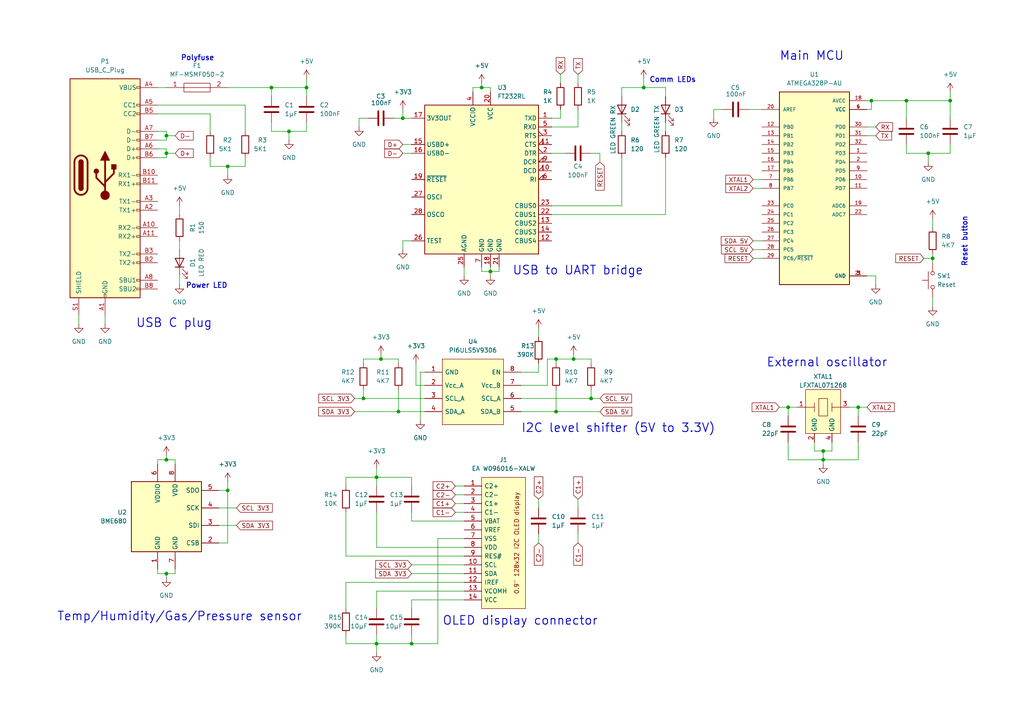
<source format=kicad_sch>
(kicad_sch (version 20211123) (generator eeschema)

  (uuid 4cb6150e-cdfc-49c3-8d96-6f4fb6753aaf)

  (paper "A4")

  (title_block
    (title "Bachelorproef Jelte Boumans")
    (date "20/02/2023")
    (rev "1")
    (company "NMBS")
  )

  (lib_symbols
    (symbol "ATMEGA328P-AU:ATMEGA328P-AU" (pin_names (offset 1.016)) (in_bom yes) (on_board yes)
      (property "Reference" "U" (id 0) (at -10.1755 29.2546 0)
        (effects (font (size 1.27 1.27)) (justify left bottom))
      )
      (property "Value" "ATMEGA328P-AU" (id 1) (at -10.1669 -31.7714 0)
        (effects (font (size 1.27 1.27)) (justify left bottom))
      )
      (property "Footprint" "QFP80P900X900X120-32N" (id 2) (at 0 0 0)
        (effects (font (size 1.27 1.27)) (justify bottom) hide)
      )
      (property "Datasheet" "" (id 3) (at 0 0 0)
        (effects (font (size 1.27 1.27)) hide)
      )
      (property "MANUFACTURER" "Atmel" (id 4) (at 0 0 0)
        (effects (font (size 1.27 1.27)) (justify bottom) hide)
      )
      (symbol "ATMEGA328P-AU_0_0"
        (rectangle (start -10.16 -27.94) (end 10.16 27.94)
          (stroke (width 0.254) (type default) (color 0 0 0 0))
          (fill (type background))
        )
        (pin bidirectional line (at 15.24 10.16 180) (length 5.08)
          (name "PD3" (effects (font (size 1.016 1.016))))
          (number "1" (effects (font (size 1.016 1.016))))
        )
        (pin bidirectional line (at 15.24 2.54 180) (length 5.08)
          (name "PD6" (effects (font (size 1.016 1.016))))
          (number "10" (effects (font (size 1.016 1.016))))
        )
        (pin bidirectional line (at 15.24 0 180) (length 5.08)
          (name "PD7" (effects (font (size 1.016 1.016))))
          (number "11" (effects (font (size 1.016 1.016))))
        )
        (pin bidirectional line (at -15.24 17.78 0) (length 5.08)
          (name "PB0" (effects (font (size 1.016 1.016))))
          (number "12" (effects (font (size 1.016 1.016))))
        )
        (pin bidirectional line (at -15.24 15.24 0) (length 5.08)
          (name "PB1" (effects (font (size 1.016 1.016))))
          (number "13" (effects (font (size 1.016 1.016))))
        )
        (pin bidirectional line (at -15.24 12.7 0) (length 5.08)
          (name "PB2" (effects (font (size 1.016 1.016))))
          (number "14" (effects (font (size 1.016 1.016))))
        )
        (pin bidirectional line (at -15.24 10.16 0) (length 5.08)
          (name "PB3" (effects (font (size 1.016 1.016))))
          (number "15" (effects (font (size 1.016 1.016))))
        )
        (pin bidirectional line (at -15.24 7.62 0) (length 5.08)
          (name "PB4" (effects (font (size 1.016 1.016))))
          (number "16" (effects (font (size 1.016 1.016))))
        )
        (pin bidirectional line (at -15.24 5.08 0) (length 5.08)
          (name "PB5" (effects (font (size 1.016 1.016))))
          (number "17" (effects (font (size 1.016 1.016))))
        )
        (pin power_in line (at 15.24 25.4 180) (length 5.08)
          (name "AVCC" (effects (font (size 1.016 1.016))))
          (number "18" (effects (font (size 1.016 1.016))))
        )
        (pin bidirectional line (at 15.24 -5.08 180) (length 5.08)
          (name "ADC6" (effects (font (size 1.016 1.016))))
          (number "19" (effects (font (size 1.016 1.016))))
        )
        (pin bidirectional line (at 15.24 7.62 180) (length 5.08)
          (name "PD4" (effects (font (size 1.016 1.016))))
          (number "2" (effects (font (size 1.016 1.016))))
        )
        (pin input line (at -15.24 22.86 0) (length 5.08)
          (name "AREF" (effects (font (size 1.016 1.016))))
          (number "20" (effects (font (size 1.016 1.016))))
        )
        (pin power_in line (at 15.24 -25.4 180) (length 5.08)
          (name "GND" (effects (font (size 1.016 1.016))))
          (number "21" (effects (font (size 1.016 1.016))))
        )
        (pin bidirectional line (at 15.24 -7.62 180) (length 5.08)
          (name "ADC7" (effects (font (size 1.016 1.016))))
          (number "22" (effects (font (size 1.016 1.016))))
        )
        (pin bidirectional line (at -15.24 -5.08 0) (length 5.08)
          (name "PC0" (effects (font (size 1.016 1.016))))
          (number "23" (effects (font (size 1.016 1.016))))
        )
        (pin bidirectional line (at -15.24 -7.62 0) (length 5.08)
          (name "PC1" (effects (font (size 1.016 1.016))))
          (number "24" (effects (font (size 1.016 1.016))))
        )
        (pin bidirectional line (at -15.24 -10.16 0) (length 5.08)
          (name "PC2" (effects (font (size 1.016 1.016))))
          (number "25" (effects (font (size 1.016 1.016))))
        )
        (pin bidirectional line (at -15.24 -12.7 0) (length 5.08)
          (name "PC3" (effects (font (size 1.016 1.016))))
          (number "26" (effects (font (size 1.016 1.016))))
        )
        (pin bidirectional line (at -15.24 -15.24 0) (length 5.08)
          (name "PC4" (effects (font (size 1.016 1.016))))
          (number "27" (effects (font (size 1.016 1.016))))
        )
        (pin bidirectional line (at -15.24 -17.78 0) (length 5.08)
          (name "PC5" (effects (font (size 1.016 1.016))))
          (number "28" (effects (font (size 1.016 1.016))))
        )
        (pin bidirectional line (at -15.24 -20.32 0) (length 5.08)
          (name "PC6/~{RESET}" (effects (font (size 1.016 1.016))))
          (number "29" (effects (font (size 1.016 1.016))))
        )
        (pin power_in line (at 15.24 -25.4 180) (length 5.08)
          (name "GND" (effects (font (size 1.016 1.016))))
          (number "3" (effects (font (size 1.016 1.016))))
        )
        (pin bidirectional line (at 15.24 17.78 180) (length 5.08)
          (name "PD0" (effects (font (size 1.016 1.016))))
          (number "30" (effects (font (size 1.016 1.016))))
        )
        (pin bidirectional line (at 15.24 15.24 180) (length 5.08)
          (name "PD1" (effects (font (size 1.016 1.016))))
          (number "31" (effects (font (size 1.016 1.016))))
        )
        (pin bidirectional line (at 15.24 12.7 180) (length 5.08)
          (name "PD2" (effects (font (size 1.016 1.016))))
          (number "32" (effects (font (size 1.016 1.016))))
        )
        (pin power_in line (at 15.24 22.86 180) (length 5.08)
          (name "VCC" (effects (font (size 1.016 1.016))))
          (number "4" (effects (font (size 1.016 1.016))))
        )
        (pin power_in line (at 15.24 -25.4 180) (length 5.08)
          (name "GND" (effects (font (size 1.016 1.016))))
          (number "5" (effects (font (size 1.016 1.016))))
        )
        (pin power_in line (at 15.24 22.86 180) (length 5.08)
          (name "VCC" (effects (font (size 1.016 1.016))))
          (number "6" (effects (font (size 1.016 1.016))))
        )
        (pin bidirectional line (at -15.24 2.54 0) (length 5.08)
          (name "PB6" (effects (font (size 1.016 1.016))))
          (number "7" (effects (font (size 1.016 1.016))))
        )
        (pin bidirectional line (at -15.24 0 0) (length 5.08)
          (name "PB7" (effects (font (size 1.016 1.016))))
          (number "8" (effects (font (size 1.016 1.016))))
        )
        (pin bidirectional line (at 15.24 5.08 180) (length 5.08)
          (name "PD5" (effects (font (size 1.016 1.016))))
          (number "9" (effects (font (size 1.016 1.016))))
        )
      )
    )
    (symbol "Connector:USB_C_Receptacle" (pin_names (offset 1.016)) (in_bom yes) (on_board yes)
      (property "Reference" "J" (id 0) (at -10.16 29.21 0)
        (effects (font (size 1.27 1.27)) (justify left))
      )
      (property "Value" "USB_C_Receptacle" (id 1) (at 10.16 29.21 0)
        (effects (font (size 1.27 1.27)) (justify right))
      )
      (property "Footprint" "" (id 2) (at 3.81 0 0)
        (effects (font (size 1.27 1.27)) hide)
      )
      (property "Datasheet" "https://www.usb.org/sites/default/files/documents/usb_type-c.zip" (id 3) (at 3.81 0 0)
        (effects (font (size 1.27 1.27)) hide)
      )
      (property "ki_keywords" "usb universal serial bus type-C full-featured" (id 4) (at 0 0 0)
        (effects (font (size 1.27 1.27)) hide)
      )
      (property "ki_description" "USB Full-Featured Type-C Receptacle connector" (id 5) (at 0 0 0)
        (effects (font (size 1.27 1.27)) hide)
      )
      (property "ki_fp_filters" "USB*C*Receptacle*" (id 6) (at 0 0 0)
        (effects (font (size 1.27 1.27)) hide)
      )
      (symbol "USB_C_Receptacle_0_0"
        (rectangle (start -0.254 -35.56) (end 0.254 -34.544)
          (stroke (width 0) (type default) (color 0 0 0 0))
          (fill (type none))
        )
        (rectangle (start 10.16 -32.766) (end 9.144 -33.274)
          (stroke (width 0) (type default) (color 0 0 0 0))
          (fill (type none))
        )
        (rectangle (start 10.16 -30.226) (end 9.144 -30.734)
          (stroke (width 0) (type default) (color 0 0 0 0))
          (fill (type none))
        )
        (rectangle (start 10.16 -25.146) (end 9.144 -25.654)
          (stroke (width 0) (type default) (color 0 0 0 0))
          (fill (type none))
        )
        (rectangle (start 10.16 -22.606) (end 9.144 -23.114)
          (stroke (width 0) (type default) (color 0 0 0 0))
          (fill (type none))
        )
        (rectangle (start 10.16 -17.526) (end 9.144 -18.034)
          (stroke (width 0) (type default) (color 0 0 0 0))
          (fill (type none))
        )
        (rectangle (start 10.16 -14.986) (end 9.144 -15.494)
          (stroke (width 0) (type default) (color 0 0 0 0))
          (fill (type none))
        )
        (rectangle (start 10.16 -9.906) (end 9.144 -10.414)
          (stroke (width 0) (type default) (color 0 0 0 0))
          (fill (type none))
        )
        (rectangle (start 10.16 -7.366) (end 9.144 -7.874)
          (stroke (width 0) (type default) (color 0 0 0 0))
          (fill (type none))
        )
        (rectangle (start 10.16 -2.286) (end 9.144 -2.794)
          (stroke (width 0) (type default) (color 0 0 0 0))
          (fill (type none))
        )
        (rectangle (start 10.16 0.254) (end 9.144 -0.254)
          (stroke (width 0) (type default) (color 0 0 0 0))
          (fill (type none))
        )
        (rectangle (start 10.16 5.334) (end 9.144 4.826)
          (stroke (width 0) (type default) (color 0 0 0 0))
          (fill (type none))
        )
        (rectangle (start 10.16 7.874) (end 9.144 7.366)
          (stroke (width 0) (type default) (color 0 0 0 0))
          (fill (type none))
        )
        (rectangle (start 10.16 10.414) (end 9.144 9.906)
          (stroke (width 0) (type default) (color 0 0 0 0))
          (fill (type none))
        )
        (rectangle (start 10.16 12.954) (end 9.144 12.446)
          (stroke (width 0) (type default) (color 0 0 0 0))
          (fill (type none))
        )
        (rectangle (start 10.16 18.034) (end 9.144 17.526)
          (stroke (width 0) (type default) (color 0 0 0 0))
          (fill (type none))
        )
        (rectangle (start 10.16 20.574) (end 9.144 20.066)
          (stroke (width 0) (type default) (color 0 0 0 0))
          (fill (type none))
        )
        (rectangle (start 10.16 25.654) (end 9.144 25.146)
          (stroke (width 0) (type default) (color 0 0 0 0))
          (fill (type none))
        )
      )
      (symbol "USB_C_Receptacle_0_1"
        (rectangle (start -10.16 27.94) (end 10.16 -35.56)
          (stroke (width 0.254) (type default) (color 0 0 0 0))
          (fill (type background))
        )
        (arc (start -8.89 -3.81) (mid -6.985 -5.715) (end -5.08 -3.81)
          (stroke (width 0.508) (type default) (color 0 0 0 0))
          (fill (type none))
        )
        (arc (start -7.62 -3.81) (mid -6.985 -4.445) (end -6.35 -3.81)
          (stroke (width 0.254) (type default) (color 0 0 0 0))
          (fill (type none))
        )
        (arc (start -7.62 -3.81) (mid -6.985 -4.445) (end -6.35 -3.81)
          (stroke (width 0.254) (type default) (color 0 0 0 0))
          (fill (type outline))
        )
        (rectangle (start -7.62 -3.81) (end -6.35 3.81)
          (stroke (width 0.254) (type default) (color 0 0 0 0))
          (fill (type outline))
        )
        (arc (start -6.35 3.81) (mid -6.985 4.445) (end -7.62 3.81)
          (stroke (width 0.254) (type default) (color 0 0 0 0))
          (fill (type none))
        )
        (arc (start -6.35 3.81) (mid -6.985 4.445) (end -7.62 3.81)
          (stroke (width 0.254) (type default) (color 0 0 0 0))
          (fill (type outline))
        )
        (arc (start -5.08 3.81) (mid -6.985 5.715) (end -8.89 3.81)
          (stroke (width 0.508) (type default) (color 0 0 0 0))
          (fill (type none))
        )
        (polyline
          (pts
            (xy -8.89 -3.81)
            (xy -8.89 3.81)
          )
          (stroke (width 0.508) (type default) (color 0 0 0 0))
          (fill (type none))
        )
        (polyline
          (pts
            (xy -5.08 3.81)
            (xy -5.08 -3.81)
          )
          (stroke (width 0.508) (type default) (color 0 0 0 0))
          (fill (type none))
        )
      )
      (symbol "USB_C_Receptacle_1_1"
        (circle (center -2.54 1.143) (radius 0.635)
          (stroke (width 0.254) (type default) (color 0 0 0 0))
          (fill (type outline))
        )
        (circle (center 0 -5.842) (radius 1.27)
          (stroke (width 0) (type default) (color 0 0 0 0))
          (fill (type outline))
        )
        (polyline
          (pts
            (xy 0 -5.842)
            (xy 0 4.318)
          )
          (stroke (width 0.508) (type default) (color 0 0 0 0))
          (fill (type none))
        )
        (polyline
          (pts
            (xy 0 -3.302)
            (xy -2.54 -0.762)
            (xy -2.54 0.508)
          )
          (stroke (width 0.508) (type default) (color 0 0 0 0))
          (fill (type none))
        )
        (polyline
          (pts
            (xy 0 -2.032)
            (xy 2.54 0.508)
            (xy 2.54 1.778)
          )
          (stroke (width 0.508) (type default) (color 0 0 0 0))
          (fill (type none))
        )
        (polyline
          (pts
            (xy -1.27 4.318)
            (xy 0 6.858)
            (xy 1.27 4.318)
            (xy -1.27 4.318)
          )
          (stroke (width 0.254) (type default) (color 0 0 0 0))
          (fill (type outline))
        )
        (rectangle (start 1.905 1.778) (end 3.175 3.048)
          (stroke (width 0.254) (type default) (color 0 0 0 0))
          (fill (type outline))
        )
        (pin passive line (at 0 -40.64 90) (length 5.08)
          (name "GND" (effects (font (size 1.27 1.27))))
          (number "A1" (effects (font (size 1.27 1.27))))
        )
        (pin bidirectional line (at 15.24 -15.24 180) (length 5.08)
          (name "RX2-" (effects (font (size 1.27 1.27))))
          (number "A10" (effects (font (size 1.27 1.27))))
        )
        (pin bidirectional line (at 15.24 -17.78 180) (length 5.08)
          (name "RX2+" (effects (font (size 1.27 1.27))))
          (number "A11" (effects (font (size 1.27 1.27))))
        )
        (pin passive line (at 0 -40.64 90) (length 5.08) hide
          (name "GND" (effects (font (size 1.27 1.27))))
          (number "A12" (effects (font (size 1.27 1.27))))
        )
        (pin bidirectional line (at 15.24 -10.16 180) (length 5.08)
          (name "TX1+" (effects (font (size 1.27 1.27))))
          (number "A2" (effects (font (size 1.27 1.27))))
        )
        (pin bidirectional line (at 15.24 -7.62 180) (length 5.08)
          (name "TX1-" (effects (font (size 1.27 1.27))))
          (number "A3" (effects (font (size 1.27 1.27))))
        )
        (pin passive line (at 15.24 25.4 180) (length 5.08)
          (name "VBUS" (effects (font (size 1.27 1.27))))
          (number "A4" (effects (font (size 1.27 1.27))))
        )
        (pin bidirectional line (at 15.24 20.32 180) (length 5.08)
          (name "CC1" (effects (font (size 1.27 1.27))))
          (number "A5" (effects (font (size 1.27 1.27))))
        )
        (pin bidirectional line (at 15.24 7.62 180) (length 5.08)
          (name "D+" (effects (font (size 1.27 1.27))))
          (number "A6" (effects (font (size 1.27 1.27))))
        )
        (pin bidirectional line (at 15.24 12.7 180) (length 5.08)
          (name "D-" (effects (font (size 1.27 1.27))))
          (number "A7" (effects (font (size 1.27 1.27))))
        )
        (pin bidirectional line (at 15.24 -30.48 180) (length 5.08)
          (name "SBU1" (effects (font (size 1.27 1.27))))
          (number "A8" (effects (font (size 1.27 1.27))))
        )
        (pin passive line (at 15.24 25.4 180) (length 5.08) hide
          (name "VBUS" (effects (font (size 1.27 1.27))))
          (number "A9" (effects (font (size 1.27 1.27))))
        )
        (pin passive line (at 0 -40.64 90) (length 5.08) hide
          (name "GND" (effects (font (size 1.27 1.27))))
          (number "B1" (effects (font (size 1.27 1.27))))
        )
        (pin bidirectional line (at 15.24 0 180) (length 5.08)
          (name "RX1-" (effects (font (size 1.27 1.27))))
          (number "B10" (effects (font (size 1.27 1.27))))
        )
        (pin bidirectional line (at 15.24 -2.54 180) (length 5.08)
          (name "RX1+" (effects (font (size 1.27 1.27))))
          (number "B11" (effects (font (size 1.27 1.27))))
        )
        (pin passive line (at 0 -40.64 90) (length 5.08) hide
          (name "GND" (effects (font (size 1.27 1.27))))
          (number "B12" (effects (font (size 1.27 1.27))))
        )
        (pin bidirectional line (at 15.24 -25.4 180) (length 5.08)
          (name "TX2+" (effects (font (size 1.27 1.27))))
          (number "B2" (effects (font (size 1.27 1.27))))
        )
        (pin bidirectional line (at 15.24 -22.86 180) (length 5.08)
          (name "TX2-" (effects (font (size 1.27 1.27))))
          (number "B3" (effects (font (size 1.27 1.27))))
        )
        (pin passive line (at 15.24 25.4 180) (length 5.08) hide
          (name "VBUS" (effects (font (size 1.27 1.27))))
          (number "B4" (effects (font (size 1.27 1.27))))
        )
        (pin bidirectional line (at 15.24 17.78 180) (length 5.08)
          (name "CC2" (effects (font (size 1.27 1.27))))
          (number "B5" (effects (font (size 1.27 1.27))))
        )
        (pin bidirectional line (at 15.24 5.08 180) (length 5.08)
          (name "D+" (effects (font (size 1.27 1.27))))
          (number "B6" (effects (font (size 1.27 1.27))))
        )
        (pin bidirectional line (at 15.24 10.16 180) (length 5.08)
          (name "D-" (effects (font (size 1.27 1.27))))
          (number "B7" (effects (font (size 1.27 1.27))))
        )
        (pin bidirectional line (at 15.24 -33.02 180) (length 5.08)
          (name "SBU2" (effects (font (size 1.27 1.27))))
          (number "B8" (effects (font (size 1.27 1.27))))
        )
        (pin passive line (at 15.24 25.4 180) (length 5.08) hide
          (name "VBUS" (effects (font (size 1.27 1.27))))
          (number "B9" (effects (font (size 1.27 1.27))))
        )
        (pin passive line (at -7.62 -40.64 90) (length 5.08)
          (name "SHIELD" (effects (font (size 1.27 1.27))))
          (number "S1" (effects (font (size 1.27 1.27))))
        )
      )
    )
    (symbol "Device:C" (pin_numbers hide) (pin_names (offset 0.254)) (in_bom yes) (on_board yes)
      (property "Reference" "C" (id 0) (at 0.635 2.54 0)
        (effects (font (size 1.27 1.27)) (justify left))
      )
      (property "Value" "C" (id 1) (at 0.635 -2.54 0)
        (effects (font (size 1.27 1.27)) (justify left))
      )
      (property "Footprint" "" (id 2) (at 0.9652 -3.81 0)
        (effects (font (size 1.27 1.27)) hide)
      )
      (property "Datasheet" "~" (id 3) (at 0 0 0)
        (effects (font (size 1.27 1.27)) hide)
      )
      (property "ki_keywords" "cap capacitor" (id 4) (at 0 0 0)
        (effects (font (size 1.27 1.27)) hide)
      )
      (property "ki_description" "Unpolarized capacitor" (id 5) (at 0 0 0)
        (effects (font (size 1.27 1.27)) hide)
      )
      (property "ki_fp_filters" "C_*" (id 6) (at 0 0 0)
        (effects (font (size 1.27 1.27)) hide)
      )
      (symbol "C_0_1"
        (polyline
          (pts
            (xy -2.032 -0.762)
            (xy 2.032 -0.762)
          )
          (stroke (width 0.508) (type default) (color 0 0 0 0))
          (fill (type none))
        )
        (polyline
          (pts
            (xy -2.032 0.762)
            (xy 2.032 0.762)
          )
          (stroke (width 0.508) (type default) (color 0 0 0 0))
          (fill (type none))
        )
      )
      (symbol "C_1_1"
        (pin passive line (at 0 3.81 270) (length 2.794)
          (name "~" (effects (font (size 1.27 1.27))))
          (number "1" (effects (font (size 1.27 1.27))))
        )
        (pin passive line (at 0 -3.81 90) (length 2.794)
          (name "~" (effects (font (size 1.27 1.27))))
          (number "2" (effects (font (size 1.27 1.27))))
        )
      )
    )
    (symbol "Device:LED" (pin_numbers hide) (pin_names (offset 1.016) hide) (in_bom yes) (on_board yes)
      (property "Reference" "D" (id 0) (at 0 2.54 0)
        (effects (font (size 1.27 1.27)))
      )
      (property "Value" "LED" (id 1) (at 0 -2.54 0)
        (effects (font (size 1.27 1.27)))
      )
      (property "Footprint" "" (id 2) (at 0 0 0)
        (effects (font (size 1.27 1.27)) hide)
      )
      (property "Datasheet" "~" (id 3) (at 0 0 0)
        (effects (font (size 1.27 1.27)) hide)
      )
      (property "ki_keywords" "LED diode" (id 4) (at 0 0 0)
        (effects (font (size 1.27 1.27)) hide)
      )
      (property "ki_description" "Light emitting diode" (id 5) (at 0 0 0)
        (effects (font (size 1.27 1.27)) hide)
      )
      (property "ki_fp_filters" "LED* LED_SMD:* LED_THT:*" (id 6) (at 0 0 0)
        (effects (font (size 1.27 1.27)) hide)
      )
      (symbol "LED_0_1"
        (polyline
          (pts
            (xy -1.27 -1.27)
            (xy -1.27 1.27)
          )
          (stroke (width 0.254) (type default) (color 0 0 0 0))
          (fill (type none))
        )
        (polyline
          (pts
            (xy -1.27 0)
            (xy 1.27 0)
          )
          (stroke (width 0) (type default) (color 0 0 0 0))
          (fill (type none))
        )
        (polyline
          (pts
            (xy 1.27 -1.27)
            (xy 1.27 1.27)
            (xy -1.27 0)
            (xy 1.27 -1.27)
          )
          (stroke (width 0.254) (type default) (color 0 0 0 0))
          (fill (type none))
        )
        (polyline
          (pts
            (xy -3.048 -0.762)
            (xy -4.572 -2.286)
            (xy -3.81 -2.286)
            (xy -4.572 -2.286)
            (xy -4.572 -1.524)
          )
          (stroke (width 0) (type default) (color 0 0 0 0))
          (fill (type none))
        )
        (polyline
          (pts
            (xy -1.778 -0.762)
            (xy -3.302 -2.286)
            (xy -2.54 -2.286)
            (xy -3.302 -2.286)
            (xy -3.302 -1.524)
          )
          (stroke (width 0) (type default) (color 0 0 0 0))
          (fill (type none))
        )
      )
      (symbol "LED_1_1"
        (pin passive line (at -3.81 0 0) (length 2.54)
          (name "K" (effects (font (size 1.27 1.27))))
          (number "1" (effects (font (size 1.27 1.27))))
        )
        (pin passive line (at 3.81 0 180) (length 2.54)
          (name "A" (effects (font (size 1.27 1.27))))
          (number "2" (effects (font (size 1.27 1.27))))
        )
      )
    )
    (symbol "Device:R" (pin_numbers hide) (pin_names (offset 0)) (in_bom yes) (on_board yes)
      (property "Reference" "R" (id 0) (at 2.032 0 90)
        (effects (font (size 1.27 1.27)))
      )
      (property "Value" "R" (id 1) (at 0 0 90)
        (effects (font (size 1.27 1.27)))
      )
      (property "Footprint" "" (id 2) (at -1.778 0 90)
        (effects (font (size 1.27 1.27)) hide)
      )
      (property "Datasheet" "~" (id 3) (at 0 0 0)
        (effects (font (size 1.27 1.27)) hide)
      )
      (property "ki_keywords" "R res resistor" (id 4) (at 0 0 0)
        (effects (font (size 1.27 1.27)) hide)
      )
      (property "ki_description" "Resistor" (id 5) (at 0 0 0)
        (effects (font (size 1.27 1.27)) hide)
      )
      (property "ki_fp_filters" "R_*" (id 6) (at 0 0 0)
        (effects (font (size 1.27 1.27)) hide)
      )
      (symbol "R_0_1"
        (rectangle (start -1.016 -2.54) (end 1.016 2.54)
          (stroke (width 0.254) (type default) (color 0 0 0 0))
          (fill (type none))
        )
      )
      (symbol "R_1_1"
        (pin passive line (at 0 3.81 270) (length 1.27)
          (name "~" (effects (font (size 1.27 1.27))))
          (number "1" (effects (font (size 1.27 1.27))))
        )
        (pin passive line (at 0 -3.81 90) (length 1.27)
          (name "~" (effects (font (size 1.27 1.27))))
          (number "2" (effects (font (size 1.27 1.27))))
        )
      )
    )
    (symbol "Interface_USB:FT232RL" (in_bom yes) (on_board yes)
      (property "Reference" "U" (id 0) (at -16.51 22.86 0)
        (effects (font (size 1.27 1.27)) (justify left))
      )
      (property "Value" "FT232RL" (id 1) (at 10.16 22.86 0)
        (effects (font (size 1.27 1.27)) (justify left))
      )
      (property "Footprint" "Package_SO:SSOP-28_5.3x10.2mm_P0.65mm" (id 2) (at 27.94 -22.86 0)
        (effects (font (size 1.27 1.27)) hide)
      )
      (property "Datasheet" "https://www.ftdichip.com/Support/Documents/DataSheets/ICs/DS_FT232R.pdf" (id 3) (at 0 0 0)
        (effects (font (size 1.27 1.27)) hide)
      )
      (property "ki_keywords" "FTDI USB Serial" (id 4) (at 0 0 0)
        (effects (font (size 1.27 1.27)) hide)
      )
      (property "ki_description" "USB to Serial Interface, SSOP-28" (id 5) (at 0 0 0)
        (effects (font (size 1.27 1.27)) hide)
      )
      (property "ki_fp_filters" "SSOP*5.3x10.2mm*P0.65mm*" (id 6) (at 0 0 0)
        (effects (font (size 1.27 1.27)) hide)
      )
      (symbol "FT232RL_0_1"
        (rectangle (start -16.51 21.59) (end 16.51 -21.59)
          (stroke (width 0.254) (type default) (color 0 0 0 0))
          (fill (type background))
        )
      )
      (symbol "FT232RL_1_1"
        (pin output line (at 20.32 17.78 180) (length 3.81)
          (name "TXD" (effects (font (size 1.27 1.27))))
          (number "1" (effects (font (size 1.27 1.27))))
        )
        (pin input input_low (at 20.32 2.54 180) (length 3.81)
          (name "DCD" (effects (font (size 1.27 1.27))))
          (number "10" (effects (font (size 1.27 1.27))))
        )
        (pin input input_low (at 20.32 10.16 180) (length 3.81)
          (name "CTS" (effects (font (size 1.27 1.27))))
          (number "11" (effects (font (size 1.27 1.27))))
        )
        (pin bidirectional line (at 20.32 -17.78 180) (length 3.81)
          (name "CBUS4" (effects (font (size 1.27 1.27))))
          (number "12" (effects (font (size 1.27 1.27))))
        )
        (pin bidirectional line (at 20.32 -12.7 180) (length 3.81)
          (name "CBUS2" (effects (font (size 1.27 1.27))))
          (number "13" (effects (font (size 1.27 1.27))))
        )
        (pin bidirectional line (at 20.32 -15.24 180) (length 3.81)
          (name "CBUS3" (effects (font (size 1.27 1.27))))
          (number "14" (effects (font (size 1.27 1.27))))
        )
        (pin bidirectional line (at -20.32 10.16 0) (length 3.81)
          (name "USBD+" (effects (font (size 1.27 1.27))))
          (number "15" (effects (font (size 1.27 1.27))))
        )
        (pin bidirectional line (at -20.32 7.62 0) (length 3.81)
          (name "USBD-" (effects (font (size 1.27 1.27))))
          (number "16" (effects (font (size 1.27 1.27))))
        )
        (pin power_out line (at -20.32 17.78 0) (length 3.81)
          (name "3V3OUT" (effects (font (size 1.27 1.27))))
          (number "17" (effects (font (size 1.27 1.27))))
        )
        (pin power_in line (at 2.54 -25.4 90) (length 3.81)
          (name "GND" (effects (font (size 1.27 1.27))))
          (number "18" (effects (font (size 1.27 1.27))))
        )
        (pin input line (at -20.32 0 0) (length 3.81)
          (name "~{RESET}" (effects (font (size 1.27 1.27))))
          (number "19" (effects (font (size 1.27 1.27))))
        )
        (pin output output_low (at 20.32 7.62 180) (length 3.81)
          (name "DTR" (effects (font (size 1.27 1.27))))
          (number "2" (effects (font (size 1.27 1.27))))
        )
        (pin power_in line (at 2.54 25.4 270) (length 3.81)
          (name "VCC" (effects (font (size 1.27 1.27))))
          (number "20" (effects (font (size 1.27 1.27))))
        )
        (pin power_in line (at 5.08 -25.4 90) (length 3.81)
          (name "GND" (effects (font (size 1.27 1.27))))
          (number "21" (effects (font (size 1.27 1.27))))
        )
        (pin bidirectional line (at 20.32 -10.16 180) (length 3.81)
          (name "CBUS1" (effects (font (size 1.27 1.27))))
          (number "22" (effects (font (size 1.27 1.27))))
        )
        (pin bidirectional line (at 20.32 -7.62 180) (length 3.81)
          (name "CBUS0" (effects (font (size 1.27 1.27))))
          (number "23" (effects (font (size 1.27 1.27))))
        )
        (pin power_in line (at -5.08 -25.4 90) (length 3.81)
          (name "AGND" (effects (font (size 1.27 1.27))))
          (number "25" (effects (font (size 1.27 1.27))))
        )
        (pin input line (at -20.32 -17.78 0) (length 3.81)
          (name "TEST" (effects (font (size 1.27 1.27))))
          (number "26" (effects (font (size 1.27 1.27))))
        )
        (pin input line (at -20.32 -5.08 0) (length 3.81)
          (name "OSCI" (effects (font (size 1.27 1.27))))
          (number "27" (effects (font (size 1.27 1.27))))
        )
        (pin output line (at -20.32 -10.16 0) (length 3.81)
          (name "OSCO" (effects (font (size 1.27 1.27))))
          (number "28" (effects (font (size 1.27 1.27))))
        )
        (pin output output_low (at 20.32 12.7 180) (length 3.81)
          (name "RTS" (effects (font (size 1.27 1.27))))
          (number "3" (effects (font (size 1.27 1.27))))
        )
        (pin power_in line (at -2.54 25.4 270) (length 3.81)
          (name "VCCIO" (effects (font (size 1.27 1.27))))
          (number "4" (effects (font (size 1.27 1.27))))
        )
        (pin input line (at 20.32 15.24 180) (length 3.81)
          (name "RXD" (effects (font (size 1.27 1.27))))
          (number "5" (effects (font (size 1.27 1.27))))
        )
        (pin input input_low (at 20.32 0 180) (length 3.81)
          (name "RI" (effects (font (size 1.27 1.27))))
          (number "6" (effects (font (size 1.27 1.27))))
        )
        (pin power_in line (at 0 -25.4 90) (length 3.81)
          (name "GND" (effects (font (size 1.27 1.27))))
          (number "7" (effects (font (size 1.27 1.27))))
        )
        (pin input input_low (at 20.32 5.08 180) (length 3.81)
          (name "DCR" (effects (font (size 1.27 1.27))))
          (number "9" (effects (font (size 1.27 1.27))))
        )
      )
    )
    (symbol "LFXTAL071268:LFXTAL071268" (in_bom yes) (on_board yes)
      (property "Reference" "XTAL1" (id 0) (at 0 8.89 0)
        (effects (font (size 1.27 1.27)))
      )
      (property "Value" "LFXTAL071268" (id 1) (at 0 6.35 0)
        (effects (font (size 1.27 1.27)))
      )
      (property "Footprint" "LFXTAL071268:LFXTAL071268" (id 2) (at 0 1.27 0)
        (effects (font (size 1.27 1.27)) hide)
      )
      (property "Datasheet" "" (id 3) (at 0 1.27 0)
        (effects (font (size 1.27 1.27)) hide)
      )
      (symbol "LFXTAL071268_0_1"
        (rectangle (start -5.08 5.08) (end 5.08 -7.62)
          (stroke (width 0) (type default) (color 0 0 0 0))
          (fill (type background))
        )
        (rectangle (start -1.27 2.54) (end 1.27 -2.54)
          (stroke (width 0) (type default) (color 0 0 0 0))
          (fill (type background))
        )
        (polyline
          (pts
            (xy -2.54 0)
            (xy -5.08 0)
          )
          (stroke (width 0) (type default) (color 0 0 0 0))
          (fill (type none))
        )
        (polyline
          (pts
            (xy -2.54 1.27)
            (xy -2.54 -1.27)
          )
          (stroke (width 0) (type default) (color 0 0 0 0))
          (fill (type none))
        )
        (polyline
          (pts
            (xy 2.54 0)
            (xy 5.08 0)
          )
          (stroke (width 0) (type default) (color 0 0 0 0))
          (fill (type none))
        )
        (polyline
          (pts
            (xy 2.54 1.27)
            (xy 2.54 -1.27)
          )
          (stroke (width 0) (type default) (color 0 0 0 0))
          (fill (type none))
        )
      )
      (symbol "LFXTAL071268_1_1"
        (pin output line (at -7.62 0 0) (length 2.54)
          (name "" (effects (font (size 1.27 1.27))))
          (number "1" (effects (font (size 1.27 1.27))))
        )
        (pin power_in line (at -2.54 -10.16 90) (length 2.54)
          (name "GND" (effects (font (size 1.27 1.27))))
          (number "2" (effects (font (size 1.27 1.27))))
        )
        (pin output line (at 7.62 0 180) (length 2.54)
          (name "" (effects (font (size 1.27 1.27))))
          (number "3" (effects (font (size 1.27 1.27))))
        )
        (pin power_in line (at 2.54 -10.16 90) (length 2.54)
          (name "GND" (effects (font (size 1.27 1.27))))
          (number "4" (effects (font (size 1.27 1.27))))
        )
      )
    )
    (symbol "MF-MSMF050-2:MF-MSMF050-2" (pin_names (offset 0.762)) (in_bom yes) (on_board yes)
      (property "Reference" "F" (id 0) (at 13.97 6.35 0)
        (effects (font (size 1.27 1.27)) (justify left))
      )
      (property "Value" "MF-MSMF050-2" (id 1) (at 13.97 3.81 0)
        (effects (font (size 1.27 1.27)) (justify left))
      )
      (property "Footprint" "FUSC4632X85N" (id 2) (at 13.97 1.27 0)
        (effects (font (size 1.27 1.27)) (justify left) hide)
      )
      (property "Datasheet" "https://www.bourns.com/pdfs/mfmsmf.pdf" (id 3) (at 13.97 -1.27 0)
        (effects (font (size 1.27 1.27)) (justify left) hide)
      )
      (property "Description" "Fuse, PTC, Resettable, SMD, 1812, 500mA Bourns 0.5A Surface Mount Resettable Fuse, 15 V" (id 4) (at 13.97 -3.81 0)
        (effects (font (size 1.27 1.27)) (justify left) hide)
      )
      (property "Height" "" (id 5) (at 13.97 -6.35 0)
        (effects (font (size 1.27 1.27)) (justify left) hide)
      )
      (property "Mouser Part Number" "652-MF-MSMF050-2" (id 6) (at 13.97 -8.89 0)
        (effects (font (size 1.27 1.27)) (justify left) hide)
      )
      (property "Mouser Price/Stock" "https://www.mouser.co.uk/ProductDetail/Bourns/MF-MSMF050-2?qs=t3shhpq1i1DZ7OBD5kLNoA%3D%3D" (id 7) (at 13.97 -11.43 0)
        (effects (font (size 1.27 1.27)) (justify left) hide)
      )
      (property "Manufacturer_Name" "Bourns" (id 8) (at 13.97 -13.97 0)
        (effects (font (size 1.27 1.27)) (justify left) hide)
      )
      (property "Manufacturer_Part_Number" "MF-MSMF050-2" (id 9) (at 13.97 -16.51 0)
        (effects (font (size 1.27 1.27)) (justify left) hide)
      )
      (symbol "MF-MSMF050-2_0_0"
        (pin passive line (at 0 0 0) (length 5.08)
          (name "~" (effects (font (size 1.27 1.27))))
          (number "1" (effects (font (size 1.27 1.27))))
        )
        (pin passive line (at 17.78 0 180) (length 5.08)
          (name "~" (effects (font (size 1.27 1.27))))
          (number "2" (effects (font (size 1.27 1.27))))
        )
      )
      (symbol "MF-MSMF050-2_0_1"
        (polyline
          (pts
            (xy 5.08 0)
            (xy 12.7 0)
          )
          (stroke (width 0.1524) (type default) (color 0 0 0 0))
          (fill (type none))
        )
        (polyline
          (pts
            (xy 5.08 1.27)
            (xy 12.7 1.27)
            (xy 12.7 -1.27)
            (xy 5.08 -1.27)
            (xy 5.08 1.27)
          )
          (stroke (width 0.1524) (type default) (color 0 0 0 0))
          (fill (type none))
        )
      )
    )
    (symbol "OLED connector:XF3M-1415-1B" (pin_names (offset 0.762)) (in_bom yes) (on_board yes)
      (property "Reference" "J1" (id 0) (at 11.43 7.62 0)
        (effects (font (size 1.27 1.27)))
      )
      (property "Value" "EA W096016-XALW" (id 1) (at 11.43 5.08 0)
        (effects (font (size 1.27 1.27)))
      )
      (property "Footprint" "EA_W096016-XALW:EA_W096016-XALW" (id 2) (at 21.59 2.54 0)
        (effects (font (size 1.27 1.27)) (justify left) hide)
      )
      (property "Datasheet" "" (id 3) (at -15.24 -11.43 0)
        (effects (font (size 1.27 1.27)) (justify left) hide)
      )
      (property "Description" "\n" (id 4) (at -15.24 -13.97 0)
        (effects (font (size 1.27 1.27)) (justify left) hide)
      )
      (property "Height" "\n" (id 5) (at 21.59 -5.08 0)
        (effects (font (size 1.27 1.27)) (justify left) hide)
      )
      (property "Mouser Part Number" "" (id 6) (at -15.24 -19.05 0)
        (effects (font (size 1.27 1.27)) (justify left) hide)
      )
      (property "Mouser Price/Stock" "\n" (id 7) (at -15.24 -21.59 0)
        (effects (font (size 1.27 1.27)) (justify left) hide)
      )
      (property "Manufacturer_Name" "\n" (id 8) (at -15.24 -24.13 0)
        (effects (font (size 1.27 1.27)) (justify left) hide)
      )
      (property "Manufacturer_Part_Number" "\n" (id 9) (at -15.24 -26.67 0)
        (effects (font (size 1.27 1.27)) (justify left) hide)
      )
      (symbol "XF3M-1415-1B_0_0"
        (text "0.9\" 128x32 I2C OLED display" (at 15.24 -16.51 900)
          (effects (font (size 1.27 1.27)))
        )
        (pin passive line (at 0 0 0) (length 5.08)
          (name "C2+" (effects (font (size 1.27 1.27))))
          (number "1" (effects (font (size 1.27 1.27))))
        )
        (pin passive line (at 0 -22.86 0) (length 5.08)
          (name "SCL" (effects (font (size 1.27 1.27))))
          (number "10" (effects (font (size 1.27 1.27))))
        )
        (pin passive line (at 0 -25.4 0) (length 5.08)
          (name "SDA" (effects (font (size 1.27 1.27))))
          (number "11" (effects (font (size 1.27 1.27))))
        )
        (pin passive line (at 0 -27.94 0) (length 5.08)
          (name "IREF" (effects (font (size 1.27 1.27))))
          (number "12" (effects (font (size 1.27 1.27))))
        )
        (pin passive line (at 0 -30.48 0) (length 5.08)
          (name "VCOMH" (effects (font (size 1.27 1.27))))
          (number "13" (effects (font (size 1.27 1.27))))
        )
        (pin passive line (at 0 -33.02 0) (length 5.08)
          (name "VCC" (effects (font (size 1.27 1.27))))
          (number "14" (effects (font (size 1.27 1.27))))
        )
        (pin passive line (at 0 -2.54 0) (length 5.08)
          (name "C2-" (effects (font (size 1.27 1.27))))
          (number "2" (effects (font (size 1.27 1.27))))
        )
        (pin passive line (at 0 -5.08 0) (length 5.08)
          (name "C1+" (effects (font (size 1.27 1.27))))
          (number "3" (effects (font (size 1.27 1.27))))
        )
        (pin passive line (at 0 -7.62 0) (length 5.08)
          (name "C1-" (effects (font (size 1.27 1.27))))
          (number "4" (effects (font (size 1.27 1.27))))
        )
        (pin passive line (at 0 -10.16 0) (length 5.08)
          (name "VBAT" (effects (font (size 1.27 1.27))))
          (number "5" (effects (font (size 1.27 1.27))))
        )
        (pin passive line (at 0 -12.7 0) (length 5.08)
          (name "VREF" (effects (font (size 1.27 1.27))))
          (number "6" (effects (font (size 1.27 1.27))))
        )
        (pin passive line (at 0 -15.24 0) (length 5.08)
          (name "VSS" (effects (font (size 1.27 1.27))))
          (number "7" (effects (font (size 1.27 1.27))))
        )
        (pin passive line (at 0 -17.78 0) (length 5.08)
          (name "VDD" (effects (font (size 1.27 1.27))))
          (number "8" (effects (font (size 1.27 1.27))))
        )
        (pin passive line (at 0 -20.32 0) (length 5.08)
          (name "RES#" (effects (font (size 1.27 1.27))))
          (number "9" (effects (font (size 1.27 1.27))))
        )
      )
      (symbol "XF3M-1415-1B_0_1"
        (polyline
          (pts
            (xy 5.08 2.54)
            (xy 17.78 2.54)
            (xy 17.78 -35.56)
            (xy 5.08 -35.56)
            (xy 5.08 2.54)
          )
          (stroke (width 0.1524) (type default) (color 0 0 0 0))
          (fill (type background))
        )
      )
    )
    (symbol "PI6ULS5V9306:PI6ULS5V9306" (pin_names (offset 0.762)) (in_bom yes) (on_board yes)
      (property "Reference" "U" (id 0) (at 12.7 7.62 0)
        (effects (font (size 1.27 1.27)) (justify left))
      )
      (property "Value" "PI6ULS5V9306" (id 1) (at 6.35 5.08 0)
        (effects (font (size 1.27 1.27)) (justify left))
      )
      (property "Footprint" "SOP65P490X110-8N" (id 2) (at 86.36 66.04 0)
        (effects (font (size 1.27 1.27)) (justify left) hide)
      )
      (property "Datasheet" "http://www.ti.com/lit/gpn/tca9517a" (id 3) (at 86.36 63.5 0)
        (effects (font (size 1.27 1.27)) (justify left) hide)
      )
      (property "Description" "Level-Translating I2C Bus Repeater" (id 4) (at 86.36 60.96 0)
        (effects (font (size 1.27 1.27)) (justify left) hide)
      )
      (property "Height" "1.1" (id 5) (at 86.36 45.72 0)
        (effects (font (size 1.27 1.27)) (justify left) hide)
      )
      (property "Mouser Part Number" "595-TCA9517ADGKR" (id 6) (at 86.36 55.88 0)
        (effects (font (size 1.27 1.27)) (justify left) hide)
      )
      (property "Mouser Price/Stock" "https://www.mouser.co.uk/ProductDetail/Texas-Instruments/TCA9517ADGKR?qs=%252BrH4t%252BeVZ2M4pVnwXR4oNA%3D%3D" (id 7) (at 86.36 53.34 0)
        (effects (font (size 1.27 1.27)) (justify left) hide)
      )
      (property "Manufacturer_Name" "Texas Instruments" (id 8) (at 86.36 50.8 0)
        (effects (font (size 1.27 1.27)) (justify left) hide)
      )
      (property "Manufacturer_Part_Number" "TCA9517ADGKR" (id 9) (at 86.36 48.26 0)
        (effects (font (size 1.27 1.27)) (justify left) hide)
      )
      (symbol "PI6ULS5V9306_0_0"
        (pin passive line (at 0 0 0) (length 5.08)
          (name "GND" (effects (font (size 1.27 1.27))))
          (number "1" (effects (font (size 1.27 1.27))))
        )
        (pin passive line (at 0 -3.81 0) (length 5.08)
          (name "Vcc_A" (effects (font (size 1.27 1.27))))
          (number "2" (effects (font (size 1.27 1.27))))
        )
        (pin passive line (at 0 -7.62 0) (length 5.08)
          (name "SCL_A" (effects (font (size 1.27 1.27))))
          (number "3" (effects (font (size 1.27 1.27))))
        )
        (pin passive line (at 0 -11.43 0) (length 5.08)
          (name "SDA_A" (effects (font (size 1.27 1.27))))
          (number "4" (effects (font (size 1.27 1.27))))
        )
        (pin passive line (at 27.94 -11.43 180) (length 5.08)
          (name "SDA_B" (effects (font (size 1.27 1.27))))
          (number "5" (effects (font (size 1.27 1.27))))
        )
        (pin passive line (at 27.94 -7.62 180) (length 5.08)
          (name "SCL_A" (effects (font (size 1.27 1.27))))
          (number "6" (effects (font (size 1.27 1.27))))
        )
        (pin passive line (at 27.94 -3.81 180) (length 5.08)
          (name "Vcc_B" (effects (font (size 1.27 1.27))))
          (number "7" (effects (font (size 1.27 1.27))))
        )
        (pin passive line (at 27.94 0 180) (length 5.08)
          (name "EN" (effects (font (size 1.27 1.27))))
          (number "8" (effects (font (size 1.27 1.27))))
        )
      )
      (symbol "PI6ULS5V9306_0_1"
        (polyline
          (pts
            (xy 5.08 3.81)
            (xy 22.86 3.81)
            (xy 22.86 -15.24)
            (xy 5.08 -15.24)
            (xy 5.08 3.81)
          )
          (stroke (width 0.1524) (type default) (color 0 0 0 0))
          (fill (type background))
        )
      )
    )
    (symbol "Sensor:BME680" (in_bom yes) (on_board yes)
      (property "Reference" "U" (id 0) (at -8.89 11.43 0)
        (effects (font (size 1.27 1.27)))
      )
      (property "Value" "BME680" (id 1) (at 7.62 11.43 0)
        (effects (font (size 1.27 1.27)))
      )
      (property "Footprint" "Package_LGA:Bosch_LGA-8_3x3mm_P0.8mm_ClockwisePinNumbering" (id 2) (at 36.83 -11.43 0)
        (effects (font (size 1.27 1.27)) hide)
      )
      (property "Datasheet" "https://ae-bst.resource.bosch.com/media/_tech/media/datasheets/BST-BME680-DS001.pdf" (id 3) (at 0 -5.08 0)
        (effects (font (size 1.27 1.27)) hide)
      )
      (property "ki_keywords" "Bosch gas pressure humidity temperature environment environmental measurement digital" (id 4) (at 0 0 0)
        (effects (font (size 1.27 1.27)) hide)
      )
      (property "ki_description" "4-in-1 sensor, gas, humidity, pressure, temperature, I2C and SPI interface, 1.71-3.6V, LGA-8" (id 5) (at 0 0 0)
        (effects (font (size 1.27 1.27)) hide)
      )
      (property "ki_fp_filters" "*LGA*3x3mm*P0.8mm*Clockwise*" (id 6) (at 0 0 0)
        (effects (font (size 1.27 1.27)) hide)
      )
      (symbol "BME680_0_1"
        (rectangle (start -10.16 10.16) (end 10.16 -10.16)
          (stroke (width 0.254) (type default) (color 0 0 0 0))
          (fill (type background))
        )
      )
      (symbol "BME680_1_1"
        (pin power_in line (at -2.54 -15.24 90) (length 5.08)
          (name "GND" (effects (font (size 1.27 1.27))))
          (number "1" (effects (font (size 1.27 1.27))))
        )
        (pin input line (at 15.24 -7.62 180) (length 5.08)
          (name "CSB" (effects (font (size 1.27 1.27))))
          (number "2" (effects (font (size 1.27 1.27))))
        )
        (pin bidirectional line (at 15.24 -2.54 180) (length 5.08)
          (name "SDI" (effects (font (size 1.27 1.27))))
          (number "3" (effects (font (size 1.27 1.27))))
        )
        (pin input line (at 15.24 2.54 180) (length 5.08)
          (name "SCK" (effects (font (size 1.27 1.27))))
          (number "4" (effects (font (size 1.27 1.27))))
        )
        (pin bidirectional line (at 15.24 7.62 180) (length 5.08)
          (name "SDO" (effects (font (size 1.27 1.27))))
          (number "5" (effects (font (size 1.27 1.27))))
        )
        (pin power_in line (at -2.54 15.24 270) (length 5.08)
          (name "VDDIO" (effects (font (size 1.27 1.27))))
          (number "6" (effects (font (size 1.27 1.27))))
        )
        (pin power_in line (at 2.54 -15.24 90) (length 5.08)
          (name "GND" (effects (font (size 1.27 1.27))))
          (number "7" (effects (font (size 1.27 1.27))))
        )
        (pin power_in line (at 2.54 15.24 270) (length 5.08)
          (name "VDD" (effects (font (size 1.27 1.27))))
          (number "8" (effects (font (size 1.27 1.27))))
        )
      )
    )
    (symbol "Switch:SW_Push" (pin_numbers hide) (pin_names (offset 1.016) hide) (in_bom yes) (on_board yes)
      (property "Reference" "SW" (id 0) (at 1.27 2.54 0)
        (effects (font (size 1.27 1.27)) (justify left))
      )
      (property "Value" "SW_Push" (id 1) (at 0 -1.524 0)
        (effects (font (size 1.27 1.27)))
      )
      (property "Footprint" "" (id 2) (at 0 5.08 0)
        (effects (font (size 1.27 1.27)) hide)
      )
      (property "Datasheet" "~" (id 3) (at 0 5.08 0)
        (effects (font (size 1.27 1.27)) hide)
      )
      (property "ki_keywords" "switch normally-open pushbutton push-button" (id 4) (at 0 0 0)
        (effects (font (size 1.27 1.27)) hide)
      )
      (property "ki_description" "Push button switch, generic, two pins" (id 5) (at 0 0 0)
        (effects (font (size 1.27 1.27)) hide)
      )
      (symbol "SW_Push_0_1"
        (circle (center -2.032 0) (radius 0.508)
          (stroke (width 0) (type default) (color 0 0 0 0))
          (fill (type none))
        )
        (polyline
          (pts
            (xy 0 1.27)
            (xy 0 3.048)
          )
          (stroke (width 0) (type default) (color 0 0 0 0))
          (fill (type none))
        )
        (polyline
          (pts
            (xy 2.54 1.27)
            (xy -2.54 1.27)
          )
          (stroke (width 0) (type default) (color 0 0 0 0))
          (fill (type none))
        )
        (circle (center 2.032 0) (radius 0.508)
          (stroke (width 0) (type default) (color 0 0 0 0))
          (fill (type none))
        )
        (pin passive line (at -5.08 0 0) (length 2.54)
          (name "1" (effects (font (size 1.27 1.27))))
          (number "1" (effects (font (size 1.27 1.27))))
        )
        (pin passive line (at 5.08 0 180) (length 2.54)
          (name "2" (effects (font (size 1.27 1.27))))
          (number "2" (effects (font (size 1.27 1.27))))
        )
      )
    )
    (symbol "power:+3V3" (power) (pin_names (offset 0)) (in_bom yes) (on_board yes)
      (property "Reference" "#PWR" (id 0) (at 0 -3.81 0)
        (effects (font (size 1.27 1.27)) hide)
      )
      (property "Value" "+3V3" (id 1) (at 0 3.556 0)
        (effects (font (size 1.27 1.27)))
      )
      (property "Footprint" "" (id 2) (at 0 0 0)
        (effects (font (size 1.27 1.27)) hide)
      )
      (property "Datasheet" "" (id 3) (at 0 0 0)
        (effects (font (size 1.27 1.27)) hide)
      )
      (property "ki_keywords" "global power" (id 4) (at 0 0 0)
        (effects (font (size 1.27 1.27)) hide)
      )
      (property "ki_description" "Power symbol creates a global label with name \"+3V3\"" (id 5) (at 0 0 0)
        (effects (font (size 1.27 1.27)) hide)
      )
      (symbol "+3V3_0_1"
        (polyline
          (pts
            (xy -0.762 1.27)
            (xy 0 2.54)
          )
          (stroke (width 0) (type default) (color 0 0 0 0))
          (fill (type none))
        )
        (polyline
          (pts
            (xy 0 0)
            (xy 0 2.54)
          )
          (stroke (width 0) (type default) (color 0 0 0 0))
          (fill (type none))
        )
        (polyline
          (pts
            (xy 0 2.54)
            (xy 0.762 1.27)
          )
          (stroke (width 0) (type default) (color 0 0 0 0))
          (fill (type none))
        )
      )
      (symbol "+3V3_1_1"
        (pin power_in line (at 0 0 90) (length 0) hide
          (name "+3V3" (effects (font (size 1.27 1.27))))
          (number "1" (effects (font (size 1.27 1.27))))
        )
      )
    )
    (symbol "power:+5V" (power) (pin_names (offset 0)) (in_bom yes) (on_board yes)
      (property "Reference" "#PWR" (id 0) (at 0 -3.81 0)
        (effects (font (size 1.27 1.27)) hide)
      )
      (property "Value" "+5V" (id 1) (at 0 3.556 0)
        (effects (font (size 1.27 1.27)))
      )
      (property "Footprint" "" (id 2) (at 0 0 0)
        (effects (font (size 1.27 1.27)) hide)
      )
      (property "Datasheet" "" (id 3) (at 0 0 0)
        (effects (font (size 1.27 1.27)) hide)
      )
      (property "ki_keywords" "global power" (id 4) (at 0 0 0)
        (effects (font (size 1.27 1.27)) hide)
      )
      (property "ki_description" "Power symbol creates a global label with name \"+5V\"" (id 5) (at 0 0 0)
        (effects (font (size 1.27 1.27)) hide)
      )
      (symbol "+5V_0_1"
        (polyline
          (pts
            (xy -0.762 1.27)
            (xy 0 2.54)
          )
          (stroke (width 0) (type default) (color 0 0 0 0))
          (fill (type none))
        )
        (polyline
          (pts
            (xy 0 0)
            (xy 0 2.54)
          )
          (stroke (width 0) (type default) (color 0 0 0 0))
          (fill (type none))
        )
        (polyline
          (pts
            (xy 0 2.54)
            (xy 0.762 1.27)
          )
          (stroke (width 0) (type default) (color 0 0 0 0))
          (fill (type none))
        )
      )
      (symbol "+5V_1_1"
        (pin power_in line (at 0 0 90) (length 0) hide
          (name "+5V" (effects (font (size 1.27 1.27))))
          (number "1" (effects (font (size 1.27 1.27))))
        )
      )
    )
    (symbol "power:GND" (power) (pin_names (offset 0)) (in_bom yes) (on_board yes)
      (property "Reference" "#PWR" (id 0) (at 0 -6.35 0)
        (effects (font (size 1.27 1.27)) hide)
      )
      (property "Value" "GND" (id 1) (at 0 -3.81 0)
        (effects (font (size 1.27 1.27)))
      )
      (property "Footprint" "" (id 2) (at 0 0 0)
        (effects (font (size 1.27 1.27)) hide)
      )
      (property "Datasheet" "" (id 3) (at 0 0 0)
        (effects (font (size 1.27 1.27)) hide)
      )
      (property "ki_keywords" "global power" (id 4) (at 0 0 0)
        (effects (font (size 1.27 1.27)) hide)
      )
      (property "ki_description" "Power symbol creates a global label with name \"GND\" , ground" (id 5) (at 0 0 0)
        (effects (font (size 1.27 1.27)) hide)
      )
      (symbol "GND_0_1"
        (polyline
          (pts
            (xy 0 0)
            (xy 0 -1.27)
            (xy 1.27 -1.27)
            (xy 0 -2.54)
            (xy -1.27 -1.27)
            (xy 0 -1.27)
          )
          (stroke (width 0) (type default) (color 0 0 0 0))
          (fill (type none))
        )
      )
      (symbol "GND_1_1"
        (pin power_in line (at 0 0 270) (length 0) hide
          (name "GND" (effects (font (size 1.27 1.27))))
          (number "1" (effects (font (size 1.27 1.27))))
        )
      )
    )
  )

  (junction (at 186.69 25.4) (diameter 0) (color 0 0 0 0)
    (uuid 0cc974e9-da36-4449-bfc3-9f501e52dda0)
  )
  (junction (at 83.82 38.1) (diameter 0) (color 0 0 0 0)
    (uuid 0fcb6e28-dbf2-4758-b87f-8942b8467136)
  )
  (junction (at 116.84 34.29) (diameter 0) (color 0 0 0 0)
    (uuid 13a6ddb2-4856-4f77-9644-40ee54d275fa)
  )
  (junction (at 248.92 118.11) (diameter 0) (color 0 0 0 0)
    (uuid 1b7c9ba5-7049-45ba-bd0f-c5c1419242d7)
  )
  (junction (at 105.41 115.57) (diameter 0) (color 0 0 0 0)
    (uuid 1e4b1cea-2de4-4198-9d17-4b8cd692906a)
  )
  (junction (at 262.89 29.21) (diameter 0) (color 0 0 0 0)
    (uuid 1f4054ac-1816-40c1-a767-30dcba6e69dd)
  )
  (junction (at 48.26 133.35) (diameter 0) (color 0 0 0 0)
    (uuid 2458e8f1-5197-4745-8b02-03cc88be3cab)
  )
  (junction (at 109.22 138.43) (diameter 0) (color 0 0 0 0)
    (uuid 2a4dec63-b201-48a2-8f7d-dd2ccecd8029)
  )
  (junction (at 238.76 133.35) (diameter 0) (color 0 0 0 0)
    (uuid 2dbc6e74-50a8-4d87-a974-c8f1b6782d9b)
  )
  (junction (at 110.49 104.14) (diameter 0) (color 0 0 0 0)
    (uuid 522ad7b9-63a2-48fa-b67c-d45b1cecda8b)
  )
  (junction (at 142.24 78.74) (diameter 0) (color 0 0 0 0)
    (uuid 582b70bd-3163-40f0-b893-e56339aa9352)
  )
  (junction (at 275.59 29.21) (diameter 0) (color 0 0 0 0)
    (uuid 58eae8cb-f07b-40ff-9479-78a738fefd93)
  )
  (junction (at 166.37 104.14) (diameter 0) (color 0 0 0 0)
    (uuid 66d8ffaf-420b-4043-becb-3cdb8b344dbb)
  )
  (junction (at 161.29 104.14) (diameter 0) (color 0 0 0 0)
    (uuid 6d605a70-bb2f-4ad6-8d8b-257aca048349)
  )
  (junction (at 270.51 74.93) (diameter 0) (color 0 0 0 0)
    (uuid 8320cb4c-bff2-4c80-ab43-7a24b299eaa6)
  )
  (junction (at 109.22 186.69) (diameter 0) (color 0 0 0 0)
    (uuid 86fc26bc-0242-40c6-abf3-1c2bf025928e)
  )
  (junction (at 78.74 25.4) (diameter 0) (color 0 0 0 0)
    (uuid 88df0838-08be-4160-87eb-0b84f052f3ca)
  )
  (junction (at 238.76 130.81) (diameter 0) (color 0 0 0 0)
    (uuid 910b94b4-d5e4-4da9-80d4-ec54b1cfbb46)
  )
  (junction (at 48.26 44.45) (diameter 0) (color 0 0 0 0)
    (uuid 9223e7e8-8198-48ae-8aef-3a764b406f5c)
  )
  (junction (at 269.24 44.45) (diameter 0) (color 0 0 0 0)
    (uuid 9fcf9187-6aa2-4bbd-be8e-74c2773d916d)
  )
  (junction (at 119.38 186.69) (diameter 0) (color 0 0 0 0)
    (uuid aaa0c5ec-b112-42e6-b7c1-a01c1278b7eb)
  )
  (junction (at 161.29 119.38) (diameter 0) (color 0 0 0 0)
    (uuid af0626c6-aa03-4ff1-87db-3248a80a0b2b)
  )
  (junction (at 66.04 142.24) (diameter 0) (color 0 0 0 0)
    (uuid bd27a266-4760-4976-8e10-88e7d1b1e72c)
  )
  (junction (at 139.7 25.4) (diameter 0) (color 0 0 0 0)
    (uuid cdd7194b-bd9b-46a3-8169-a1a3c83419cb)
  )
  (junction (at 88.9 25.4) (diameter 0) (color 0 0 0 0)
    (uuid cef78593-d462-4a2b-9c81-4af80b21b585)
  )
  (junction (at 48.26 39.37) (diameter 0) (color 0 0 0 0)
    (uuid d04e9cf7-36d3-4df8-af4b-ad5f37254b13)
  )
  (junction (at 48.26 166.37) (diameter 0) (color 0 0 0 0)
    (uuid d48acd89-ecf9-4acd-94a8-69cc6952b2f2)
  )
  (junction (at 252.73 29.21) (diameter 0) (color 0 0 0 0)
    (uuid dffdccef-6350-4928-aba8-d82c65cf2fd3)
  )
  (junction (at 228.6 118.11) (diameter 0) (color 0 0 0 0)
    (uuid ecc67c0f-6049-4da8-814e-ab5eddbcc3f1)
  )
  (junction (at 66.04 48.26) (diameter 0) (color 0 0 0 0)
    (uuid eeb73646-3fe6-4044-bb0d-c36ba15adb11)
  )
  (junction (at 115.57 119.38) (diameter 0) (color 0 0 0 0)
    (uuid f68c1b77-7222-4b53-9ada-5840a20098e9)
  )
  (junction (at 171.45 115.57) (diameter 0) (color 0 0 0 0)
    (uuid ff469272-6bfb-4e8c-8bfd-14feb32b14bb)
  )

  (wire (pts (xy 156.21 107.95) (xy 156.21 105.41))
    (stroke (width 0) (type default) (color 0 0 0 0))
    (uuid 003c6746-a87f-4504-81e3-ee3d1249a891)
  )
  (wire (pts (xy 166.37 104.14) (xy 161.29 104.14))
    (stroke (width 0) (type default) (color 0 0 0 0))
    (uuid 01e6b939-4675-4f3f-98a9-359514c59640)
  )
  (wire (pts (xy 100.33 186.69) (xy 109.22 186.69))
    (stroke (width 0) (type default) (color 0 0 0 0))
    (uuid 0221fc2a-8d91-43ad-918b-b7bd99ba0fdd)
  )
  (wire (pts (xy 60.96 33.02) (xy 60.96 38.1))
    (stroke (width 0) (type default) (color 0 0 0 0))
    (uuid 024625d9-d7c7-40b0-ba27-a7677b3e40f6)
  )
  (wire (pts (xy 45.72 133.35) (xy 48.26 133.35))
    (stroke (width 0) (type default) (color 0 0 0 0))
    (uuid 025ab39a-1242-47e0-b9f5-8704051f10b3)
  )
  (wire (pts (xy 104.14 34.29) (xy 106.68 34.29))
    (stroke (width 0) (type default) (color 0 0 0 0))
    (uuid 03a98481-3002-4f6e-a6ef-b5f45ce51596)
  )
  (wire (pts (xy 160.02 44.45) (xy 163.83 44.45))
    (stroke (width 0) (type default) (color 0 0 0 0))
    (uuid 04332943-fdea-4c51-9bf5-0bf878fed5c9)
  )
  (wire (pts (xy 173.99 119.38) (xy 161.29 119.38))
    (stroke (width 0) (type default) (color 0 0 0 0))
    (uuid 0554fcb3-f502-42c4-b7bb-e0040a578875)
  )
  (wire (pts (xy 137.16 26.67) (xy 137.16 25.4))
    (stroke (width 0) (type default) (color 0 0 0 0))
    (uuid 078accb2-db16-4195-96bd-60dd9c193495)
  )
  (wire (pts (xy 269.24 44.45) (xy 275.59 44.45))
    (stroke (width 0) (type default) (color 0 0 0 0))
    (uuid 07a6434a-4178-4696-98d7-cfc0b187a85c)
  )
  (wire (pts (xy 167.64 31.75) (xy 167.64 36.83))
    (stroke (width 0) (type default) (color 0 0 0 0))
    (uuid 0856022e-09d1-4129-be40-03fdffb5ab6c)
  )
  (wire (pts (xy 171.45 44.45) (xy 173.99 44.45))
    (stroke (width 0) (type default) (color 0 0 0 0))
    (uuid 08d95026-d84a-40f3-a7da-f0cd0d18d9d8)
  )
  (wire (pts (xy 78.74 25.4) (xy 78.74 27.94))
    (stroke (width 0) (type default) (color 0 0 0 0))
    (uuid 09a705b8-4758-40b3-896c-4c0666df715e)
  )
  (wire (pts (xy 60.96 45.72) (xy 60.96 48.26))
    (stroke (width 0) (type default) (color 0 0 0 0))
    (uuid 0c349e70-e97f-4dcb-965b-e8c4d1da1d6f)
  )
  (wire (pts (xy 252.73 31.75) (xy 252.73 29.21))
    (stroke (width 0) (type default) (color 0 0 0 0))
    (uuid 1107509f-645c-4f11-930f-0ba29bf37057)
  )
  (wire (pts (xy 123.19 119.38) (xy 115.57 119.38))
    (stroke (width 0) (type default) (color 0 0 0 0))
    (uuid 11314b36-7fc2-44f9-b4ad-aca4d2f48230)
  )
  (wire (pts (xy 134.62 77.47) (xy 134.62 80.01))
    (stroke (width 0) (type default) (color 0 0 0 0))
    (uuid 11bbfcff-09d4-42e3-8c3d-bc46c1a18f7c)
  )
  (wire (pts (xy 48.26 133.35) (xy 48.26 132.08))
    (stroke (width 0) (type default) (color 0 0 0 0))
    (uuid 13dd508a-e21e-4d79-b607-a0f1f2fffe95)
  )
  (wire (pts (xy 139.7 78.74) (xy 142.24 78.74))
    (stroke (width 0) (type default) (color 0 0 0 0))
    (uuid 13f2256d-f5e5-4ec8-a6e5-12e75f9f49c9)
  )
  (wire (pts (xy 217.17 31.75) (xy 220.98 31.75))
    (stroke (width 0) (type default) (color 0 0 0 0))
    (uuid 14e7802d-a857-4e71-ba3a-85451025c97d)
  )
  (wire (pts (xy 171.45 104.14) (xy 166.37 104.14))
    (stroke (width 0) (type default) (color 0 0 0 0))
    (uuid 14f09a03-b0de-4643-b4e8-1c96c9df8ef5)
  )
  (wire (pts (xy 226.06 118.11) (xy 228.6 118.11))
    (stroke (width 0) (type default) (color 0 0 0 0))
    (uuid 18fe4dd1-a78f-47a1-86be-c6568090ea57)
  )
  (wire (pts (xy 100.33 168.91) (xy 100.33 176.53))
    (stroke (width 0) (type default) (color 0 0 0 0))
    (uuid 1934ad6b-a9bc-4cac-b344-da81b73bc95d)
  )
  (wire (pts (xy 45.72 165.1) (xy 45.72 166.37))
    (stroke (width 0) (type default) (color 0 0 0 0))
    (uuid 1a3abf0d-e8da-4fec-9b5b-d9da76b1c54d)
  )
  (wire (pts (xy 100.33 140.97) (xy 100.33 138.43))
    (stroke (width 0) (type default) (color 0 0 0 0))
    (uuid 1a6ed9c0-c8e4-44db-891d-300a98c15eb0)
  )
  (wire (pts (xy 119.38 173.99) (xy 119.38 176.53))
    (stroke (width 0) (type default) (color 0 0 0 0))
    (uuid 1b413811-f735-4115-abc6-9f040cc28ffe)
  )
  (wire (pts (xy 119.38 186.69) (xy 127 186.69))
    (stroke (width 0) (type default) (color 0 0 0 0))
    (uuid 1b448abc-86d9-46d7-8fcf-49b317b1fa53)
  )
  (wire (pts (xy 139.7 77.47) (xy 139.7 78.74))
    (stroke (width 0) (type default) (color 0 0 0 0))
    (uuid 1fe1a4d6-5bbe-4a4f-bfd3-6a06b59a590d)
  )
  (wire (pts (xy 207.01 31.75) (xy 209.55 31.75))
    (stroke (width 0) (type default) (color 0 0 0 0))
    (uuid 222ced0b-e2dc-4a79-866d-e46068649948)
  )
  (wire (pts (xy 45.72 33.02) (xy 60.96 33.02))
    (stroke (width 0) (type default) (color 0 0 0 0))
    (uuid 23bc73aa-1071-432b-9080-fa821dd02534)
  )
  (wire (pts (xy 66.04 25.4) (xy 78.74 25.4))
    (stroke (width 0) (type default) (color 0 0 0 0))
    (uuid 267a7207-b2e4-415f-8813-bf4880a56fd1)
  )
  (wire (pts (xy 156.21 95.25) (xy 156.21 97.79))
    (stroke (width 0) (type default) (color 0 0 0 0))
    (uuid 279bc489-106f-4459-8142-a4361cadd13c)
  )
  (wire (pts (xy 116.84 34.29) (xy 119.38 34.29))
    (stroke (width 0) (type default) (color 0 0 0 0))
    (uuid 282ba7b1-d59d-46d8-b74e-f6ff1d0f49ef)
  )
  (wire (pts (xy 66.04 48.26) (xy 66.04 50.8))
    (stroke (width 0) (type default) (color 0 0 0 0))
    (uuid 291f6875-f67f-4e2e-8ad3-332e36d3b43e)
  )
  (wire (pts (xy 275.59 26.67) (xy 275.59 29.21))
    (stroke (width 0) (type default) (color 0 0 0 0))
    (uuid 2980cd79-b491-4975-9940-496c869cf70f)
  )
  (wire (pts (xy 134.62 173.99) (xy 119.38 173.99))
    (stroke (width 0) (type default) (color 0 0 0 0))
    (uuid 2a05de19-fbe3-41e5-aa59-c1f8f5c62691)
  )
  (wire (pts (xy 66.04 48.26) (xy 71.12 48.26))
    (stroke (width 0) (type default) (color 0 0 0 0))
    (uuid 2afccdb3-95e5-4b53-91c7-85088b79bb95)
  )
  (wire (pts (xy 119.38 140.97) (xy 119.38 138.43))
    (stroke (width 0) (type default) (color 0 0 0 0))
    (uuid 2cbc871d-0cdc-4f49-a3d8-507d8a373ac8)
  )
  (wire (pts (xy 109.22 189.23) (xy 109.22 186.69))
    (stroke (width 0) (type default) (color 0 0 0 0))
    (uuid 2d577326-f99d-48bd-a730-e2ac9313482f)
  )
  (wire (pts (xy 45.72 38.1) (xy 48.26 38.1))
    (stroke (width 0) (type default) (color 0 0 0 0))
    (uuid 2d769082-cf9d-4bcf-afc8-5615ba29a747)
  )
  (wire (pts (xy 109.22 135.89) (xy 109.22 138.43))
    (stroke (width 0) (type default) (color 0 0 0 0))
    (uuid 2e86a89f-ee2c-438d-83f7-f47dd378d7f7)
  )
  (wire (pts (xy 218.44 74.93) (xy 220.98 74.93))
    (stroke (width 0) (type default) (color 0 0 0 0))
    (uuid 2f9549f0-000c-46dc-8cc6-1b3c24e37b07)
  )
  (wire (pts (xy 137.16 25.4) (xy 139.7 25.4))
    (stroke (width 0) (type default) (color 0 0 0 0))
    (uuid 305c859e-9f51-463c-8d1e-7fab94ef4ae5)
  )
  (wire (pts (xy 115.57 119.38) (xy 102.87 119.38))
    (stroke (width 0) (type default) (color 0 0 0 0))
    (uuid 313e9e74-b28c-44fe-ac87-6ac61bf02ceb)
  )
  (wire (pts (xy 228.6 133.35) (xy 238.76 133.35))
    (stroke (width 0) (type default) (color 0 0 0 0))
    (uuid 3293ed62-1496-4c6f-b79b-3fa686ead4ce)
  )
  (wire (pts (xy 100.33 161.29) (xy 134.62 161.29))
    (stroke (width 0) (type default) (color 0 0 0 0))
    (uuid 35d1b121-a3fe-459b-8cb4-1f7b18152485)
  )
  (wire (pts (xy 238.76 130.81) (xy 241.3 130.81))
    (stroke (width 0) (type default) (color 0 0 0 0))
    (uuid 35daa397-8f9c-4706-bcef-423ff306157f)
  )
  (wire (pts (xy 78.74 38.1) (xy 83.82 38.1))
    (stroke (width 0) (type default) (color 0 0 0 0))
    (uuid 35e1b756-e2ad-41ec-877c-88bf96c01b8a)
  )
  (wire (pts (xy 132.08 143.51) (xy 134.62 143.51))
    (stroke (width 0) (type default) (color 0 0 0 0))
    (uuid 3718f6bb-12db-48ef-b90c-087e6ff72fb9)
  )
  (wire (pts (xy 238.76 133.35) (xy 248.92 133.35))
    (stroke (width 0) (type default) (color 0 0 0 0))
    (uuid 37e7f91b-8cd3-4578-8a34-9add80e75fab)
  )
  (wire (pts (xy 162.56 21.59) (xy 162.56 24.13))
    (stroke (width 0) (type default) (color 0 0 0 0))
    (uuid 3899f67e-a709-465c-afd0-7371dc83b902)
  )
  (wire (pts (xy 50.8 134.62) (xy 50.8 133.35))
    (stroke (width 0) (type default) (color 0 0 0 0))
    (uuid 3b6bdc95-8011-461e-bd7c-abc8c94ab826)
  )
  (wire (pts (xy 193.04 35.56) (xy 193.04 38.1))
    (stroke (width 0) (type default) (color 0 0 0 0))
    (uuid 3b8d6bf3-1c92-41d5-815c-a0723dabbca4)
  )
  (wire (pts (xy 241.3 128.27) (xy 241.3 130.81))
    (stroke (width 0) (type default) (color 0 0 0 0))
    (uuid 3cadfa8f-c335-4bb7-b7b0-637f8eeaa70f)
  )
  (wire (pts (xy 132.08 148.59) (xy 134.62 148.59))
    (stroke (width 0) (type default) (color 0 0 0 0))
    (uuid 3d535f8f-8612-4717-95ee-ba713b876705)
  )
  (wire (pts (xy 105.41 113.03) (xy 105.41 115.57))
    (stroke (width 0) (type default) (color 0 0 0 0))
    (uuid 3dd15e77-3dc7-45d9-8e0c-fd450e02f050)
  )
  (wire (pts (xy 161.29 113.03) (xy 161.29 119.38))
    (stroke (width 0) (type default) (color 0 0 0 0))
    (uuid 3de8401e-826c-48ba-b36c-1780fe4d2eb3)
  )
  (wire (pts (xy 142.24 26.67) (xy 142.24 25.4))
    (stroke (width 0) (type default) (color 0 0 0 0))
    (uuid 3e145b3c-0c80-4f7b-a43c-6226e8bd4337)
  )
  (wire (pts (xy 166.37 102.87) (xy 166.37 104.14))
    (stroke (width 0) (type default) (color 0 0 0 0))
    (uuid 3f086d9a-f943-4c48-bfd5-fb7e2256fe07)
  )
  (wire (pts (xy 134.62 151.13) (xy 119.38 151.13))
    (stroke (width 0) (type default) (color 0 0 0 0))
    (uuid 4174bac4-d578-41dc-a86b-88b69b553909)
  )
  (wire (pts (xy 48.26 166.37) (xy 48.26 167.64))
    (stroke (width 0) (type default) (color 0 0 0 0))
    (uuid 41982c52-4056-429d-827a-272f4039c088)
  )
  (wire (pts (xy 63.5 152.4) (xy 68.58 152.4))
    (stroke (width 0) (type default) (color 0 0 0 0))
    (uuid 42074311-ee5c-462b-80f2-8fd0fcf129ce)
  )
  (wire (pts (xy 248.92 118.11) (xy 251.46 118.11))
    (stroke (width 0) (type default) (color 0 0 0 0))
    (uuid 42389338-7bc4-4bc2-b782-09e170aa8dab)
  )
  (wire (pts (xy 267.97 74.93) (xy 270.51 74.93))
    (stroke (width 0) (type default) (color 0 0 0 0))
    (uuid 44ea12e4-d879-45be-ac88-027f1a894447)
  )
  (wire (pts (xy 228.6 128.27) (xy 228.6 133.35))
    (stroke (width 0) (type default) (color 0 0 0 0))
    (uuid 45c83c27-24bc-4338-932d-7c6afe17dcc3)
  )
  (wire (pts (xy 45.72 134.62) (xy 45.72 133.35))
    (stroke (width 0) (type default) (color 0 0 0 0))
    (uuid 463ea965-1b5f-4a66-af6a-612f056b4584)
  )
  (wire (pts (xy 119.38 166.37) (xy 134.62 166.37))
    (stroke (width 0) (type default) (color 0 0 0 0))
    (uuid 4685bda5-b794-4910-a930-44c3afa682e5)
  )
  (wire (pts (xy 193.04 62.23) (xy 160.02 62.23))
    (stroke (width 0) (type default) (color 0 0 0 0))
    (uuid 47f6d825-b71b-4f6c-9089-7d9d25a58324)
  )
  (wire (pts (xy 30.48 91.44) (xy 30.48 93.98))
    (stroke (width 0) (type default) (color 0 0 0 0))
    (uuid 499a4757-4869-486c-9ec2-d4db8a1ceb0d)
  )
  (wire (pts (xy 88.9 27.94) (xy 88.9 25.4))
    (stroke (width 0) (type default) (color 0 0 0 0))
    (uuid 4cb92b69-5419-4892-8f12-02105939b9d5)
  )
  (wire (pts (xy 48.26 44.45) (xy 50.8 44.45))
    (stroke (width 0) (type default) (color 0 0 0 0))
    (uuid 4e8cba95-a36c-480f-b1c2-89dbed00014c)
  )
  (wire (pts (xy 218.44 69.85) (xy 220.98 69.85))
    (stroke (width 0) (type default) (color 0 0 0 0))
    (uuid 4f21ab50-9b55-42b2-9221-c46b6d3cdf2e)
  )
  (wire (pts (xy 151.13 111.76) (xy 158.75 111.76))
    (stroke (width 0) (type default) (color 0 0 0 0))
    (uuid 52828cb9-41fe-4f75-9872-d21fd0d3755d)
  )
  (wire (pts (xy 167.64 157.48) (xy 167.64 154.94))
    (stroke (width 0) (type default) (color 0 0 0 0))
    (uuid 5293f8bb-0352-4c0a-8352-05fb5f3feeab)
  )
  (wire (pts (xy 119.38 69.85) (xy 116.84 69.85))
    (stroke (width 0) (type default) (color 0 0 0 0))
    (uuid 52e724d5-413e-4b63-a26f-a520274e0f3b)
  )
  (wire (pts (xy 116.84 44.45) (xy 119.38 44.45))
    (stroke (width 0) (type default) (color 0 0 0 0))
    (uuid 54f7b04d-c595-4d7a-828b-632f729c61a0)
  )
  (wire (pts (xy 270.51 66.04) (xy 270.51 63.5))
    (stroke (width 0) (type default) (color 0 0 0 0))
    (uuid 57ad2b5a-bc0b-4cde-8ae3-5ff5422f35e2)
  )
  (wire (pts (xy 160.02 34.29) (xy 162.56 34.29))
    (stroke (width 0) (type default) (color 0 0 0 0))
    (uuid 581d1385-b617-466e-a508-62afe51a14fc)
  )
  (wire (pts (xy 207.01 34.29) (xy 207.01 31.75))
    (stroke (width 0) (type default) (color 0 0 0 0))
    (uuid 58b6f7d0-bd98-4174-b121-6d4bf53aad12)
  )
  (wire (pts (xy 228.6 118.11) (xy 228.6 120.65))
    (stroke (width 0) (type default) (color 0 0 0 0))
    (uuid 5bdbf728-ec2b-475f-be3b-4714ad52f110)
  )
  (wire (pts (xy 270.51 73.66) (xy 270.51 74.93))
    (stroke (width 0) (type default) (color 0 0 0 0))
    (uuid 5bf161c8-9220-41b6-a45d-8cd36de10c0b)
  )
  (wire (pts (xy 132.08 140.97) (xy 134.62 140.97))
    (stroke (width 0) (type default) (color 0 0 0 0))
    (uuid 5faae944-55ca-4a1f-96b9-75f2b46eab27)
  )
  (wire (pts (xy 105.41 115.57) (xy 102.87 115.57))
    (stroke (width 0) (type default) (color 0 0 0 0))
    (uuid 605e2094-c48f-464d-a02f-0c4be5e7f7a3)
  )
  (wire (pts (xy 161.29 105.41) (xy 161.29 104.14))
    (stroke (width 0) (type default) (color 0 0 0 0))
    (uuid 607aebfd-56a3-46d2-a8a4-82ad6cbfbcab)
  )
  (wire (pts (xy 52.07 59.69) (xy 52.07 62.23))
    (stroke (width 0) (type default) (color 0 0 0 0))
    (uuid 60de5b26-261a-4d04-b9b1-b4bfd79c5833)
  )
  (wire (pts (xy 156.21 157.48) (xy 156.21 154.94))
    (stroke (width 0) (type default) (color 0 0 0 0))
    (uuid 63d14173-9752-455b-8c48-06f191a15acc)
  )
  (wire (pts (xy 173.99 115.57) (xy 171.45 115.57))
    (stroke (width 0) (type default) (color 0 0 0 0))
    (uuid 6468e5c8-4a0c-4f20-8628-bc022c5d35b8)
  )
  (wire (pts (xy 218.44 54.61) (xy 220.98 54.61))
    (stroke (width 0) (type default) (color 0 0 0 0))
    (uuid 64a2e723-b531-455e-a8e0-5665006b49f5)
  )
  (wire (pts (xy 180.34 35.56) (xy 180.34 38.1))
    (stroke (width 0) (type default) (color 0 0 0 0))
    (uuid 64c91f77-0a14-4239-ae8b-b1cc06c93e3b)
  )
  (wire (pts (xy 236.22 128.27) (xy 236.22 130.81))
    (stroke (width 0) (type default) (color 0 0 0 0))
    (uuid 673d0a60-0864-4e77-93fe-215d3a65f63d)
  )
  (wire (pts (xy 134.62 168.91) (xy 100.33 168.91))
    (stroke (width 0) (type default) (color 0 0 0 0))
    (uuid 6a572b44-8558-4a81-8e00-9337f6830272)
  )
  (wire (pts (xy 270.51 74.93) (xy 270.51 76.2))
    (stroke (width 0) (type default) (color 0 0 0 0))
    (uuid 6a9c8f41-f431-413b-a563-f6a7f37f4930)
  )
  (wire (pts (xy 116.84 34.29) (xy 116.84 31.75))
    (stroke (width 0) (type default) (color 0 0 0 0))
    (uuid 6b87e188-12ab-4721-965d-d092d91446af)
  )
  (wire (pts (xy 139.7 25.4) (xy 139.7 24.13))
    (stroke (width 0) (type default) (color 0 0 0 0))
    (uuid 6ba1aeb0-eeb5-496e-a683-8cfb571f152c)
  )
  (wire (pts (xy 193.04 25.4) (xy 186.69 25.4))
    (stroke (width 0) (type default) (color 0 0 0 0))
    (uuid 6bc26f3c-9368-4654-9844-6f08a5c74b20)
  )
  (wire (pts (xy 52.07 72.39) (xy 52.07 69.85))
    (stroke (width 0) (type default) (color 0 0 0 0))
    (uuid 6bccf8b9-10b8-4491-9c04-07e6f9201b91)
  )
  (wire (pts (xy 109.22 138.43) (xy 109.22 140.97))
    (stroke (width 0) (type default) (color 0 0 0 0))
    (uuid 6dd8ae19-3c05-42f6-ba91-066b81d86bea)
  )
  (wire (pts (xy 254 39.37) (xy 251.46 39.37))
    (stroke (width 0) (type default) (color 0 0 0 0))
    (uuid 719a5fef-5d7d-4997-a5f9-672cb3619fc8)
  )
  (wire (pts (xy 254 36.83) (xy 251.46 36.83))
    (stroke (width 0) (type default) (color 0 0 0 0))
    (uuid 71adb829-0018-4ad7-b05e-7a88f0f29288)
  )
  (wire (pts (xy 246.38 118.11) (xy 248.92 118.11))
    (stroke (width 0) (type default) (color 0 0 0 0))
    (uuid 721c5ce9-fa0f-4547-a445-d9f6847454f9)
  )
  (wire (pts (xy 270.51 86.36) (xy 270.51 88.9))
    (stroke (width 0) (type default) (color 0 0 0 0))
    (uuid 7873196f-2473-4f71-a695-4918310279f3)
  )
  (wire (pts (xy 262.89 44.45) (xy 269.24 44.45))
    (stroke (width 0) (type default) (color 0 0 0 0))
    (uuid 797a21ba-4065-41e0-808b-d64ff65b29e6)
  )
  (wire (pts (xy 109.22 186.69) (xy 119.38 186.69))
    (stroke (width 0) (type default) (color 0 0 0 0))
    (uuid 7a3622da-a7cb-4ee4-b52a-db0077add43c)
  )
  (wire (pts (xy 180.34 59.69) (xy 160.02 59.69))
    (stroke (width 0) (type default) (color 0 0 0 0))
    (uuid 7b10af27-bfd4-4819-862e-9d3b75cbdea7)
  )
  (wire (pts (xy 156.21 144.78) (xy 156.21 147.32))
    (stroke (width 0) (type default) (color 0 0 0 0))
    (uuid 7c111445-91f1-4f08-8d65-d131100eaa9c)
  )
  (wire (pts (xy 83.82 38.1) (xy 88.9 38.1))
    (stroke (width 0) (type default) (color 0 0 0 0))
    (uuid 7cb0eed5-4c51-41cd-b7d1-cc1adedc00f9)
  )
  (wire (pts (xy 109.22 186.69) (xy 109.22 184.15))
    (stroke (width 0) (type default) (color 0 0 0 0))
    (uuid 7d121583-6827-49e7-be4b-0925322df1eb)
  )
  (wire (pts (xy 218.44 52.07) (xy 220.98 52.07))
    (stroke (width 0) (type default) (color 0 0 0 0))
    (uuid 7eaefdab-d6d5-472d-9496-65357696c002)
  )
  (wire (pts (xy 132.08 146.05) (xy 134.62 146.05))
    (stroke (width 0) (type default) (color 0 0 0 0))
    (uuid 7eb2b2c2-adf8-4039-969f-5813e01873a5)
  )
  (wire (pts (xy 254 80.01) (xy 254 82.55))
    (stroke (width 0) (type default) (color 0 0 0 0))
    (uuid 7f3a1b64-d6cf-4648-9dc4-2dafbfb15ddf)
  )
  (wire (pts (xy 119.38 151.13) (xy 119.38 148.59))
    (stroke (width 0) (type default) (color 0 0 0 0))
    (uuid 7ff9457e-5129-4614-a151-d036b6ba88fe)
  )
  (wire (pts (xy 115.57 113.03) (xy 115.57 119.38))
    (stroke (width 0) (type default) (color 0 0 0 0))
    (uuid 80a891c1-d166-4a10-ae56-913d2e9193cf)
  )
  (wire (pts (xy 45.72 43.18) (xy 48.26 43.18))
    (stroke (width 0) (type default) (color 0 0 0 0))
    (uuid 80caf5bb-fb9e-48f8-b347-1ce39a04b4f1)
  )
  (wire (pts (xy 167.64 36.83) (xy 160.02 36.83))
    (stroke (width 0) (type default) (color 0 0 0 0))
    (uuid 832d4719-6072-46d2-8d42-0f08266b59d3)
  )
  (wire (pts (xy 151.13 107.95) (xy 156.21 107.95))
    (stroke (width 0) (type default) (color 0 0 0 0))
    (uuid 835fac02-1163-46e1-8f89-5047438af6b9)
  )
  (wire (pts (xy 66.04 142.24) (xy 66.04 157.48))
    (stroke (width 0) (type default) (color 0 0 0 0))
    (uuid 8400f784-e2ba-4dc9-9bea-78cf847acac9)
  )
  (wire (pts (xy 151.13 119.38) (xy 161.29 119.38))
    (stroke (width 0) (type default) (color 0 0 0 0))
    (uuid 845628ce-6ff3-4ba2-aa6f-602a93511ef4)
  )
  (wire (pts (xy 109.22 148.59) (xy 109.22 158.75))
    (stroke (width 0) (type default) (color 0 0 0 0))
    (uuid 855cc6b7-e930-49e9-a857-31c152953e00)
  )
  (wire (pts (xy 218.44 72.39) (xy 220.98 72.39))
    (stroke (width 0) (type default) (color 0 0 0 0))
    (uuid 870bd544-3a0f-4106-80b6-ab28f1d1cb89)
  )
  (wire (pts (xy 180.34 45.72) (xy 180.34 59.69))
    (stroke (width 0) (type default) (color 0 0 0 0))
    (uuid 8972d542-8783-415d-924d-85d2544a4a42)
  )
  (wire (pts (xy 115.57 105.41) (xy 115.57 104.14))
    (stroke (width 0) (type default) (color 0 0 0 0))
    (uuid 89ac2bb0-b02e-420b-8429-78b5e73e9d4c)
  )
  (wire (pts (xy 193.04 45.72) (xy 193.04 62.23))
    (stroke (width 0) (type default) (color 0 0 0 0))
    (uuid 8d30b124-1b4b-4277-8ee7-0c71a6940151)
  )
  (wire (pts (xy 248.92 128.27) (xy 248.92 133.35))
    (stroke (width 0) (type default) (color 0 0 0 0))
    (uuid 8e497828-c6be-43b9-98d7-ba411094d104)
  )
  (wire (pts (xy 48.26 39.37) (xy 48.26 40.64))
    (stroke (width 0) (type default) (color 0 0 0 0))
    (uuid 8ef68d89-80a2-47dc-8b2c-4aaa1370fa1e)
  )
  (wire (pts (xy 104.14 36.83) (xy 104.14 34.29))
    (stroke (width 0) (type default) (color 0 0 0 0))
    (uuid 92507189-da8f-4b12-b10f-6f1b0c6811b7)
  )
  (wire (pts (xy 50.8 165.1) (xy 50.8 166.37))
    (stroke (width 0) (type default) (color 0 0 0 0))
    (uuid 92cb63e7-cdb1-4768-b6a3-c770778b5d43)
  )
  (wire (pts (xy 134.62 156.21) (xy 127 156.21))
    (stroke (width 0) (type default) (color 0 0 0 0))
    (uuid 9361997c-9844-409c-b675-5f064a048cec)
  )
  (wire (pts (xy 167.64 144.78) (xy 167.64 147.32))
    (stroke (width 0) (type default) (color 0 0 0 0))
    (uuid 982fa8f5-624b-4bd7-b2b8-8870c880b8e0)
  )
  (wire (pts (xy 88.9 22.86) (xy 88.9 25.4))
    (stroke (width 0) (type default) (color 0 0 0 0))
    (uuid 98429425-d5ba-43a7-8d30-698d00cee921)
  )
  (wire (pts (xy 63.5 147.32) (xy 68.58 147.32))
    (stroke (width 0) (type default) (color 0 0 0 0))
    (uuid 99b58d1b-3391-4cdc-88d7-1d529505fcd4)
  )
  (wire (pts (xy 231.14 118.11) (xy 228.6 118.11))
    (stroke (width 0) (type default) (color 0 0 0 0))
    (uuid 9a83f993-2d9c-4a04-bc5a-d3e9b22ac55c)
  )
  (wire (pts (xy 63.5 142.24) (xy 66.04 142.24))
    (stroke (width 0) (type default) (color 0 0 0 0))
    (uuid 9b3fc0bb-4604-49ef-9ddf-d46d22f5af53)
  )
  (wire (pts (xy 142.24 78.74) (xy 142.24 80.01))
    (stroke (width 0) (type default) (color 0 0 0 0))
    (uuid 9c586abf-39c4-4a3e-a12e-02ca76860a82)
  )
  (wire (pts (xy 45.72 40.64) (xy 48.26 40.64))
    (stroke (width 0) (type default) (color 0 0 0 0))
    (uuid 9d715c7f-fca7-4d67-be4a-70e9d2dfdd84)
  )
  (wire (pts (xy 48.26 133.35) (xy 50.8 133.35))
    (stroke (width 0) (type default) (color 0 0 0 0))
    (uuid a125d3f8-362c-484f-923a-e44000d827fd)
  )
  (wire (pts (xy 120.65 111.76) (xy 123.19 111.76))
    (stroke (width 0) (type default) (color 0 0 0 0))
    (uuid a1339205-ba1f-4c02-b94c-8a56ea4bbd79)
  )
  (wire (pts (xy 186.69 22.86) (xy 186.69 25.4))
    (stroke (width 0) (type default) (color 0 0 0 0))
    (uuid a6c3d2e3-9e7c-49f0-b181-c986af42620c)
  )
  (wire (pts (xy 238.76 133.35) (xy 238.76 134.62))
    (stroke (width 0) (type default) (color 0 0 0 0))
    (uuid a7553cc3-20be-4550-99e9-831f27edc53d)
  )
  (wire (pts (xy 116.84 69.85) (xy 116.84 72.39))
    (stroke (width 0) (type default) (color 0 0 0 0))
    (uuid a84cb250-888f-4534-b26e-1efaafdfec00)
  )
  (wire (pts (xy 105.41 105.41) (xy 105.41 104.14))
    (stroke (width 0) (type default) (color 0 0 0 0))
    (uuid a9f7dd85-b231-4004-815d-929d68a38248)
  )
  (wire (pts (xy 269.24 44.45) (xy 269.24 46.99))
    (stroke (width 0) (type default) (color 0 0 0 0))
    (uuid aa811f09-fe46-4463-bd4a-b063cad627eb)
  )
  (wire (pts (xy 123.19 115.57) (xy 105.41 115.57))
    (stroke (width 0) (type default) (color 0 0 0 0))
    (uuid ae33e9b7-a49b-43a0-8688-372b68674963)
  )
  (wire (pts (xy 251.46 80.01) (xy 254 80.01))
    (stroke (width 0) (type default) (color 0 0 0 0))
    (uuid aed5ae6f-9427-465a-a8bd-4a3d48a439b5)
  )
  (wire (pts (xy 22.86 91.44) (xy 22.86 93.98))
    (stroke (width 0) (type default) (color 0 0 0 0))
    (uuid afb8b027-a16f-4219-bdb3-306d8ccd46a1)
  )
  (wire (pts (xy 66.04 142.24) (xy 66.04 139.7))
    (stroke (width 0) (type default) (color 0 0 0 0))
    (uuid b139617b-3dae-4a09-b915-998d04dcf07f)
  )
  (wire (pts (xy 110.49 102.87) (xy 110.49 104.14))
    (stroke (width 0) (type default) (color 0 0 0 0))
    (uuid b153dc97-6354-49c6-a579-a8d9d45a36c9)
  )
  (wire (pts (xy 275.59 29.21) (xy 262.89 29.21))
    (stroke (width 0) (type default) (color 0 0 0 0))
    (uuid b1657860-2de8-436a-aecf-107483e9b07b)
  )
  (wire (pts (xy 100.33 138.43) (xy 109.22 138.43))
    (stroke (width 0) (type default) (color 0 0 0 0))
    (uuid b2428061-5a80-4bfc-b14d-88da27c3a8bf)
  )
  (wire (pts (xy 121.92 107.95) (xy 123.19 107.95))
    (stroke (width 0) (type default) (color 0 0 0 0))
    (uuid b3236b37-878b-4b93-809e-288a90b4f79e)
  )
  (wire (pts (xy 52.07 82.55) (xy 52.07 80.01))
    (stroke (width 0) (type default) (color 0 0 0 0))
    (uuid b3ccf655-5fce-45f3-b303-8859134030ca)
  )
  (wire (pts (xy 45.72 166.37) (xy 48.26 166.37))
    (stroke (width 0) (type default) (color 0 0 0 0))
    (uuid b74af013-5c49-445d-95b1-0d6c671419ba)
  )
  (wire (pts (xy 158.75 111.76) (xy 158.75 104.14))
    (stroke (width 0) (type default) (color 0 0 0 0))
    (uuid b78948c6-627d-4a6b-89ca-8ad645200683)
  )
  (wire (pts (xy 275.59 34.29) (xy 275.59 29.21))
    (stroke (width 0) (type default) (color 0 0 0 0))
    (uuid ba6334d4-7162-420c-b6a8-18bf31f271f1)
  )
  (wire (pts (xy 110.49 104.14) (xy 105.41 104.14))
    (stroke (width 0) (type default) (color 0 0 0 0))
    (uuid bce6093c-48ff-4b5b-9e58-76550375022e)
  )
  (wire (pts (xy 88.9 35.56) (xy 88.9 38.1))
    (stroke (width 0) (type default) (color 0 0 0 0))
    (uuid bf7c6a5c-6f6d-4c33-9145-622c75d4307e)
  )
  (wire (pts (xy 109.22 138.43) (xy 119.38 138.43))
    (stroke (width 0) (type default) (color 0 0 0 0))
    (uuid c1850814-2546-4f6a-bf81-0c2604fab0cf)
  )
  (wire (pts (xy 100.33 148.59) (xy 100.33 161.29))
    (stroke (width 0) (type default) (color 0 0 0 0))
    (uuid c1f4785b-8c13-4f8f-8de5-d24082cef8ed)
  )
  (wire (pts (xy 121.92 107.95) (xy 121.92 121.92))
    (stroke (width 0) (type default) (color 0 0 0 0))
    (uuid c347316c-7522-415e-844d-591dc972158c)
  )
  (wire (pts (xy 252.73 29.21) (xy 262.89 29.21))
    (stroke (width 0) (type default) (color 0 0 0 0))
    (uuid c374a36f-f23d-416b-8a13-de13a0a3cbd7)
  )
  (wire (pts (xy 78.74 25.4) (xy 88.9 25.4))
    (stroke (width 0) (type default) (color 0 0 0 0))
    (uuid c6a5c167-2a7e-4d66-b5a9-186dc9dadd95)
  )
  (wire (pts (xy 109.22 171.45) (xy 109.22 176.53))
    (stroke (width 0) (type default) (color 0 0 0 0))
    (uuid c80311c7-f57f-4a26-bcf0-3bf3d2adbc69)
  )
  (wire (pts (xy 158.75 104.14) (xy 161.29 104.14))
    (stroke (width 0) (type default) (color 0 0 0 0))
    (uuid ca7303cb-6d1a-4e6e-9c9b-36f4ff9df05a)
  )
  (wire (pts (xy 248.92 118.11) (xy 248.92 120.65))
    (stroke (width 0) (type default) (color 0 0 0 0))
    (uuid cc4122ec-4634-4d47-becc-b31fd57fb3db)
  )
  (wire (pts (xy 144.78 77.47) (xy 144.78 78.74))
    (stroke (width 0) (type default) (color 0 0 0 0))
    (uuid cd058484-8fc3-4fb8-9049-7ed2390bccfd)
  )
  (wire (pts (xy 71.12 45.72) (xy 71.12 48.26))
    (stroke (width 0) (type default) (color 0 0 0 0))
    (uuid cf04a48d-8fb1-44ae-a8b3-27a77abf3786)
  )
  (wire (pts (xy 48.26 38.1) (xy 48.26 39.37))
    (stroke (width 0) (type default) (color 0 0 0 0))
    (uuid cfcc2702-0f7f-495c-8abc-18cc3c28f4e7)
  )
  (wire (pts (xy 115.57 104.14) (xy 110.49 104.14))
    (stroke (width 0) (type default) (color 0 0 0 0))
    (uuid d1a86cbc-29d1-4e48-ae35-66542f7299a7)
  )
  (wire (pts (xy 251.46 31.75) (xy 252.73 31.75))
    (stroke (width 0) (type default) (color 0 0 0 0))
    (uuid d330237f-0cdd-4527-b194-c3e4555c7a0a)
  )
  (wire (pts (xy 45.72 45.72) (xy 48.26 45.72))
    (stroke (width 0) (type default) (color 0 0 0 0))
    (uuid d34d9a94-040a-49ae-8d41-97086a23827d)
  )
  (wire (pts (xy 167.64 21.59) (xy 167.64 24.13))
    (stroke (width 0) (type default) (color 0 0 0 0))
    (uuid d4e160c2-7ab2-4615-9f6a-d1aa791948de)
  )
  (wire (pts (xy 162.56 34.29) (xy 162.56 31.75))
    (stroke (width 0) (type default) (color 0 0 0 0))
    (uuid d523a99b-ea76-4ee6-b705-e24f9f7fc270)
  )
  (wire (pts (xy 109.22 158.75) (xy 134.62 158.75))
    (stroke (width 0) (type default) (color 0 0 0 0))
    (uuid d562a755-4bcf-4686-a2cf-93069303c619)
  )
  (wire (pts (xy 119.38 184.15) (xy 119.38 186.69))
    (stroke (width 0) (type default) (color 0 0 0 0))
    (uuid d6ad7986-610e-4bbb-a673-5cbb92346486)
  )
  (wire (pts (xy 262.89 41.91) (xy 262.89 44.45))
    (stroke (width 0) (type default) (color 0 0 0 0))
    (uuid d77a5323-1f8f-4805-9146-354fc06466ad)
  )
  (wire (pts (xy 83.82 38.1) (xy 83.82 40.64))
    (stroke (width 0) (type default) (color 0 0 0 0))
    (uuid d869dc13-438e-415a-8f8e-bad0974b4a80)
  )
  (wire (pts (xy 48.26 166.37) (xy 50.8 166.37))
    (stroke (width 0) (type default) (color 0 0 0 0))
    (uuid d87658a2-ee5f-4bd3-8bfe-e3c7dbf631a0)
  )
  (wire (pts (xy 236.22 130.81) (xy 238.76 130.81))
    (stroke (width 0) (type default) (color 0 0 0 0))
    (uuid d9ba98a9-69d7-4ab1-849c-bd902cfe167a)
  )
  (wire (pts (xy 262.89 29.21) (xy 262.89 34.29))
    (stroke (width 0) (type default) (color 0 0 0 0))
    (uuid d9f66fdf-2281-4768-9cae-9679796dd4f6)
  )
  (wire (pts (xy 63.5 157.48) (xy 66.04 157.48))
    (stroke (width 0) (type default) (color 0 0 0 0))
    (uuid da43a137-b91c-40e9-805e-cf22dbb63587)
  )
  (wire (pts (xy 151.13 115.57) (xy 171.45 115.57))
    (stroke (width 0) (type default) (color 0 0 0 0))
    (uuid daf3166a-49bf-44d5-b26f-c50e469ce62b)
  )
  (wire (pts (xy 173.99 44.45) (xy 173.99 46.99))
    (stroke (width 0) (type default) (color 0 0 0 0))
    (uuid db3cc972-7d69-44f3-85d6-d3f4cb2f03ea)
  )
  (wire (pts (xy 78.74 35.56) (xy 78.74 38.1))
    (stroke (width 0) (type default) (color 0 0 0 0))
    (uuid dbbc6c03-c4cc-43fd-87c5-688fbcc0cd09)
  )
  (wire (pts (xy 120.65 105.41) (xy 120.65 111.76))
    (stroke (width 0) (type default) (color 0 0 0 0))
    (uuid defaac8c-0d46-4cfe-a061-99091cf0f791)
  )
  (wire (pts (xy 171.45 105.41) (xy 171.45 104.14))
    (stroke (width 0) (type default) (color 0 0 0 0))
    (uuid e106d2f3-70bd-42fd-b987-ca0c61b9f0db)
  )
  (wire (pts (xy 193.04 27.94) (xy 193.04 25.4))
    (stroke (width 0) (type default) (color 0 0 0 0))
    (uuid e37ff42b-44c8-4187-9126-1b004b193962)
  )
  (wire (pts (xy 116.84 41.91) (xy 119.38 41.91))
    (stroke (width 0) (type default) (color 0 0 0 0))
    (uuid e4f09097-0484-49c8-9e7d-b39b96dcab23)
  )
  (wire (pts (xy 275.59 41.91) (xy 275.59 44.45))
    (stroke (width 0) (type default) (color 0 0 0 0))
    (uuid e6d6ad98-bf43-4a00-a3fe-fed281ec7097)
  )
  (wire (pts (xy 127 156.21) (xy 127 186.69))
    (stroke (width 0) (type default) (color 0 0 0 0))
    (uuid e7384841-953b-4d1e-b04f-ee4c43e2bf06)
  )
  (wire (pts (xy 71.12 30.48) (xy 71.12 38.1))
    (stroke (width 0) (type default) (color 0 0 0 0))
    (uuid e7f80cd3-1495-4f6b-9f66-4b8fe4892be3)
  )
  (wire (pts (xy 134.62 171.45) (xy 109.22 171.45))
    (stroke (width 0) (type default) (color 0 0 0 0))
    (uuid e815de77-74b7-473d-8196-fd1e0bc3100a)
  )
  (wire (pts (xy 48.26 44.45) (xy 48.26 45.72))
    (stroke (width 0) (type default) (color 0 0 0 0))
    (uuid ea2f5172-cc06-478f-85b9-7f345ae28f93)
  )
  (wire (pts (xy 238.76 130.81) (xy 238.76 133.35))
    (stroke (width 0) (type default) (color 0 0 0 0))
    (uuid ea6f3c22-82c8-4c95-a0a4-518632a9e1c2)
  )
  (wire (pts (xy 171.45 113.03) (xy 171.45 115.57))
    (stroke (width 0) (type default) (color 0 0 0 0))
    (uuid ecc0baa7-08c6-413b-a087-2635c82a9a68)
  )
  (wire (pts (xy 45.72 30.48) (xy 71.12 30.48))
    (stroke (width 0) (type default) (color 0 0 0 0))
    (uuid ed695031-7f15-4065-ba20-fcac5ddee56c)
  )
  (wire (pts (xy 119.38 163.83) (xy 134.62 163.83))
    (stroke (width 0) (type default) (color 0 0 0 0))
    (uuid f0ec7fd1-4644-4451-a1b0-1dd2928ea387)
  )
  (wire (pts (xy 142.24 25.4) (xy 139.7 25.4))
    (stroke (width 0) (type default) (color 0 0 0 0))
    (uuid f26a378e-5047-4ec6-aa96-5fdc01f98f88)
  )
  (wire (pts (xy 60.96 48.26) (xy 66.04 48.26))
    (stroke (width 0) (type default) (color 0 0 0 0))
    (uuid f2b056d6-a7c0-4322-b85b-dcd193ee5ef1)
  )
  (wire (pts (xy 45.72 25.4) (xy 48.26 25.4))
    (stroke (width 0) (type default) (color 0 0 0 0))
    (uuid f50c5fa5-2c3a-4474-90d6-e85ea28ddd15)
  )
  (wire (pts (xy 180.34 27.94) (xy 180.34 25.4))
    (stroke (width 0) (type default) (color 0 0 0 0))
    (uuid f58a013f-59c0-4f83-a6bd-9ef8226d9a90)
  )
  (wire (pts (xy 142.24 77.47) (xy 142.24 78.74))
    (stroke (width 0) (type default) (color 0 0 0 0))
    (uuid f8d002a6-33ae-41ff-bcf4-c76381898fda)
  )
  (wire (pts (xy 180.34 25.4) (xy 186.69 25.4))
    (stroke (width 0) (type default) (color 0 0 0 0))
    (uuid f8f9f9f2-4a0f-46ae-a7d4-6aba745e4878)
  )
  (wire (pts (xy 114.3 34.29) (xy 116.84 34.29))
    (stroke (width 0) (type default) (color 0 0 0 0))
    (uuid f8fc6f44-01ef-4520-b8eb-56a46b006126)
  )
  (wire (pts (xy 48.26 39.37) (xy 50.8 39.37))
    (stroke (width 0) (type default) (color 0 0 0 0))
    (uuid faeb4d1c-76ac-404a-ba76-d9cd41e6203e)
  )
  (wire (pts (xy 100.33 184.15) (xy 100.33 186.69))
    (stroke (width 0) (type default) (color 0 0 0 0))
    (uuid fca41371-36eb-43f6-a9fd-8ec29c3700ab)
  )
  (wire (pts (xy 48.26 43.18) (xy 48.26 44.45))
    (stroke (width 0) (type default) (color 0 0 0 0))
    (uuid fd1233f0-75af-40dc-8c44-7ea6afe7b51a)
  )
  (wire (pts (xy 144.78 78.74) (xy 142.24 78.74))
    (stroke (width 0) (type default) (color 0 0 0 0))
    (uuid fd89d790-26f8-421a-8ea9-78906aa6bb5c)
  )
  (wire (pts (xy 251.46 29.21) (xy 252.73 29.21))
    (stroke (width 0) (type default) (color 0 0 0 0))
    (uuid fefef337-a5f1-4b76-ad71-bbd5a7e1e522)
  )

  (text "External oscillator" (at 222.25 106.68 0)
    (effects (font (size 2.5 2.5) (thickness 0.254) bold) (justify left bottom))
    (uuid 1ee7470f-6291-4ac4-965d-387ffff7ed6a)
  )
  (text "Power LED" (at 66.04 83.82 180)
    (effects (font (size 1.5 1.5) (thickness 0.254) bold) (justify right bottom))
    (uuid 24623645-9db8-42f6-8321-8bbbf8f59f83)
  )
  (text "Reset button" (at 280.67 77.47 90)
    (effects (font (size 1.5 1.5) (thickness 0.254) bold) (justify left bottom))
    (uuid 36c2471d-2ec2-49fb-b536-0ba1aab69c51)
  )
  (text "USB to UART bridge\n" (at 148.59 80.01 0)
    (effects (font (size 2.5 2.5) (thickness 0.254) bold) (justify left bottom))
    (uuid 4013b867-6f49-47a8-b394-f706190593d4)
  )
  (text "USB C plug" (at 39.37 95.25 0)
    (effects (font (size 2.5 2.5) (thickness 0.254) bold) (justify left bottom))
    (uuid 584f6c9f-35a5-4fdd-9bdc-7658060e2569)
  )
  (text "Polyfuse" (at 62.23 17.78 180)
    (effects (font (size 1.5 1.5) (thickness 0.254) bold) (justify right bottom))
    (uuid 59196775-be4d-44a6-9c82-f3f1bcedf179)
  )
  (text "I2C level shifter (5V to 3.3V)" (at 151.13 125.73 0)
    (effects (font (size 2.5 2.5) (thickness 0.254) bold) (justify left bottom))
    (uuid 7e9d21c6-e5c5-4c37-a212-aa14f6a411c4)
  )
  (text "Comm LEDs" (at 201.93 24.13 180)
    (effects (font (size 1.5 1.5) (thickness 0.254) bold) (justify right bottom))
    (uuid bca1f23d-652f-4546-b331-7ea791b59bd8)
  )
  (text "Main MCU" (at 226.06 17.78 0)
    (effects (font (size 2.5 2.5) (thickness 0.254) bold) (justify left bottom))
    (uuid d2b181cd-4c34-4bca-a353-08fa9948b9b1)
  )
  (text "OLED display connector" (at 128.27 181.61 0)
    (effects (font (size 2.5 2.5) (thickness 0.254) bold) (justify left bottom))
    (uuid d5c0ba0c-768d-4c8c-b55a-d5da071460f3)
  )
  (text "Temp/Humidity/Gas/Pressure sensor" (at 16.51 180.34 0)
    (effects (font (size 2.5 2.5) (thickness 0.254) bold) (justify left bottom))
    (uuid df26d33e-8823-4274-95a9-1326c93ce736)
  )

  (global_label "C1+" (shape input) (at 167.64 144.78 90) (fields_autoplaced)
    (effects (font (size 1.27 1.27)) (justify left))
    (uuid 02bd101e-2102-4b4e-ad85-ffe24d983324)
    (property "Intersheet References" "${INTERSHEET_REFS}" (id 0) (at 167.7194 138.315 90)
      (effects (font (size 1.27 1.27)) (justify left) hide)
    )
  )
  (global_label "XTAL2" (shape input) (at 251.46 118.11 0) (fields_autoplaced)
    (effects (font (size 1.27 1.27)) (justify left))
    (uuid 067d99ec-02dc-45d9-b4cb-ddb5a08c945d)
    (property "Intersheet References" "${INTERSHEET_REFS}" (id 0) (at 259.3764 118.0306 0)
      (effects (font (size 1.27 1.27)) (justify left) hide)
    )
  )
  (global_label "SCL 3V3" (shape input) (at 102.87 115.57 180) (fields_autoplaced)
    (effects (font (size 1.27 1.27)) (justify right))
    (uuid 0b46a2fd-bfb9-4742-a8bc-b5b925918698)
    (property "Intersheet References" "${INTERSHEET_REFS}" (id 0) (at 92.474 115.4906 0)
      (effects (font (size 1.27 1.27)) (justify right) hide)
    )
  )
  (global_label "SDA 3V3" (shape input) (at 119.38 166.37 180) (fields_autoplaced)
    (effects (font (size 1.27 1.27)) (justify right))
    (uuid 12448162-7417-4f66-9635-43c4a39c6134)
    (property "Intersheet References" "${INTERSHEET_REFS}" (id 0) (at 108.9236 166.4494 0)
      (effects (font (size 1.27 1.27)) (justify right) hide)
    )
  )
  (global_label "SDA 5V" (shape input) (at 173.99 119.38 0) (fields_autoplaced)
    (effects (font (size 1.27 1.27)) (justify left))
    (uuid 16be622f-df67-471d-ae3c-8b6da91020c9)
    (property "Intersheet References" "${INTERSHEET_REFS}" (id 0) (at 183.2369 119.3006 0)
      (effects (font (size 1.27 1.27)) (justify left) hide)
    )
  )
  (global_label "C2-" (shape input) (at 132.08 143.51 180) (fields_autoplaced)
    (effects (font (size 1.27 1.27)) (justify right))
    (uuid 1a5501e7-85f1-4d30-9d16-2f9d8af10543)
    (property "Intersheet References" "${INTERSHEET_REFS}" (id 0) (at 125.615 143.4306 0)
      (effects (font (size 1.27 1.27)) (justify right) hide)
    )
  )
  (global_label "TX" (shape input) (at 254 39.37 0) (fields_autoplaced)
    (effects (font (size 1.27 1.27)) (justify left))
    (uuid 1aed0dad-55da-458d-97f8-6879fefaee0f)
    (property "Intersheet References" "${INTERSHEET_REFS}" (id 0) (at 258.5902 39.2906 0)
      (effects (font (size 1.27 1.27)) (justify left) hide)
    )
  )
  (global_label "D-" (shape input) (at 116.84 44.45 180) (fields_autoplaced)
    (effects (font (size 1.27 1.27)) (justify right))
    (uuid 1caefadd-d7ea-45a9-97a8-87a59e445b7e)
    (property "Intersheet References" "${INTERSHEET_REFS}" (id 0) (at 111.5845 44.5294 0)
      (effects (font (size 1.27 1.27)) (justify right) hide)
    )
  )
  (global_label "SDA 5V" (shape input) (at 218.44 69.85 180) (fields_autoplaced)
    (effects (font (size 1.27 1.27)) (justify right))
    (uuid 25162b36-ca63-4f3c-ad97-486f0ec8ddc0)
    (property "Intersheet References" "${INTERSHEET_REFS}" (id 0) (at 209.1931 69.7706 0)
      (effects (font (size 1.27 1.27)) (justify right) hide)
    )
  )
  (global_label "TX" (shape input) (at 167.64 21.59 90) (fields_autoplaced)
    (effects (font (size 1.27 1.27)) (justify left))
    (uuid 258a9f79-3bf5-473c-b439-9dd45cb4fbdb)
    (property "Intersheet References" "${INTERSHEET_REFS}" (id 0) (at 167.5606 16.9998 90)
      (effects (font (size 1.27 1.27)) (justify left) hide)
    )
  )
  (global_label "SCL 5V" (shape input) (at 218.44 72.39 180) (fields_autoplaced)
    (effects (font (size 1.27 1.27)) (justify right))
    (uuid 31f90afd-f70d-4c4f-8e84-d0e48e73c945)
    (property "Intersheet References" "${INTERSHEET_REFS}" (id 0) (at 209.2536 72.4694 0)
      (effects (font (size 1.27 1.27)) (justify right) hide)
    )
  )
  (global_label "XTAL1" (shape input) (at 226.06 118.11 180) (fields_autoplaced)
    (effects (font (size 1.27 1.27)) (justify right))
    (uuid 45d57031-3f8c-446f-9f54-df3c56bae5a6)
    (property "Intersheet References" "${INTERSHEET_REFS}" (id 0) (at 218.1436 118.0306 0)
      (effects (font (size 1.27 1.27)) (justify right) hide)
    )
  )
  (global_label "C2-" (shape input) (at 156.21 157.48 270) (fields_autoplaced)
    (effects (font (size 1.27 1.27)) (justify right))
    (uuid 55891a97-a5b2-460c-8f2d-7ad9b5e7eaa4)
    (property "Intersheet References" "${INTERSHEET_REFS}" (id 0) (at 156.1306 163.945 90)
      (effects (font (size 1.27 1.27)) (justify right) hide)
    )
  )
  (global_label "RX" (shape input) (at 162.56 21.59 90) (fields_autoplaced)
    (effects (font (size 1.27 1.27)) (justify left))
    (uuid 58a1f243-b097-41a2-ae8a-71c3a8a7add6)
    (property "Intersheet References" "${INTERSHEET_REFS}" (id 0) (at 162.4806 16.6974 90)
      (effects (font (size 1.27 1.27)) (justify left) hide)
    )
  )
  (global_label "XTAL1" (shape input) (at 218.44 52.07 180) (fields_autoplaced)
    (effects (font (size 1.27 1.27)) (justify right))
    (uuid 629fbcc1-e529-4594-9fcb-87353bd42780)
    (property "Intersheet References" "${INTERSHEET_REFS}" (id 0) (at 210.5236 51.9906 0)
      (effects (font (size 1.27 1.27)) (justify right) hide)
    )
  )
  (global_label "C2+" (shape input) (at 156.21 144.78 90) (fields_autoplaced)
    (effects (font (size 1.27 1.27)) (justify left))
    (uuid 721c155c-2c27-4703-84c5-3a1ab920f546)
    (property "Intersheet References" "${INTERSHEET_REFS}" (id 0) (at 156.2894 138.315 90)
      (effects (font (size 1.27 1.27)) (justify left) hide)
    )
  )
  (global_label "C1-" (shape input) (at 132.08 148.59 180) (fields_autoplaced)
    (effects (font (size 1.27 1.27)) (justify right))
    (uuid 7b86077f-388e-4ff0-aefc-462839b77784)
    (property "Intersheet References" "${INTERSHEET_REFS}" (id 0) (at 125.615 148.5106 0)
      (effects (font (size 1.27 1.27)) (justify right) hide)
    )
  )
  (global_label "RESET" (shape input) (at 218.44 74.93 180) (fields_autoplaced)
    (effects (font (size 1.27 1.27)) (justify right))
    (uuid 803cdf0a-4609-4e68-ad70-5e65962e0ca6)
    (property "Intersheet References" "${INTERSHEET_REFS}" (id 0) (at 210.2817 75.0094 0)
      (effects (font (size 1.27 1.27)) (justify right) hide)
    )
  )
  (global_label "RESET" (shape input) (at 173.99 46.99 270) (fields_autoplaced)
    (effects (font (size 1.27 1.27)) (justify right))
    (uuid 882e2d59-d6ae-427c-9168-720cbce1ac26)
    (property "Intersheet References" "${INTERSHEET_REFS}" (id 0) (at 174.0694 55.1483 90)
      (effects (font (size 1.27 1.27)) (justify right) hide)
    )
  )
  (global_label "C1+" (shape input) (at 132.08 146.05 180) (fields_autoplaced)
    (effects (font (size 1.27 1.27)) (justify right))
    (uuid 9900644a-7909-4c09-a056-195415edfe68)
    (property "Intersheet References" "${INTERSHEET_REFS}" (id 0) (at 125.615 145.9706 0)
      (effects (font (size 1.27 1.27)) (justify right) hide)
    )
  )
  (global_label "SDA 3V3" (shape input) (at 102.87 119.38 180) (fields_autoplaced)
    (effects (font (size 1.27 1.27)) (justify right))
    (uuid 9de29683-22d7-4572-9e2e-026e941c9608)
    (property "Intersheet References" "${INTERSHEET_REFS}" (id 0) (at 92.4136 119.3006 0)
      (effects (font (size 1.27 1.27)) (justify right) hide)
    )
  )
  (global_label "RX" (shape input) (at 254 36.83 0) (fields_autoplaced)
    (effects (font (size 1.27 1.27)) (justify left))
    (uuid 9edc5c35-1c71-4f4b-bcaf-0d1fff785b2e)
    (property "Intersheet References" "${INTERSHEET_REFS}" (id 0) (at 258.8926 36.7506 0)
      (effects (font (size 1.27 1.27)) (justify left) hide)
    )
  )
  (global_label "C1-" (shape input) (at 167.64 157.48 270) (fields_autoplaced)
    (effects (font (size 1.27 1.27)) (justify right))
    (uuid ae34d1b9-d0ca-4c43-81a4-16d193f0bf87)
    (property "Intersheet References" "${INTERSHEET_REFS}" (id 0) (at 167.5606 163.945 90)
      (effects (font (size 1.27 1.27)) (justify right) hide)
    )
  )
  (global_label "SDA 3V3" (shape input) (at 68.58 152.4 0) (fields_autoplaced)
    (effects (font (size 1.27 1.27)) (justify left))
    (uuid b531310d-0104-4185-9389-20898443805f)
    (property "Intersheet References" "${INTERSHEET_REFS}" (id 0) (at 79.0364 152.3206 0)
      (effects (font (size 1.27 1.27)) (justify left) hide)
    )
  )
  (global_label "C2+" (shape input) (at 132.08 140.97 180) (fields_autoplaced)
    (effects (font (size 1.27 1.27)) (justify right))
    (uuid b93b93d9-cc7f-4d0a-b026-76ba5e9b8f49)
    (property "Intersheet References" "${INTERSHEET_REFS}" (id 0) (at 125.615 140.8906 0)
      (effects (font (size 1.27 1.27)) (justify right) hide)
    )
  )
  (global_label "XTAL2" (shape input) (at 218.44 54.61 180) (fields_autoplaced)
    (effects (font (size 1.27 1.27)) (justify right))
    (uuid c53547b6-a9fd-4e96-bc06-da6c2c4102de)
    (property "Intersheet References" "${INTERSHEET_REFS}" (id 0) (at 210.5236 54.6894 0)
      (effects (font (size 1.27 1.27)) (justify right) hide)
    )
  )
  (global_label "D+" (shape input) (at 50.8 44.45 0) (fields_autoplaced)
    (effects (font (size 1.27 1.27)) (justify left))
    (uuid c5d2ef59-1be7-4895-af57-b1a804ae3567)
    (property "Intersheet References" "${INTERSHEET_REFS}" (id 0) (at 56.0555 44.3706 0)
      (effects (font (size 1.27 1.27)) (justify left) hide)
    )
  )
  (global_label "SCL 5V" (shape input) (at 173.99 115.57 0) (fields_autoplaced)
    (effects (font (size 1.27 1.27)) (justify left))
    (uuid ce2aeb3e-bad8-4d0a-bd3d-47fdf4928a78)
    (property "Intersheet References" "${INTERSHEET_REFS}" (id 0) (at 183.1764 115.6494 0)
      (effects (font (size 1.27 1.27)) (justify left) hide)
    )
  )
  (global_label "SCL 3V3" (shape input) (at 68.58 147.32 0) (fields_autoplaced)
    (effects (font (size 1.27 1.27)) (justify left))
    (uuid d391fa34-8915-4ee0-8b5f-2cfa37ac5a73)
    (property "Intersheet References" "${INTERSHEET_REFS}" (id 0) (at 78.976 147.2406 0)
      (effects (font (size 1.27 1.27)) (justify left) hide)
    )
  )
  (global_label "SCL 3V3" (shape input) (at 119.38 163.83 180) (fields_autoplaced)
    (effects (font (size 1.27 1.27)) (justify right))
    (uuid d5bd3baa-ac48-4e9a-9c82-0e6962f14d6b)
    (property "Intersheet References" "${INTERSHEET_REFS}" (id 0) (at 108.984 163.9094 0)
      (effects (font (size 1.27 1.27)) (justify right) hide)
    )
  )
  (global_label "RESET" (shape input) (at 267.97 74.93 180) (fields_autoplaced)
    (effects (font (size 1.27 1.27)) (justify right))
    (uuid d83fe810-7389-4325-b388-0e9da0752a27)
    (property "Intersheet References" "${INTERSHEET_REFS}" (id 0) (at 259.8117 75.0094 0)
      (effects (font (size 1.27 1.27)) (justify right) hide)
    )
  )
  (global_label "D-" (shape input) (at 50.8 39.37 0) (fields_autoplaced)
    (effects (font (size 1.27 1.27)) (justify left))
    (uuid da758599-367a-4449-9809-7d0aa8e6a768)
    (property "Intersheet References" "${INTERSHEET_REFS}" (id 0) (at 56.0555 39.2906 0)
      (effects (font (size 1.27 1.27)) (justify left) hide)
    )
  )
  (global_label "D+" (shape input) (at 116.84 41.91 180) (fields_autoplaced)
    (effects (font (size 1.27 1.27)) (justify right))
    (uuid eace5d5c-2b2a-4bd6-97bc-e4d4d89778a4)
    (property "Intersheet References" "${INTERSHEET_REFS}" (id 0) (at 111.5845 41.9894 0)
      (effects (font (size 1.27 1.27)) (justify right) hide)
    )
  )

  (symbol (lib_id "Sensor:BME680") (at 48.26 149.86 0) (unit 1)
    (in_bom yes) (on_board yes) (fields_autoplaced)
    (uuid 01bd5451-b671-4441-8da2-6ec64cb6425e)
    (property "Reference" "U2" (id 0) (at 36.83 148.5899 0)
      (effects (font (size 1.27 1.27)) (justify right))
    )
    (property "Value" "BME680" (id 1) (at 36.83 151.1299 0)
      (effects (font (size 1.27 1.27)) (justify right))
    )
    (property "Footprint" "Package_LGA:Bosch_LGA-8_3x3mm_P0.8mm_ClockwisePinNumbering" (id 2) (at 85.09 161.29 0)
      (effects (font (size 1.27 1.27)) hide)
    )
    (property "Datasheet" "https://ae-bst.resource.bosch.com/media/_tech/media/datasheets/BST-BME680-DS001.pdf" (id 3) (at 48.26 154.94 0)
      (effects (font (size 1.27 1.27)) hide)
    )
    (pin "1" (uuid fa2b463a-d1b6-4de2-85aa-c9272beaf82b))
    (pin "2" (uuid 95aac31c-0cc0-4552-b342-50a27d01e4ae))
    (pin "3" (uuid cd2114bd-01df-4b61-9da6-a6e469bb4659))
    (pin "4" (uuid a59f9dc5-8046-44b5-aea1-7eafbd7c06f0))
    (pin "5" (uuid 5baa8e06-0f44-4a53-acd3-5595978f8d80))
    (pin "6" (uuid f8be889b-db07-4eee-b069-a9f3e77331d0))
    (pin "7" (uuid 7e063085-5802-4dff-8fc5-815dc1075f68))
    (pin "8" (uuid cb78b761-bb92-4499-a3e7-0b89a23ed96f))
  )

  (symbol (lib_id "Device:R") (at 115.57 109.22 0) (mirror y) (unit 1)
    (in_bom yes) (on_board yes) (fields_autoplaced)
    (uuid 030fd555-7e2b-4bd0-8fe2-16553c30436e)
    (property "Reference" "R11" (id 0) (at 113.03 107.9499 0)
      (effects (font (size 1.27 1.27)) (justify left))
    )
    (property "Value" "4K7" (id 1) (at 113.03 110.4899 0)
      (effects (font (size 1.27 1.27)) (justify left))
    )
    (property "Footprint" "Resistor_SMD:R_0603_1608Metric_Pad0.98x0.95mm_HandSolder" (id 2) (at 117.348 109.22 90)
      (effects (font (size 1.27 1.27)) hide)
    )
    (property "Datasheet" "~" (id 3) (at 115.57 109.22 0)
      (effects (font (size 1.27 1.27)) hide)
    )
    (pin "1" (uuid d24ed177-2b91-428a-943e-5845ded2b85e))
    (pin "2" (uuid 894bfb10-5a35-4705-9ab4-5680a18d43c2))
  )

  (symbol (lib_id "power:GND") (at 269.24 46.99 0) (unit 1)
    (in_bom yes) (on_board yes) (fields_autoplaced)
    (uuid 04845439-69a2-4c9a-af33-f138da38f784)
    (property "Reference" "#PWR0101" (id 0) (at 269.24 53.34 0)
      (effects (font (size 1.27 1.27)) hide)
    )
    (property "Value" "GND" (id 1) (at 269.24 52.07 0))
    (property "Footprint" "" (id 2) (at 269.24 46.99 0)
      (effects (font (size 1.27 1.27)) hide)
    )
    (property "Datasheet" "" (id 3) (at 269.24 46.99 0)
      (effects (font (size 1.27 1.27)) hide)
    )
    (pin "1" (uuid 83325ac0-f94b-4ea3-b2f3-2d5059800751))
  )

  (symbol (lib_id "power:GND") (at 116.84 72.39 0) (unit 1)
    (in_bom yes) (on_board yes) (fields_autoplaced)
    (uuid 04ca9ecd-8265-4268-bf86-0567bf269f56)
    (property "Reference" "#PWR0125" (id 0) (at 116.84 78.74 0)
      (effects (font (size 1.27 1.27)) hide)
    )
    (property "Value" "GND" (id 1) (at 116.84 77.47 0))
    (property "Footprint" "" (id 2) (at 116.84 72.39 0)
      (effects (font (size 1.27 1.27)) hide)
    )
    (property "Datasheet" "" (id 3) (at 116.84 72.39 0)
      (effects (font (size 1.27 1.27)) hide)
    )
    (pin "1" (uuid a4a945fd-cdf1-4c37-99f8-a90f245ef048))
  )

  (symbol (lib_id "power:GND") (at 207.01 34.29 0) (unit 1)
    (in_bom yes) (on_board yes) (fields_autoplaced)
    (uuid 06712fec-af54-4c5f-aaae-b5763aea3104)
    (property "Reference" "#PWR0110" (id 0) (at 207.01 40.64 0)
      (effects (font (size 1.27 1.27)) hide)
    )
    (property "Value" "GND" (id 1) (at 207.01 39.37 0))
    (property "Footprint" "" (id 2) (at 207.01 34.29 0)
      (effects (font (size 1.27 1.27)) hide)
    )
    (property "Datasheet" "" (id 3) (at 207.01 34.29 0)
      (effects (font (size 1.27 1.27)) hide)
    )
    (pin "1" (uuid 0172f085-0181-43bc-8fee-2cb10922358c))
  )

  (symbol (lib_id "Switch:SW_Push") (at 270.51 81.28 90) (unit 1)
    (in_bom yes) (on_board yes) (fields_autoplaced)
    (uuid 0728b630-5512-47d2-a9ae-6ee07daa7c9c)
    (property "Reference" "SW1" (id 0) (at 271.78 80.0099 90)
      (effects (font (size 1.27 1.27)) (justify right))
    )
    (property "Value" "Reset" (id 1) (at 271.78 82.5499 90)
      (effects (font (size 1.27 1.27)) (justify right))
    )
    (property "Footprint" "SW_PTS636_SM43J_SMTR_LFS:SW_PTS636_SM43J_SMTR_LFS" (id 2) (at 265.43 81.28 0)
      (effects (font (size 1.27 1.27)) hide)
    )
    (property "Datasheet" "~" (id 3) (at 265.43 81.28 0)
      (effects (font (size 1.27 1.27)) hide)
    )
    (pin "1" (uuid 94d74034-c81c-49c8-9330-d910143e2686))
    (pin "2" (uuid ee1258cb-feba-4e80-a4cc-eb533b64a3d5))
  )

  (symbol (lib_id "Device:C") (at 275.59 38.1 0) (unit 1)
    (in_bom yes) (on_board yes) (fields_autoplaced)
    (uuid 0dbbd145-caa5-487c-acd3-c59b6a060c26)
    (property "Reference" "C7" (id 0) (at 279.4 36.8299 0)
      (effects (font (size 1.27 1.27)) (justify left))
    )
    (property "Value" "1µF" (id 1) (at 279.4 39.3699 0)
      (effects (font (size 1.27 1.27)) (justify left))
    )
    (property "Footprint" "Capacitor_SMD:C_0603_1608Metric" (id 2) (at 276.5552 41.91 0)
      (effects (font (size 1.27 1.27)) hide)
    )
    (property "Datasheet" "~" (id 3) (at 275.59 38.1 0)
      (effects (font (size 1.27 1.27)) hide)
    )
    (pin "1" (uuid d3b1905d-4add-48b9-b387-516539bf389e))
    (pin "2" (uuid b2c4c3ee-24a4-48b2-a646-c363ba7d709d))
  )

  (symbol (lib_id "Device:R") (at 156.21 101.6 0) (unit 1)
    (in_bom yes) (on_board yes)
    (uuid 154a5a3b-538e-42ca-b47f-23117d3390ba)
    (property "Reference" "R13" (id 0) (at 151.13 100.33 0)
      (effects (font (size 1.27 1.27)) (justify left))
    )
    (property "Value" "390K" (id 1) (at 149.86 102.87 0)
      (effects (font (size 1.27 1.27)) (justify left))
    )
    (property "Footprint" "Resistor_SMD:R_0603_1608Metric_Pad0.98x0.95mm_HandSolder" (id 2) (at 154.432 101.6 90)
      (effects (font (size 1.27 1.27)) hide)
    )
    (property "Datasheet" "~" (id 3) (at 156.21 101.6 0)
      (effects (font (size 1.27 1.27)) hide)
    )
    (pin "1" (uuid d314e144-ffa2-4cd9-853c-59cc96cd10b3))
    (pin "2" (uuid 55fa84e4-022b-4713-ab01-793821056145))
  )

  (symbol (lib_id "Device:R") (at 171.45 109.22 0) (mirror y) (unit 1)
    (in_bom yes) (on_board yes)
    (uuid 1b50e405-44c4-4c1e-9296-a3141b54f5a5)
    (property "Reference" "R9" (id 0) (at 177.8 107.95 0)
      (effects (font (size 1.27 1.27)) (justify left))
    )
    (property "Value" "4K7" (id 1) (at 177.8 110.49 0)
      (effects (font (size 1.27 1.27)) (justify left))
    )
    (property "Footprint" "Resistor_SMD:R_0603_1608Metric_Pad0.98x0.95mm_HandSolder" (id 2) (at 173.228 109.22 90)
      (effects (font (size 1.27 1.27)) hide)
    )
    (property "Datasheet" "~" (id 3) (at 171.45 109.22 0)
      (effects (font (size 1.27 1.27)) hide)
    )
    (pin "1" (uuid 644384ae-35af-4330-b356-bfbab57f3430))
    (pin "2" (uuid c84c370e-4582-4337-adb2-ddc3e596f7eb))
  )

  (symbol (lib_id "PI6ULS5V9306:PI6ULS5V9306") (at 123.19 107.95 0) (unit 1)
    (in_bom yes) (on_board yes) (fields_autoplaced)
    (uuid 218d8b52-6b66-40f6-a5de-c0bd454da8da)
    (property "Reference" "U4" (id 0) (at 137.16 99.06 0))
    (property "Value" "PI6ULS5V9306" (id 1) (at 137.16 101.6 0))
    (property "Footprint" "TCA9517ADGKR:TCA9517ADGKR" (id 2) (at 209.55 41.91 0)
      (effects (font (size 1.27 1.27)) (justify left) hide)
    )
    (property "Datasheet" "" (id 3) (at 209.55 44.45 0)
      (effects (font (size 1.27 1.27)) (justify left) hide)
    )
    (property "Description" "" (id 4) (at 209.55 46.99 0)
      (effects (font (size 1.27 1.27)) (justify left) hide)
    )
    (property "Height" "" (id 5) (at 209.55 62.23 0)
      (effects (font (size 1.27 1.27)) (justify left) hide)
    )
    (property "Mouser Part Number" "" (id 6) (at 209.55 52.07 0)
      (effects (font (size 1.27 1.27)) (justify left) hide)
    )
    (property "Mouser Price/Stock" "" (id 7) (at 209.55 54.61 0)
      (effects (font (size 1.27 1.27)) (justify left) hide)
    )
    (property "Manufacturer_Name" "" (id 8) (at 209.55 57.15 0)
      (effects (font (size 1.27 1.27)) (justify left) hide)
    )
    (property "Manufacturer_Part_Number" "" (id 9) (at 209.55 59.69 0)
      (effects (font (size 1.27 1.27)) (justify left) hide)
    )
    (pin "1" (uuid 7a397530-015f-4193-8509-b5915adb4e7f))
    (pin "2" (uuid a5af3913-e97d-4560-aea6-5c0a7ed33371))
    (pin "3" (uuid 1f149bf5-227c-47a9-9775-4b9b734ba410))
    (pin "4" (uuid c96cb2b1-747b-4c97-8da5-d40827f9d9ea))
    (pin "5" (uuid e2b3e5e0-5a29-41ac-98b8-f94e9f348171))
    (pin "6" (uuid 9188e852-bd62-4122-a367-9d5f02936c66))
    (pin "7" (uuid 2200ff80-0a0c-483d-be61-3688cfca5fef))
    (pin "8" (uuid 638548f6-4906-4296-87b6-e62ba9007624))
  )

  (symbol (lib_id "Device:C") (at 88.9 31.75 0) (unit 1)
    (in_bom yes) (on_board yes) (fields_autoplaced)
    (uuid 2515efdf-3837-4288-8fb0-03ddf70a7a34)
    (property "Reference" "C2" (id 0) (at 92.71 30.4799 0)
      (effects (font (size 1.27 1.27)) (justify left))
    )
    (property "Value" "100nF" (id 1) (at 92.71 33.0199 0)
      (effects (font (size 1.27 1.27)) (justify left))
    )
    (property "Footprint" "Capacitor_SMD:C_0603_1608Metric" (id 2) (at 89.8652 35.56 0)
      (effects (font (size 1.27 1.27)) hide)
    )
    (property "Datasheet" "~" (id 3) (at 88.9 31.75 0)
      (effects (font (size 1.27 1.27)) hide)
    )
    (pin "1" (uuid a62756ed-0fb7-471f-92cf-bb3a144e6631))
    (pin "2" (uuid dfc00204-aeea-4697-83cc-3f4518ea0164))
  )

  (symbol (lib_id "Device:R") (at 270.51 69.85 0) (unit 1)
    (in_bom yes) (on_board yes) (fields_autoplaced)
    (uuid 2e8f3790-ddfb-46eb-a9e4-07a3684d60fc)
    (property "Reference" "R8" (id 0) (at 273.05 68.5799 0)
      (effects (font (size 1.27 1.27)) (justify left))
    )
    (property "Value" "4K7" (id 1) (at 273.05 71.1199 0)
      (effects (font (size 1.27 1.27)) (justify left))
    )
    (property "Footprint" "Resistor_SMD:R_0603_1608Metric_Pad0.98x0.95mm_HandSolder" (id 2) (at 268.732 69.85 90)
      (effects (font (size 1.27 1.27)) hide)
    )
    (property "Datasheet" "~" (id 3) (at 270.51 69.85 0)
      (effects (font (size 1.27 1.27)) hide)
    )
    (pin "1" (uuid 9e114e31-7cad-45f8-b17c-7b3d62c12c97))
    (pin "2" (uuid fbfc6740-e130-4a35-9ab7-8b919dc2b8fc))
  )

  (symbol (lib_id "Device:C") (at 110.49 34.29 90) (unit 1)
    (in_bom yes) (on_board yes)
    (uuid 2eb699a9-80bd-4092-be91-527c3ca3926e)
    (property "Reference" "C3" (id 0) (at 111.76 27.94 90)
      (effects (font (size 1.27 1.27)) (justify left))
    )
    (property "Value" "100nF" (id 1) (at 113.665 29.845 90)
      (effects (font (size 1.27 1.27)) (justify left))
    )
    (property "Footprint" "Capacitor_SMD:C_0603_1608Metric" (id 2) (at 114.3 33.3248 0)
      (effects (font (size 1.27 1.27)) hide)
    )
    (property "Datasheet" "~" (id 3) (at 110.49 34.29 0)
      (effects (font (size 1.27 1.27)) hide)
    )
    (pin "1" (uuid 7163b376-e407-47e3-b316-ff0d58e632c1))
    (pin "2" (uuid 91755e19-9a3f-45a9-8cff-0d5663f3f4d1))
  )

  (symbol (lib_id "power:GND") (at 48.26 167.64 0) (unit 1)
    (in_bom yes) (on_board yes) (fields_autoplaced)
    (uuid 32a40262-4c57-403a-8722-092052d187aa)
    (property "Reference" "#PWR0122" (id 0) (at 48.26 173.99 0)
      (effects (font (size 1.27 1.27)) hide)
    )
    (property "Value" "GND" (id 1) (at 48.26 172.72 0))
    (property "Footprint" "" (id 2) (at 48.26 167.64 0)
      (effects (font (size 1.27 1.27)) hide)
    )
    (property "Datasheet" "" (id 3) (at 48.26 167.64 0)
      (effects (font (size 1.27 1.27)) hide)
    )
    (pin "1" (uuid 18645b74-78cb-4038-8a91-125e40faa8e2))
  )

  (symbol (lib_id "power:+5V") (at 88.9 22.86 0) (unit 1)
    (in_bom yes) (on_board yes) (fields_autoplaced)
    (uuid 46a0e9af-89a3-4aed-9311-8b904877f489)
    (property "Reference" "#PWR0124" (id 0) (at 88.9 26.67 0)
      (effects (font (size 1.27 1.27)) hide)
    )
    (property "Value" "+5V" (id 1) (at 88.9 17.78 0))
    (property "Footprint" "" (id 2) (at 88.9 22.86 0)
      (effects (font (size 1.27 1.27)) hide)
    )
    (property "Datasheet" "" (id 3) (at 88.9 22.86 0)
      (effects (font (size 1.27 1.27)) hide)
    )
    (pin "1" (uuid 81097fa0-d297-432e-8181-88a23fb41b32))
  )

  (symbol (lib_id "MF-MSMF050-2:MF-MSMF050-2") (at 48.26 25.4 0) (unit 1)
    (in_bom yes) (on_board yes) (fields_autoplaced)
    (uuid 4a2ac87b-45c8-4cfa-94b7-afb5e8acaaf7)
    (property "Reference" "F1" (id 0) (at 57.15 19.05 0))
    (property "Value" "MF-MSMF050-2" (id 1) (at 57.15 21.59 0))
    (property "Footprint" "MF-MSMF050-2:MF-MSMF050-2" (id 2) (at 62.23 24.13 0)
      (effects (font (size 1.27 1.27)) (justify left) hide)
    )
    (property "Datasheet" "https://www.bourns.com/pdfs/mfmsmf.pdf" (id 3) (at 62.23 26.67 0)
      (effects (font (size 1.27 1.27)) (justify left) hide)
    )
    (property "Description" "Fuse, PTC, Resettable, SMD, 1812, 500mA Bourns 0.5A Surface Mount Resettable Fuse, 15 V" (id 4) (at 62.23 29.21 0)
      (effects (font (size 1.27 1.27)) (justify left) hide)
    )
    (property "Height" "" (id 5) (at 62.23 31.75 0)
      (effects (font (size 1.27 1.27)) (justify left) hide)
    )
    (property "Mouser Part Number" "652-MF-MSMF050-2" (id 6) (at 62.23 34.29 0)
      (effects (font (size 1.27 1.27)) (justify left) hide)
    )
    (property "Mouser Price/Stock" "https://www.mouser.co.uk/ProductDetail/Bourns/MF-MSMF050-2?qs=t3shhpq1i1DZ7OBD5kLNoA%3D%3D" (id 7) (at 62.23 36.83 0)
      (effects (font (size 1.27 1.27)) (justify left) hide)
    )
    (property "Manufacturer_Name" "Bourns" (id 8) (at 62.23 39.37 0)
      (effects (font (size 1.27 1.27)) (justify left) hide)
    )
    (property "Manufacturer_Part_Number" "MF-MSMF050-2" (id 9) (at 62.23 41.91 0)
      (effects (font (size 1.27 1.27)) (justify left) hide)
    )
    (pin "1" (uuid ebcb90e9-82fd-4c87-aeb4-7aa9484e2b12))
    (pin "2" (uuid 22178e2e-c6b7-4384-9126-7048ddd95d7d))
  )

  (symbol (lib_id "power:+5V") (at 52.07 59.69 0) (unit 1)
    (in_bom yes) (on_board yes) (fields_autoplaced)
    (uuid 4fe40fa6-2bd8-499a-8a86-19e65802f2e0)
    (property "Reference" "#PWR0115" (id 0) (at 52.07 63.5 0)
      (effects (font (size 1.27 1.27)) hide)
    )
    (property "Value" "+5V" (id 1) (at 52.07 54.61 0))
    (property "Footprint" "" (id 2) (at 52.07 59.69 0)
      (effects (font (size 1.27 1.27)) hide)
    )
    (property "Datasheet" "" (id 3) (at 52.07 59.69 0)
      (effects (font (size 1.27 1.27)) hide)
    )
    (pin "1" (uuid 8e061519-7d8b-4f65-8eb8-aa75932c740e))
  )

  (symbol (lib_id "power:GND") (at 22.86 93.98 0) (unit 1)
    (in_bom yes) (on_board yes)
    (uuid 516f0ff8-d18f-484b-bfd9-9c8ec5b8da1b)
    (property "Reference" "#PWR0118" (id 0) (at 22.86 100.33 0)
      (effects (font (size 1.27 1.27)) hide)
    )
    (property "Value" "GND" (id 1) (at 22.86 99.06 0))
    (property "Footprint" "" (id 2) (at 22.86 93.98 0)
      (effects (font (size 1.27 1.27)) hide)
    )
    (property "Datasheet" "" (id 3) (at 22.86 93.98 0)
      (effects (font (size 1.27 1.27)) hide)
    )
    (pin "1" (uuid e09ce6e1-88eb-475e-ac5b-091950634320))
  )

  (symbol (lib_id "power:GND") (at 83.82 40.64 0) (unit 1)
    (in_bom yes) (on_board yes) (fields_autoplaced)
    (uuid 525d003a-c85c-48b4-bbda-f180d11cd86d)
    (property "Reference" "#PWR0126" (id 0) (at 83.82 46.99 0)
      (effects (font (size 1.27 1.27)) hide)
    )
    (property "Value" "GND" (id 1) (at 83.82 45.72 0))
    (property "Footprint" "" (id 2) (at 83.82 40.64 0)
      (effects (font (size 1.27 1.27)) hide)
    )
    (property "Datasheet" "" (id 3) (at 83.82 40.64 0)
      (effects (font (size 1.27 1.27)) hide)
    )
    (pin "1" (uuid 8e3ebe38-8273-4bb1-9ec3-4e1f15e11cbc))
  )

  (symbol (lib_id "power:+5V") (at 186.69 22.86 0) (unit 1)
    (in_bom yes) (on_board yes) (fields_autoplaced)
    (uuid 5a326d3e-a0af-426d-b216-08d4efe45f28)
    (property "Reference" "#PWR0109" (id 0) (at 186.69 26.67 0)
      (effects (font (size 1.27 1.27)) hide)
    )
    (property "Value" "+5V" (id 1) (at 186.69 17.78 0))
    (property "Footprint" "" (id 2) (at 186.69 22.86 0)
      (effects (font (size 1.27 1.27)) hide)
    )
    (property "Datasheet" "" (id 3) (at 186.69 22.86 0)
      (effects (font (size 1.27 1.27)) hide)
    )
    (pin "1" (uuid 3d9d5787-4f6d-4a32-8a7f-a2435e5c6171))
  )

  (symbol (lib_id "Device:R") (at 162.56 27.94 0) (unit 1)
    (in_bom yes) (on_board yes)
    (uuid 5a748f55-74a5-4a89-9b29-a45c91e0216b)
    (property "Reference" "R4" (id 0) (at 157.48 26.67 0)
      (effects (font (size 1.27 1.27)) (justify left))
    )
    (property "Value" "1K" (id 1) (at 157.48 29.21 0)
      (effects (font (size 1.27 1.27)) (justify left))
    )
    (property "Footprint" "Resistor_SMD:R_0603_1608Metric_Pad0.98x0.95mm_HandSolder" (id 2) (at 160.782 27.94 90)
      (effects (font (size 1.27 1.27)) hide)
    )
    (property "Datasheet" "~" (id 3) (at 162.56 27.94 0)
      (effects (font (size 1.27 1.27)) hide)
    )
    (pin "1" (uuid 4fd2c0a2-2fd5-475e-903d-c8103a12df7c))
    (pin "2" (uuid 2508eaa9-ef7f-4ef1-912f-37be925ef4a6))
  )

  (symbol (lib_id "power:GND") (at 109.22 189.23 0) (unit 1)
    (in_bom yes) (on_board yes) (fields_autoplaced)
    (uuid 5d80533a-7db5-4941-a6d9-14c1dac640c2)
    (property "Reference" "#PWR0131" (id 0) (at 109.22 195.58 0)
      (effects (font (size 1.27 1.27)) hide)
    )
    (property "Value" "GND" (id 1) (at 109.22 194.31 0))
    (property "Footprint" "" (id 2) (at 109.22 189.23 0)
      (effects (font (size 1.27 1.27)) hide)
    )
    (property "Datasheet" "" (id 3) (at 109.22 189.23 0)
      (effects (font (size 1.27 1.27)) hide)
    )
    (pin "1" (uuid 1c3842d2-36e6-497a-b494-5d0a3b261978))
  )

  (symbol (lib_id "power:+3V3") (at 109.22 135.89 0) (unit 1)
    (in_bom yes) (on_board yes) (fields_autoplaced)
    (uuid 5faf64d7-2b15-4933-9d72-f44d040e4007)
    (property "Reference" "#PWR0114" (id 0) (at 109.22 139.7 0)
      (effects (font (size 1.27 1.27)) hide)
    )
    (property "Value" "+3V3" (id 1) (at 109.22 130.81 0))
    (property "Footprint" "" (id 2) (at 109.22 135.89 0)
      (effects (font (size 1.27 1.27)) hide)
    )
    (property "Datasheet" "" (id 3) (at 109.22 135.89 0)
      (effects (font (size 1.27 1.27)) hide)
    )
    (pin "1" (uuid 70250893-c0d0-4180-81f4-6a9e48deef5c))
  )

  (symbol (lib_id "Device:R") (at 180.34 41.91 0) (unit 1)
    (in_bom yes) (on_board yes) (fields_autoplaced)
    (uuid 5fcabef6-15de-45e5-b219-e353e10e90c8)
    (property "Reference" "R6" (id 0) (at 182.88 40.6399 0)
      (effects (font (size 1.27 1.27)) (justify left))
    )
    (property "Value" "120" (id 1) (at 182.88 43.1799 0)
      (effects (font (size 1.27 1.27)) (justify left))
    )
    (property "Footprint" "Resistor_SMD:R_0603_1608Metric_Pad0.98x0.95mm_HandSolder" (id 2) (at 178.562 41.91 90)
      (effects (font (size 1.27 1.27)) hide)
    )
    (property "Datasheet" "~" (id 3) (at 180.34 41.91 0)
      (effects (font (size 1.27 1.27)) hide)
    )
    (pin "1" (uuid 3d969576-56a7-40b9-b39c-76702c0482b4))
    (pin "2" (uuid b0868e46-9ee6-49e5-9b55-6a4fbbaa3a95))
  )

  (symbol (lib_id "Device:C") (at 109.22 144.78 0) (unit 1)
    (in_bom yes) (on_board yes)
    (uuid 60856042-3c1e-404e-8914-c632fd058019)
    (property "Reference" "C12" (id 0) (at 102.87 143.51 0)
      (effects (font (size 1.27 1.27)) (justify left))
    )
    (property "Value" "1µF" (id 1) (at 102.87 146.05 0)
      (effects (font (size 1.27 1.27)) (justify left))
    )
    (property "Footprint" "Capacitor_SMD:C_0603_1608Metric" (id 2) (at 110.1852 148.59 0)
      (effects (font (size 1.27 1.27)) hide)
    )
    (property "Datasheet" "~" (id 3) (at 109.22 144.78 0)
      (effects (font (size 1.27 1.27)) hide)
    )
    (pin "1" (uuid 791a45fb-1386-4913-80fa-ed2b8aa7cced))
    (pin "2" (uuid 2a292519-a4d2-412d-ba28-3a564bdaddc0))
  )

  (symbol (lib_id "power:GND") (at 104.14 36.83 0) (unit 1)
    (in_bom yes) (on_board yes) (fields_autoplaced)
    (uuid 62a6ca52-3043-4dd9-a748-32767ac5b8e6)
    (property "Reference" "#PWR0127" (id 0) (at 104.14 43.18 0)
      (effects (font (size 1.27 1.27)) hide)
    )
    (property "Value" "GND" (id 1) (at 104.14 41.91 0))
    (property "Footprint" "" (id 2) (at 104.14 36.83 0)
      (effects (font (size 1.27 1.27)) hide)
    )
    (property "Datasheet" "" (id 3) (at 104.14 36.83 0)
      (effects (font (size 1.27 1.27)) hide)
    )
    (pin "1" (uuid 2791c175-8d18-4d69-8d10-f762e6d75791))
  )

  (symbol (lib_id "power:GND") (at 238.76 134.62 0) (unit 1)
    (in_bom yes) (on_board yes) (fields_autoplaced)
    (uuid 6341285d-7106-489a-9e9d-f923d6d7444d)
    (property "Reference" "#PWR0106" (id 0) (at 238.76 140.97 0)
      (effects (font (size 1.27 1.27)) hide)
    )
    (property "Value" "GND" (id 1) (at 238.76 139.7 0))
    (property "Footprint" "" (id 2) (at 238.76 134.62 0)
      (effects (font (size 1.27 1.27)) hide)
    )
    (property "Datasheet" "" (id 3) (at 238.76 134.62 0)
      (effects (font (size 1.27 1.27)) hide)
    )
    (pin "1" (uuid ab698310-7c5f-4687-850c-6cacd4c2c153))
  )

  (symbol (lib_id "Device:R") (at 105.41 109.22 0) (mirror y) (unit 1)
    (in_bom yes) (on_board yes) (fields_autoplaced)
    (uuid 635131c2-46d3-45cc-8d0a-11e64919f7ac)
    (property "Reference" "R12" (id 0) (at 102.87 107.9499 0)
      (effects (font (size 1.27 1.27)) (justify left))
    )
    (property "Value" "4K7" (id 1) (at 102.87 110.4899 0)
      (effects (font (size 1.27 1.27)) (justify left))
    )
    (property "Footprint" "Resistor_SMD:R_0603_1608Metric_Pad0.98x0.95mm_HandSolder" (id 2) (at 107.188 109.22 90)
      (effects (font (size 1.27 1.27)) hide)
    )
    (property "Datasheet" "~" (id 3) (at 105.41 109.22 0)
      (effects (font (size 1.27 1.27)) hide)
    )
    (pin "1" (uuid 52b8c1cb-38cd-48e4-916a-394c6ebd175c))
    (pin "2" (uuid d1c29b0d-6779-44f8-9b0c-a6db840be417))
  )

  (symbol (lib_id "Device:R") (at 100.33 180.34 0) (unit 1)
    (in_bom yes) (on_board yes)
    (uuid 68cc3ddc-77cc-461a-8624-3f45a74eb79d)
    (property "Reference" "R15" (id 0) (at 95.25 179.07 0)
      (effects (font (size 1.27 1.27)) (justify left))
    )
    (property "Value" "390K" (id 1) (at 93.98 181.61 0)
      (effects (font (size 1.27 1.27)) (justify left))
    )
    (property "Footprint" "Resistor_SMD:R_0603_1608Metric_Pad0.98x0.95mm_HandSolder" (id 2) (at 98.552 180.34 90)
      (effects (font (size 1.27 1.27)) hide)
    )
    (property "Datasheet" "~" (id 3) (at 100.33 180.34 0)
      (effects (font (size 1.27 1.27)) hide)
    )
    (pin "1" (uuid 95971be7-f95e-455a-9975-fdd6991f4afc))
    (pin "2" (uuid 1ed13894-b6c4-4b46-96b8-bb05811717ab))
  )

  (symbol (lib_id "Device:C") (at 213.36 31.75 90) (unit 1)
    (in_bom yes) (on_board yes)
    (uuid 68fa2130-8555-43a5-871d-fbc9da0d3725)
    (property "Reference" "C5" (id 0) (at 214.63 25.4 90)
      (effects (font (size 1.27 1.27)) (justify left))
    )
    (property "Value" "100nF" (id 1) (at 216.535 27.3049 90)
      (effects (font (size 1.27 1.27)) (justify left))
    )
    (property "Footprint" "Capacitor_SMD:C_0603_1608Metric" (id 2) (at 217.17 30.7848 0)
      (effects (font (size 1.27 1.27)) hide)
    )
    (property "Datasheet" "~" (id 3) (at 213.36 31.75 0)
      (effects (font (size 1.27 1.27)) hide)
    )
    (pin "1" (uuid 1cf60128-2e18-427b-919b-5d10fb3ecf9e))
    (pin "2" (uuid 2d15167e-d436-40f4-b682-b48b46a11792))
  )

  (symbol (lib_id "power:GND") (at 66.04 50.8 0) (unit 1)
    (in_bom yes) (on_board yes) (fields_autoplaced)
    (uuid 6a2caf53-1fff-40f6-baa8-4ab75768c9c1)
    (property "Reference" "#PWR0117" (id 0) (at 66.04 57.15 0)
      (effects (font (size 1.27 1.27)) hide)
    )
    (property "Value" "GND" (id 1) (at 66.04 55.88 0))
    (property "Footprint" "" (id 2) (at 66.04 50.8 0)
      (effects (font (size 1.27 1.27)) hide)
    )
    (property "Datasheet" "" (id 3) (at 66.04 50.8 0)
      (effects (font (size 1.27 1.27)) hide)
    )
    (pin "1" (uuid 49e4eafe-a4ad-4013-8f91-a1a6d1111264))
  )

  (symbol (lib_id "power:+5V") (at 270.51 63.5 0) (unit 1)
    (in_bom yes) (on_board yes) (fields_autoplaced)
    (uuid 6c4b39c7-006b-411f-9190-bf36818b6f66)
    (property "Reference" "#PWR0103" (id 0) (at 270.51 67.31 0)
      (effects (font (size 1.27 1.27)) hide)
    )
    (property "Value" "+5V" (id 1) (at 270.51 58.42 0))
    (property "Footprint" "" (id 2) (at 270.51 63.5 0)
      (effects (font (size 1.27 1.27)) hide)
    )
    (property "Datasheet" "" (id 3) (at 270.51 63.5 0)
      (effects (font (size 1.27 1.27)) hide)
    )
    (pin "1" (uuid 0ac77925-1187-4bca-9ee6-f915a2d9e7b9))
  )

  (symbol (lib_id "Connector:USB_C_Receptacle") (at 30.48 50.8 0) (unit 1)
    (in_bom yes) (on_board yes) (fields_autoplaced)
    (uuid 762263fb-2032-4231-9e4c-4007b818a025)
    (property "Reference" "P1" (id 0) (at 30.48 17.78 0))
    (property "Value" "USB_C_Plug" (id 1) (at 30.48 20.32 0))
    (property "Footprint" "USB4155-03-C:USB4155-03-C" (id 2) (at 34.29 50.8 0)
      (effects (font (size 1.27 1.27)) hide)
    )
    (property "Datasheet" "https://www.usb.org/sites/default/files/documents/usb_type-c.zip" (id 3) (at 34.29 50.8 0)
      (effects (font (size 1.27 1.27)) hide)
    )
    (pin "A1" (uuid 91fd69f6-f36c-43de-839e-53a8543369b1))
    (pin "A10" (uuid bbad66ba-393e-461a-a43f-9a50ea52f1e9))
    (pin "A11" (uuid f13efadf-6a7d-45ea-93d8-4005307e116b))
    (pin "A12" (uuid faa88dc9-dc18-4203-a758-acf90acac822))
    (pin "A2" (uuid b547f42b-47f9-4f64-aa38-0e5d2831a70e))
    (pin "A3" (uuid 2b5460c8-f82e-4185-9fe0-5a3b172b33e9))
    (pin "A4" (uuid b3e4d98d-75d6-4f72-b028-73d7b15154b7))
    (pin "A5" (uuid 8807c1ed-8f02-4f67-93a7-645c47b03a80))
    (pin "A6" (uuid 0ae2e29e-7327-4b2e-9ed6-5d68050a2ab3))
    (pin "A7" (uuid db91a0c3-63cf-4dcb-aa2a-65d6447f5f0d))
    (pin "A8" (uuid b6edb033-13f4-4d40-9774-122638475f87))
    (pin "A9" (uuid f481bee3-931e-4bfa-90c3-972494b1271e))
    (pin "B1" (uuid c3f0b457-3b9e-492e-9f82-c4e3ee61fc1b))
    (pin "B10" (uuid e84d5e57-94a9-4993-9d19-89932cc18d95))
    (pin "B11" (uuid 72457455-aaf1-483f-befe-5f20f27385a9))
    (pin "B12" (uuid 5448ffb5-b3ba-48f8-92c1-c1e7c000b17f))
    (pin "B2" (uuid a659620b-f978-4571-be04-d66a706c4f25))
    (pin "B3" (uuid 9a24c575-4314-478a-8ff5-e887fd5cc32e))
    (pin "B4" (uuid bc6efc8d-665c-41b7-9d36-817f844e8023))
    (pin "B5" (uuid eaa33a8a-8327-4f47-8e74-590f05a6c89a))
    (pin "B6" (uuid 80fe1306-c531-4f20-9708-f4f4e9240e7a))
    (pin "B7" (uuid 2ba429e1-5d8b-49c6-9a3b-2c62f2156359))
    (pin "B8" (uuid e0a3b4aa-4fde-41a0-85c6-0ff958b4adbc))
    (pin "B9" (uuid af8ee970-a2a4-40a4-bf13-d3201cdd2ffb))
    (pin "S1" (uuid f412cde4-3f33-4926-ac69-16cbe896ad63))
  )

  (symbol (lib_id "power:+5V") (at 139.7 24.13 0) (unit 1)
    (in_bom yes) (on_board yes) (fields_autoplaced)
    (uuid 78f69f45-ca55-4a01-bc07-aac27107c023)
    (property "Reference" "#PWR0128" (id 0) (at 139.7 27.94 0)
      (effects (font (size 1.27 1.27)) hide)
    )
    (property "Value" "+5V" (id 1) (at 139.7 19.05 0))
    (property "Footprint" "" (id 2) (at 139.7 24.13 0)
      (effects (font (size 1.27 1.27)) hide)
    )
    (property "Datasheet" "" (id 3) (at 139.7 24.13 0)
      (effects (font (size 1.27 1.27)) hide)
    )
    (pin "1" (uuid b8f384aa-ac0e-4df6-8b65-d6a8a73a0f48))
  )

  (symbol (lib_id "power:GND") (at 270.51 88.9 0) (unit 1)
    (in_bom yes) (on_board yes) (fields_autoplaced)
    (uuid 79097e9b-41b8-410d-beb5-7cf3f0a3a801)
    (property "Reference" "#PWR0105" (id 0) (at 270.51 95.25 0)
      (effects (font (size 1.27 1.27)) hide)
    )
    (property "Value" "GND" (id 1) (at 270.51 93.98 0))
    (property "Footprint" "" (id 2) (at 270.51 88.9 0)
      (effects (font (size 1.27 1.27)) hide)
    )
    (property "Datasheet" "" (id 3) (at 270.51 88.9 0)
      (effects (font (size 1.27 1.27)) hide)
    )
    (pin "1" (uuid 61bcce48-8749-493c-8cac-72fa23392b2c))
  )

  (symbol (lib_id "Device:C") (at 109.22 180.34 0) (unit 1)
    (in_bom yes) (on_board yes)
    (uuid 7f82f809-9e63-411a-8358-ea8f6d102965)
    (property "Reference" "C14" (id 0) (at 102.87 179.07 0)
      (effects (font (size 1.27 1.27)) (justify left))
    )
    (property "Value" "10µF" (id 1) (at 101.6 181.61 0)
      (effects (font (size 1.27 1.27)) (justify left))
    )
    (property "Footprint" "Capacitor_SMD:C_0603_1608Metric" (id 2) (at 110.1852 184.15 0)
      (effects (font (size 1.27 1.27)) hide)
    )
    (property "Datasheet" "~" (id 3) (at 109.22 180.34 0)
      (effects (font (size 1.27 1.27)) hide)
    )
    (pin "1" (uuid f39c0df2-df81-4ed7-92ec-58f0a6528136))
    (pin "2" (uuid d9c456e2-a903-4852-a685-0955ce03c50b))
  )

  (symbol (lib_id "ATMEGA328P-AU:ATMEGA328P-AU") (at 236.22 54.61 0) (unit 1)
    (in_bom yes) (on_board yes) (fields_autoplaced)
    (uuid 83bf055c-9cf3-410e-8e76-730557697d3f)
    (property "Reference" "U1" (id 0) (at 236.22 21.59 0))
    (property "Value" "ATMEGA328P-AU" (id 1) (at 236.22 24.13 0))
    (property "Footprint" "ATMega328p:ATMEGA328P-AU" (id 2) (at 236.22 54.61 0)
      (effects (font (size 1.27 1.27)) (justify bottom) hide)
    )
    (property "Datasheet" "" (id 3) (at 236.22 54.61 0)
      (effects (font (size 1.27 1.27)) hide)
    )
    (property "MANUFACTURER" "Atmel" (id 4) (at 236.22 54.61 0)
      (effects (font (size 1.27 1.27)) (justify bottom) hide)
    )
    (pin "1" (uuid 5ed87180-4390-451f-b794-0af9b257773b))
    (pin "10" (uuid 473361d9-2729-49e8-a217-95807bdf0ed3))
    (pin "11" (uuid 1c9a235f-940d-4156-b368-000d1f9041df))
    (pin "12" (uuid 50bdf683-cc09-493b-8eb3-e4d3870052ff))
    (pin "13" (uuid 0a08f115-16c4-43c9-9cb2-71a245e7b086))
    (pin "14" (uuid 571e3d3b-8c81-43c9-ae1f-a39d830bf1f7))
    (pin "15" (uuid 3c5bf129-efb5-4316-8ca8-a06ff1d29610))
    (pin "16" (uuid feef11a2-445f-4fce-a5c8-a623aaa73473))
    (pin "17" (uuid c575edc7-0c82-468c-a02d-3c8a6cc42b35))
    (pin "18" (uuid c2fe8eb9-dc34-4115-9ce0-bfdd85eb04fe))
    (pin "19" (uuid 5feb35c3-87b0-445d-b52f-8cb5994c1b89))
    (pin "2" (uuid b2724901-1949-4a55-8b6c-c7657cb64f1a))
    (pin "20" (uuid b3ced1e7-17c8-4e97-b975-7acc23fe576c))
    (pin "21" (uuid 401bc7d8-5b04-4431-9477-5514b6822b31))
    (pin "22" (uuid f5167050-0066-485e-a98d-7b3e64d54bf9))
    (pin "23" (uuid 1878df3b-aa9b-4540-b9fd-1d9d51016e9b))
    (pin "24" (uuid f3586173-2274-4729-87d9-ac1ad7a94804))
    (pin "25" (uuid 42cbd094-7bb9-43f2-bf74-90909545a87e))
    (pin "26" (uuid 5191dde0-b84c-4c78-ab67-01c67e5f6ee4))
    (pin "27" (uuid 4d761869-906d-4e99-9cda-f146d9746443))
    (pin "28" (uuid fc44e6d3-b571-4a84-8cd4-7bb43a7cc49c))
    (pin "29" (uuid b72dc45b-8129-4b0e-ac5b-2abf271bbd64))
    (pin "3" (uuid b05c154c-145e-4b16-9a14-480aed87204f))
    (pin "30" (uuid be3fbd13-c061-4223-801b-7518a8522970))
    (pin "31" (uuid 65804558-224b-4c97-b559-6adbd47062bd))
    (pin "32" (uuid 05b5b7b8-6e59-4f46-b8de-c67038236602))
    (pin "4" (uuid eef5b987-5120-493f-9361-cc3a07c406ad))
    (pin "5" (uuid 3f8b733f-4d39-42e9-8b96-7bc06ee4d436))
    (pin "6" (uuid a2a7cbfa-30f8-4e60-a936-6949ca041817))
    (pin "7" (uuid be338e26-168c-490d-b99d-7b7f9c685ee1))
    (pin "8" (uuid 0700bbc8-cb47-4bbc-b861-0d9b88b8d105))
    (pin "9" (uuid c51e8629-7cd0-4dcc-b821-edab0d217752))
  )

  (symbol (lib_id "Interface_USB:FT232RL") (at 139.7 52.07 0) (unit 1)
    (in_bom yes) (on_board yes) (fields_autoplaced)
    (uuid 874059ba-7df9-406b-b4e5-0e728bc5de0d)
    (property "Reference" "U3" (id 0) (at 144.2594 25.4 0)
      (effects (font (size 1.27 1.27)) (justify left))
    )
    (property "Value" "FT232RL" (id 1) (at 144.2594 27.94 0)
      (effects (font (size 1.27 1.27)) (justify left))
    )
    (property "Footprint" "Package_SO:SSOP-28_5.3x10.2mm_P0.65mm" (id 2) (at 167.64 74.93 0)
      (effects (font (size 1.27 1.27)) hide)
    )
    (property "Datasheet" "https://www.ftdichip.com/Support/Documents/DataSheets/ICs/DS_FT232R.pdf" (id 3) (at 139.7 52.07 0)
      (effects (font (size 1.27 1.27)) hide)
    )
    (pin "1" (uuid 414805b8-205b-40e4-b7ac-c14a2bd082c9))
    (pin "10" (uuid ebdc88d6-e8f3-41a6-a8fa-7a0ecb0b88b0))
    (pin "11" (uuid b4b88f58-28ed-4fd0-aff7-43e5e4a52e93))
    (pin "12" (uuid 4480de65-858d-4524-99bb-419dadcceacc))
    (pin "13" (uuid 1acbca35-31ed-424b-ba80-3bba19ff1c50))
    (pin "14" (uuid 218a4cc6-7d7f-4a85-8895-c102cc43fd29))
    (pin "15" (uuid fceb0e63-08f2-4a78-be22-15713688df6d))
    (pin "16" (uuid 4bc901aa-1163-4dc0-ab64-ac8932859763))
    (pin "17" (uuid 6f275389-c299-494a-975c-459879e3c937))
    (pin "18" (uuid 40fc6627-35b9-4389-9f40-169e4306eaaa))
    (pin "19" (uuid 5ff27a67-14ee-4441-a56c-803647bb3421))
    (pin "2" (uuid 8cd625b3-dccf-436b-8396-8471ff71263f))
    (pin "20" (uuid f35a7b07-cc36-4e04-83e5-be438ae2e6b1))
    (pin "21" (uuid b1f2d4cb-bcaf-4cdf-9089-adf618d9353f))
    (pin "22" (uuid e2010dc0-8511-4511-b5ef-b3cec00d341a))
    (pin "23" (uuid fce0ea8c-4a2f-4a39-8a23-f127c05729b3))
    (pin "25" (uuid b5e107de-d4b7-4a14-8c15-999a67e85580))
    (pin "26" (uuid 2132f1e4-059c-4442-9af1-37c3d340d15c))
    (pin "27" (uuid d788631b-b883-485e-b1e4-fa62996d2150))
    (pin "28" (uuid 0d6979b9-cd21-4869-a02f-dd718fee332b))
    (pin "3" (uuid e8929232-ee62-4f60-bfc8-2ee0d1a2689e))
    (pin "4" (uuid 5396331a-6623-4e00-94fe-cde44d4432ea))
    (pin "5" (uuid ed6396a7-9b0d-4f5a-a52e-16cc17f8c813))
    (pin "6" (uuid a7985579-b182-4c97-a65a-309efc353ba6))
    (pin "7" (uuid 05bc600b-2810-4a86-acc1-397b0c3fbcc6))
    (pin "9" (uuid fd658775-4dc7-4b20-91f8-d461a61b446d))
  )

  (symbol (lib_id "power:+5V") (at 275.59 26.67 0) (unit 1)
    (in_bom yes) (on_board yes) (fields_autoplaced)
    (uuid 879d627c-69a4-4b6a-8568-c8b4febdf706)
    (property "Reference" "#PWR0102" (id 0) (at 275.59 30.48 0)
      (effects (font (size 1.27 1.27)) hide)
    )
    (property "Value" "+5V" (id 1) (at 275.59 21.59 0))
    (property "Footprint" "" (id 2) (at 275.59 26.67 0)
      (effects (font (size 1.27 1.27)) hide)
    )
    (property "Datasheet" "" (id 3) (at 275.59 26.67 0)
      (effects (font (size 1.27 1.27)) hide)
    )
    (pin "1" (uuid 764d58ce-2aa1-4688-b7c7-d28c74534423))
  )

  (symbol (lib_id "power:GND") (at 30.48 93.98 0) (unit 1)
    (in_bom yes) (on_board yes)
    (uuid 89c3f1f7-11c3-4b3e-9a07-27185594fd30)
    (property "Reference" "#PWR0119" (id 0) (at 30.48 100.33 0)
      (effects (font (size 1.27 1.27)) hide)
    )
    (property "Value" "GND" (id 1) (at 30.48 99.06 0))
    (property "Footprint" "" (id 2) (at 30.48 93.98 0)
      (effects (font (size 1.27 1.27)) hide)
    )
    (property "Datasheet" "" (id 3) (at 30.48 93.98 0)
      (effects (font (size 1.27 1.27)) hide)
    )
    (pin "1" (uuid 1ca8a436-7ca6-4e77-a8c6-747e8f0d175d))
  )

  (symbol (lib_id "power:+3V3") (at 48.26 132.08 0) (unit 1)
    (in_bom yes) (on_board yes) (fields_autoplaced)
    (uuid 8affdc37-9328-4ad0-b9d5-a12543116b73)
    (property "Reference" "#PWR0121" (id 0) (at 48.26 135.89 0)
      (effects (font (size 1.27 1.27)) hide)
    )
    (property "Value" "+3V3" (id 1) (at 48.26 127 0))
    (property "Footprint" "" (id 2) (at 48.26 132.08 0)
      (effects (font (size 1.27 1.27)) hide)
    )
    (property "Datasheet" "" (id 3) (at 48.26 132.08 0)
      (effects (font (size 1.27 1.27)) hide)
    )
    (pin "1" (uuid b7d6bbe7-dada-4234-9118-aa7c9216e0f5))
  )

  (symbol (lib_id "Device:C") (at 156.21 151.13 0) (unit 1)
    (in_bom yes) (on_board yes) (fields_autoplaced)
    (uuid 8d6d76fa-045e-4163-8e62-7eaa1758b245)
    (property "Reference" "C10" (id 0) (at 160.02 149.8599 0)
      (effects (font (size 1.27 1.27)) (justify left))
    )
    (property "Value" "1µF" (id 1) (at 160.02 152.3999 0)
      (effects (font (size 1.27 1.27)) (justify left))
    )
    (property "Footprint" "Capacitor_SMD:C_0603_1608Metric" (id 2) (at 157.1752 154.94 0)
      (effects (font (size 1.27 1.27)) hide)
    )
    (property "Datasheet" "~" (id 3) (at 156.21 151.13 0)
      (effects (font (size 1.27 1.27)) hide)
    )
    (pin "1" (uuid 0dbf5ae8-b68d-499c-8211-b000fbf7c5dd))
    (pin "2" (uuid f63bbfa7-f80d-4e4f-8875-92c41991f7dd))
  )

  (symbol (lib_id "Device:LED") (at 52.07 76.2 90) (unit 1)
    (in_bom yes) (on_board yes)
    (uuid 97182a7c-dcf3-4815-b156-9c651e0e1da1)
    (property "Reference" "D1" (id 0) (at 55.88 76.2 0))
    (property "Value" "LED RED" (id 1) (at 58.42 76.2 0))
    (property "Footprint" "LED_SMD:LED_0603_1608Metric_Pad1.05x0.95mm_HandSolder" (id 2) (at 52.07 76.2 0)
      (effects (font (size 1.27 1.27)) hide)
    )
    (property "Datasheet" "~" (id 3) (at 52.07 76.2 0)
      (effects (font (size 1.27 1.27)) hide)
    )
    (pin "1" (uuid 033c064b-6562-4c65-bfc8-ff92f7e507cd))
    (pin "2" (uuid 3832a8d8-f841-4b3b-838a-4f9b0b00dc67))
  )

  (symbol (lib_id "OLED connector:XF3M-1415-1B") (at 134.62 140.97 0) (unit 1)
    (in_bom yes) (on_board yes) (fields_autoplaced)
    (uuid 97aae965-7703-40f2-8772-3caf6da48910)
    (property "Reference" "J1" (id 0) (at 146.05 133.35 0))
    (property "Value" "EA W096016-XALW" (id 1) (at 146.05 135.89 0))
    (property "Footprint" "EA_W096016-XALW:EA_W096016-XALW" (id 2) (at 156.21 138.43 0)
      (effects (font (size 1.27 1.27)) (justify left) hide)
    )
    (property "Datasheet" "" (id 3) (at 119.38 152.4 0)
      (effects (font (size 1.27 1.27)) (justify left) hide)
    )
    (property "Description" "\n" (id 4) (at 119.38 154.94 0)
      (effects (font (size 1.27 1.27)) (justify left) hide)
    )
    (property "Height" "\n" (id 5) (at 156.21 146.05 0)
      (effects (font (size 1.27 1.27)) (justify left) hide)
    )
    (property "Mouser Part Number" "" (id 6) (at 119.38 160.02 0)
      (effects (font (size 1.27 1.27)) (justify left) hide)
    )
    (property "Mouser Price/Stock" "\n" (id 7) (at 119.38 162.56 0)
      (effects (font (size 1.27 1.27)) (justify left) hide)
    )
    (property "Manufacturer_Name" "\n" (id 8) (at 119.38 165.1 0)
      (effects (font (size 1.27 1.27)) (justify left) hide)
    )
    (property "Manufacturer_Part_Number" "\n" (id 9) (at 119.38 167.64 0)
      (effects (font (size 1.27 1.27)) (justify left) hide)
    )
    (pin "1" (uuid c0f9e04f-775a-46ad-b6b7-1a5309367ff2))
    (pin "10" (uuid d9a8cfad-c548-4bdd-b989-cfb77e08b034))
    (pin "11" (uuid c4758f10-90e6-44c1-bce7-6fa83c4b0660))
    (pin "12" (uuid 981f5b3e-4247-4383-bbb1-187546f2aa7f))
    (pin "13" (uuid 11e9c48a-b686-4d4e-b674-ba7f38077c72))
    (pin "14" (uuid 892b0e39-5e47-43ea-8dfb-7840271fa41f))
    (pin "2" (uuid 7f5d0716-a58d-4da3-baa7-a69b52dcaae3))
    (pin "3" (uuid 5d549488-76c3-467b-a039-f1345a25eb32))
    (pin "4" (uuid 0dd6199a-4b3a-4197-bd91-10d762c656f5))
    (pin "5" (uuid d9360343-59d1-444f-bae2-720798ddf084))
    (pin "6" (uuid 425f1eb6-2f86-4ae4-8bc6-919d05d8afa9))
    (pin "7" (uuid 2e248a0c-0fea-4ad4-86ba-5f9e095c212b))
    (pin "8" (uuid 2b196b26-856b-4b3b-8d22-e67f1d086188))
    (pin "9" (uuid da644e35-1296-4e9e-9a46-2afc5dbc35a2))
  )

  (symbol (lib_id "Device:C") (at 248.92 124.46 0) (unit 1)
    (in_bom yes) (on_board yes) (fields_autoplaced)
    (uuid 986b563f-787d-4ce8-8892-fa5fc02835b0)
    (property "Reference" "C9" (id 0) (at 252.73 123.1899 0)
      (effects (font (size 1.27 1.27)) (justify left))
    )
    (property "Value" "22pF" (id 1) (at 252.73 125.7299 0)
      (effects (font (size 1.27 1.27)) (justify left))
    )
    (property "Footprint" "Capacitor_SMD:C_0603_1608Metric" (id 2) (at 249.8852 128.27 0)
      (effects (font (size 1.27 1.27)) hide)
    )
    (property "Datasheet" "~" (id 3) (at 248.92 124.46 0)
      (effects (font (size 1.27 1.27)) hide)
    )
    (pin "1" (uuid 6350e825-62c0-4558-a358-3810a0cc8c15))
    (pin "2" (uuid 472602ba-21d4-4d4c-bd4c-bbf1214f3ab0))
  )

  (symbol (lib_id "LFXTAL071268:LFXTAL071268") (at 238.76 118.11 0) (unit 1)
    (in_bom yes) (on_board yes)
    (uuid 9ac4cf03-7929-44dd-9f74-8225f7549cd2)
    (property "Reference" "XTAL1" (id 0) (at 238.76 109.22 0))
    (property "Value" "LFXTAL071268" (id 1) (at 238.76 111.76 0))
    (property "Footprint" "LFXTAL071268:LFXTAL071268" (id 2) (at 238.76 116.84 0)
      (effects (font (size 1.27 1.27)) hide)
    )
    (property "Datasheet" "" (id 3) (at 238.76 116.84 0)
      (effects (font (size 1.27 1.27)) hide)
    )
    (pin "1" (uuid aa742591-fbe8-4ef7-a4df-9d297c86ef61))
    (pin "2" (uuid cf861c6a-575f-4883-9517-92d774786aaf))
    (pin "3" (uuid eacc58b4-9f59-48bd-b23b-c44a6a0ca36b))
    (pin "4" (uuid 94165570-c5bb-48e9-918e-2a47c4600eb4))
  )

  (symbol (lib_id "power:GND") (at 254 82.55 0) (unit 1)
    (in_bom yes) (on_board yes) (fields_autoplaced)
    (uuid 9eecdcd8-66e1-4277-9bed-14a5e421913c)
    (property "Reference" "#PWR0104" (id 0) (at 254 88.9 0)
      (effects (font (size 1.27 1.27)) hide)
    )
    (property "Value" "GND" (id 1) (at 254 87.63 0))
    (property "Footprint" "" (id 2) (at 254 82.55 0)
      (effects (font (size 1.27 1.27)) hide)
    )
    (property "Datasheet" "" (id 3) (at 254 82.55 0)
      (effects (font (size 1.27 1.27)) hide)
    )
    (pin "1" (uuid 1d104b99-d554-45f7-9025-36f658a243d5))
  )

  (symbol (lib_id "power:+3V3") (at 66.04 139.7 0) (unit 1)
    (in_bom yes) (on_board yes)
    (uuid a3795c78-a3be-47ad-ac13-383776878b5d)
    (property "Reference" "#PWR0120" (id 0) (at 66.04 143.51 0)
      (effects (font (size 1.27 1.27)) hide)
    )
    (property "Value" "+3V3" (id 1) (at 66.04 134.62 0))
    (property "Footprint" "" (id 2) (at 66.04 139.7 0)
      (effects (font (size 1.27 1.27)) hide)
    )
    (property "Datasheet" "" (id 3) (at 66.04 139.7 0)
      (effects (font (size 1.27 1.27)) hide)
    )
    (pin "1" (uuid 1d61c0ee-7d5f-4329-bced-5a156879eb31))
  )

  (symbol (lib_id "Device:C") (at 262.89 38.1 0) (unit 1)
    (in_bom yes) (on_board yes) (fields_autoplaced)
    (uuid a79a5a10-8c12-4c68-9419-01c57ca26f5e)
    (property "Reference" "C6" (id 0) (at 266.7 36.8299 0)
      (effects (font (size 1.27 1.27)) (justify left))
    )
    (property "Value" "100nF" (id 1) (at 266.7 39.3699 0)
      (effects (font (size 1.27 1.27)) (justify left))
    )
    (property "Footprint" "Capacitor_SMD:C_0603_1608Metric" (id 2) (at 263.8552 41.91 0)
      (effects (font (size 1.27 1.27)) hide)
    )
    (property "Datasheet" "~" (id 3) (at 262.89 38.1 0)
      (effects (font (size 1.27 1.27)) hide)
    )
    (pin "1" (uuid 979c88a5-51be-4d4c-ae8a-c89c40f058a8))
    (pin "2" (uuid 36216791-91e7-480e-862f-1abfc1892033))
  )

  (symbol (lib_id "power:+3V3") (at 120.65 105.41 0) (mirror y) (unit 1)
    (in_bom yes) (on_board yes) (fields_autoplaced)
    (uuid aa762878-fde4-4896-8bf3-6c0786208516)
    (property "Reference" "#PWR0108" (id 0) (at 120.65 109.22 0)
      (effects (font (size 1.27 1.27)) hide)
    )
    (property "Value" "+3V3" (id 1) (at 120.65 100.33 0))
    (property "Footprint" "" (id 2) (at 120.65 105.41 0)
      (effects (font (size 1.27 1.27)) hide)
    )
    (property "Datasheet" "" (id 3) (at 120.65 105.41 0)
      (effects (font (size 1.27 1.27)) hide)
    )
    (pin "1" (uuid 4c9e4aa2-fd17-4fcf-a636-dfbcc9a42e5b))
  )

  (symbol (lib_id "power:GND") (at 121.92 121.92 0) (unit 1)
    (in_bom yes) (on_board yes) (fields_autoplaced)
    (uuid ab14273e-c9e1-4657-b6a4-13e19c50067d)
    (property "Reference" "#PWR0113" (id 0) (at 121.92 128.27 0)
      (effects (font (size 1.27 1.27)) hide)
    )
    (property "Value" "GND" (id 1) (at 121.92 127 0))
    (property "Footprint" "" (id 2) (at 121.92 121.92 0)
      (effects (font (size 1.27 1.27)) hide)
    )
    (property "Datasheet" "" (id 3) (at 121.92 121.92 0)
      (effects (font (size 1.27 1.27)) hide)
    )
    (pin "1" (uuid 006efebf-77f7-480e-ad28-d21271bfd08e))
  )

  (symbol (lib_id "Device:LED") (at 180.34 31.75 90) (unit 1)
    (in_bom yes) (on_board yes)
    (uuid b31a4f6b-3306-4ab5-aa43-dbdb7e008453)
    (property "Reference" "D2" (id 0) (at 182.88 31.75 90)
      (effects (font (size 1.27 1.27)) (justify right))
    )
    (property "Value" "LED GREEN RX" (id 1) (at 177.8 30.48 0)
      (effects (font (size 1.27 1.27)) (justify right))
    )
    (property "Footprint" "LED_SMD:LED_0603_1608Metric_Pad1.05x0.95mm_HandSolder" (id 2) (at 180.34 31.75 0)
      (effects (font (size 1.27 1.27)) hide)
    )
    (property "Datasheet" "~" (id 3) (at 180.34 31.75 0)
      (effects (font (size 1.27 1.27)) hide)
    )
    (pin "1" (uuid a4e47769-c5d1-4ff1-98bc-cc1e5ef585ee))
    (pin "2" (uuid ee1c0250-165f-4ef2-a41e-58dd3fbbec27))
  )

  (symbol (lib_id "power:GND") (at 134.62 80.01 0) (unit 1)
    (in_bom yes) (on_board yes)
    (uuid b5a105b7-ff50-4749-9f2e-0156b3cec714)
    (property "Reference" "#PWR0129" (id 0) (at 134.62 86.36 0)
      (effects (font (size 1.27 1.27)) hide)
    )
    (property "Value" "GND" (id 1) (at 134.62 85.09 0))
    (property "Footprint" "" (id 2) (at 134.62 80.01 0)
      (effects (font (size 1.27 1.27)) hide)
    )
    (property "Datasheet" "" (id 3) (at 134.62 80.01 0)
      (effects (font (size 1.27 1.27)) hide)
    )
    (pin "1" (uuid 54945ede-275c-47d4-8ecb-252dd9933247))
  )

  (symbol (lib_id "Device:R") (at 100.33 144.78 0) (unit 1)
    (in_bom yes) (on_board yes)
    (uuid b96264f5-71ab-48d3-b47e-c84b88f18b56)
    (property "Reference" "R14" (id 0) (at 93.98 143.51 0)
      (effects (font (size 1.27 1.27)) (justify left))
    )
    (property "Value" "10K" (id 1) (at 93.98 146.05 0)
      (effects (font (size 1.27 1.27)) (justify left))
    )
    (property "Footprint" "Resistor_SMD:R_0603_1608Metric_Pad0.98x0.95mm_HandSolder" (id 2) (at 98.552 144.78 90)
      (effects (font (size 1.27 1.27)) hide)
    )
    (property "Datasheet" "~" (id 3) (at 100.33 144.78 0)
      (effects (font (size 1.27 1.27)) hide)
    )
    (pin "1" (uuid 45dabcd9-6f7d-4859-9872-852bcd6afcb0))
    (pin "2" (uuid cb3c7891-95b9-4618-bd03-56fdcc5c3687))
  )

  (symbol (lib_id "Device:C") (at 119.38 144.78 0) (unit 1)
    (in_bom yes) (on_board yes)
    (uuid bd7d298d-3dfa-4145-a347-fb01384e381e)
    (property "Reference" "C13" (id 0) (at 113.03 143.51 0)
      (effects (font (size 1.27 1.27)) (justify left))
    )
    (property "Value" "1µF" (id 1) (at 113.03 146.05 0)
      (effects (font (size 1.27 1.27)) (justify left))
    )
    (property "Footprint" "Capacitor_SMD:C_0603_1608Metric" (id 2) (at 120.3452 148.59 0)
      (effects (font (size 1.27 1.27)) hide)
    )
    (property "Datasheet" "~" (id 3) (at 119.38 144.78 0)
      (effects (font (size 1.27 1.27)) hide)
    )
    (pin "1" (uuid da0f6a8b-ca24-49a5-95ba-d356f370faa8))
    (pin "2" (uuid 54c4e0aa-dbe7-4d8a-a0a5-cebdd57344bc))
  )

  (symbol (lib_id "power:+3V3") (at 116.84 31.75 0) (unit 1)
    (in_bom yes) (on_board yes) (fields_autoplaced)
    (uuid be0c2ba4-6415-4a97-bd8c-e89f7e6f8943)
    (property "Reference" "#PWR0123" (id 0) (at 116.84 35.56 0)
      (effects (font (size 1.27 1.27)) hide)
    )
    (property "Value" "+3V3" (id 1) (at 116.84 26.67 0))
    (property "Footprint" "" (id 2) (at 116.84 31.75 0)
      (effects (font (size 1.27 1.27)) hide)
    )
    (property "Datasheet" "" (id 3) (at 116.84 31.75 0)
      (effects (font (size 1.27 1.27)) hide)
    )
    (pin "1" (uuid 7962e978-6696-4d79-ab63-981c385bb296))
  )

  (symbol (lib_id "Device:R") (at 161.29 109.22 0) (mirror y) (unit 1)
    (in_bom yes) (on_board yes)
    (uuid c11c276f-418a-44c9-9bf8-92e589deee1d)
    (property "Reference" "R10" (id 0) (at 167.64 107.95 0)
      (effects (font (size 1.27 1.27)) (justify left))
    )
    (property "Value" "4K7" (id 1) (at 167.64 110.49 0)
      (effects (font (size 1.27 1.27)) (justify left))
    )
    (property "Footprint" "Resistor_SMD:R_0603_1608Metric_Pad0.98x0.95mm_HandSolder" (id 2) (at 163.068 109.22 90)
      (effects (font (size 1.27 1.27)) hide)
    )
    (property "Datasheet" "~" (id 3) (at 161.29 109.22 0)
      (effects (font (size 1.27 1.27)) hide)
    )
    (pin "1" (uuid f72f64d7-b904-4e90-8f2f-3525edc57948))
    (pin "2" (uuid 36f02b37-20fd-4a83-89cf-9e98bce6ce50))
  )

  (symbol (lib_id "Device:C") (at 78.74 31.75 0) (unit 1)
    (in_bom yes) (on_board yes) (fields_autoplaced)
    (uuid c3f33b87-ead5-4e2e-ae04-6332a4fb5b23)
    (property "Reference" "C1" (id 0) (at 82.55 30.4799 0)
      (effects (font (size 1.27 1.27)) (justify left))
    )
    (property "Value" "1µF" (id 1) (at 82.55 33.0199 0)
      (effects (font (size 1.27 1.27)) (justify left))
    )
    (property "Footprint" "Capacitor_SMD:C_0603_1608Metric" (id 2) (at 79.7052 35.56 0)
      (effects (font (size 1.27 1.27)) hide)
    )
    (property "Datasheet" "~" (id 3) (at 78.74 31.75 0)
      (effects (font (size 1.27 1.27)) hide)
    )
    (pin "1" (uuid 4d505ddd-eb00-419f-a842-0168e15bd53b))
    (pin "2" (uuid 4110e091-14a4-4365-bb22-a4c5ff3879a4))
  )

  (symbol (lib_id "Device:R") (at 193.04 41.91 0) (unit 1)
    (in_bom yes) (on_board yes) (fields_autoplaced)
    (uuid cbc2cea4-cb75-4d4e-9200-a688062f6506)
    (property "Reference" "R7" (id 0) (at 195.58 40.6399 0)
      (effects (font (size 1.27 1.27)) (justify left))
    )
    (property "Value" "120" (id 1) (at 195.58 43.1799 0)
      (effects (font (size 1.27 1.27)) (justify left))
    )
    (property "Footprint" "Resistor_SMD:R_0603_1608Metric_Pad0.98x0.95mm_HandSolder" (id 2) (at 191.262 41.91 90)
      (effects (font (size 1.27 1.27)) hide)
    )
    (property "Datasheet" "~" (id 3) (at 193.04 41.91 0)
      (effects (font (size 1.27 1.27)) hide)
    )
    (pin "1" (uuid a3316511-757b-4812-a0a3-41ed54622615))
    (pin "2" (uuid 0da39787-c872-439e-a44c-5e8f8c651a43))
  )

  (symbol (lib_id "Device:C") (at 228.6 124.46 0) (unit 1)
    (in_bom yes) (on_board yes)
    (uuid d090da8f-5eaa-4d53-a4bd-444ccc415d10)
    (property "Reference" "C8" (id 0) (at 220.98 123.19 0)
      (effects (font (size 1.27 1.27)) (justify left))
    )
    (property "Value" "22pF" (id 1) (at 220.98 125.73 0)
      (effects (font (size 1.27 1.27)) (justify left))
    )
    (property "Footprint" "Capacitor_SMD:C_0603_1608Metric" (id 2) (at 229.5652 128.27 0)
      (effects (font (size 1.27 1.27)) hide)
    )
    (property "Datasheet" "~" (id 3) (at 228.6 124.46 0)
      (effects (font (size 1.27 1.27)) hide)
    )
    (pin "1" (uuid 3c361e44-321a-49ed-82ed-076afd3ed3ce))
    (pin "2" (uuid 00522eec-b20f-400c-b7a9-a794cc118857))
  )

  (symbol (lib_id "Device:R") (at 167.64 27.94 0) (unit 1)
    (in_bom yes) (on_board yes)
    (uuid d171642a-3686-4431-9bb8-1c79c435df8c)
    (property "Reference" "R5" (id 0) (at 170.18 26.67 0)
      (effects (font (size 1.27 1.27)) (justify left))
    )
    (property "Value" "1K" (id 1) (at 170.18 29.21 0)
      (effects (font (size 1.27 1.27)) (justify left))
    )
    (property "Footprint" "Resistor_SMD:R_0603_1608Metric_Pad0.98x0.95mm_HandSolder" (id 2) (at 165.862 27.94 90)
      (effects (font (size 1.27 1.27)) hide)
    )
    (property "Datasheet" "~" (id 3) (at 167.64 27.94 0)
      (effects (font (size 1.27 1.27)) hide)
    )
    (pin "1" (uuid 0bc4e0ba-0209-438e-97b2-e5c2a4d55d55))
    (pin "2" (uuid 622937ac-e4d4-4b33-a42d-0f9e9813a69b))
  )

  (symbol (lib_id "power:+5V") (at 156.21 95.25 0) (mirror y) (unit 1)
    (in_bom yes) (on_board yes) (fields_autoplaced)
    (uuid d445967d-08cd-488f-a41b-d6fcea64236f)
    (property "Reference" "#PWR0112" (id 0) (at 156.21 99.06 0)
      (effects (font (size 1.27 1.27)) hide)
    )
    (property "Value" "+5V" (id 1) (at 156.21 90.17 0))
    (property "Footprint" "" (id 2) (at 156.21 95.25 0)
      (effects (font (size 1.27 1.27)) hide)
    )
    (property "Datasheet" "" (id 3) (at 156.21 95.25 0)
      (effects (font (size 1.27 1.27)) hide)
    )
    (pin "1" (uuid b23b73b4-d72e-4fe9-ab76-00a56c75ee30))
  )

  (symbol (lib_id "Device:C") (at 119.38 180.34 0) (unit 1)
    (in_bom yes) (on_board yes)
    (uuid d53cded6-5adc-4a41-aa51-06f71d6b96cc)
    (property "Reference" "C15" (id 0) (at 113.03 179.07 0)
      (effects (font (size 1.27 1.27)) (justify left))
    )
    (property "Value" "10µF" (id 1) (at 111.76 181.61 0)
      (effects (font (size 1.27 1.27)) (justify left))
    )
    (property "Footprint" "Capacitor_SMD:C_0603_1608Metric" (id 2) (at 120.3452 184.15 0)
      (effects (font (size 1.27 1.27)) hide)
    )
    (property "Datasheet" "~" (id 3) (at 119.38 180.34 0)
      (effects (font (size 1.27 1.27)) hide)
    )
    (pin "1" (uuid 65fd6923-2d9d-4e4d-bcfb-3bd7330d34e7))
    (pin "2" (uuid 1bfeffaf-be6a-41ee-aaca-2043f21f7a14))
  )

  (symbol (lib_id "Device:LED") (at 193.04 31.75 90) (unit 1)
    (in_bom yes) (on_board yes)
    (uuid dcec6fb5-f554-4439-8f1c-fe7a77ce44be)
    (property "Reference" "D3" (id 0) (at 195.58 31.75 90)
      (effects (font (size 1.27 1.27)) (justify right))
    )
    (property "Value" "LED GREEN TX" (id 1) (at 190.5 30.48 0)
      (effects (font (size 1.27 1.27)) (justify right))
    )
    (property "Footprint" "LED_SMD:LED_0603_1608Metric_Pad1.05x0.95mm_HandSolder" (id 2) (at 193.04 31.75 0)
      (effects (font (size 1.27 1.27)) hide)
    )
    (property "Datasheet" "~" (id 3) (at 193.04 31.75 0)
      (effects (font (size 1.27 1.27)) hide)
    )
    (pin "1" (uuid 3f014dd1-cab6-4ac9-b7bd-b1426dec7f96))
    (pin "2" (uuid 127b2f25-0656-4820-9239-359043f80e35))
  )

  (symbol (lib_id "Device:R") (at 52.07 66.04 180) (unit 1)
    (in_bom yes) (on_board yes)
    (uuid dec8114d-f3c6-4180-9833-24f74243e657)
    (property "Reference" "R1" (id 0) (at 55.88 66.04 90))
    (property "Value" "150" (id 1) (at 58.42 66.04 90))
    (property "Footprint" "Resistor_SMD:R_0603_1608Metric_Pad0.98x0.95mm_HandSolder" (id 2) (at 53.848 66.04 90)
      (effects (font (size 1.27 1.27)) hide)
    )
    (property "Datasheet" "~" (id 3) (at 52.07 66.04 0)
      (effects (font (size 1.27 1.27)) hide)
    )
    (pin "1" (uuid 1a422446-07d1-4c9d-b88c-07a72f001350))
    (pin "2" (uuid 3def642c-66b5-4722-8c9e-81e296f6923d))
  )

  (symbol (lib_id "power:+5V") (at 166.37 102.87 0) (mirror y) (unit 1)
    (in_bom yes) (on_board yes) (fields_autoplaced)
    (uuid df6480b3-03e6-4d1a-bd98-20228e52e166)
    (property "Reference" "#PWR0111" (id 0) (at 166.37 106.68 0)
      (effects (font (size 1.27 1.27)) hide)
    )
    (property "Value" "+5V" (id 1) (at 166.37 97.79 0))
    (property "Footprint" "" (id 2) (at 166.37 102.87 0)
      (effects (font (size 1.27 1.27)) hide)
    )
    (property "Datasheet" "" (id 3) (at 166.37 102.87 0)
      (effects (font (size 1.27 1.27)) hide)
    )
    (pin "1" (uuid 95eabd89-8176-4b50-8cb0-4b4db3ac773a))
  )

  (symbol (lib_id "Device:C") (at 167.64 44.45 90) (unit 1)
    (in_bom yes) (on_board yes)
    (uuid e327e82c-3a63-4f20-aae2-ae1da07b3903)
    (property "Reference" "C4" (id 0) (at 167.64 48.26 90))
    (property "Value" "100nF" (id 1) (at 167.64 50.8 90))
    (property "Footprint" "Capacitor_SMD:C_0603_1608Metric" (id 2) (at 171.45 43.4848 0)
      (effects (font (size 1.27 1.27)) hide)
    )
    (property "Datasheet" "~" (id 3) (at 167.64 44.45 0)
      (effects (font (size 1.27 1.27)) hide)
    )
    (pin "1" (uuid e122e362-84cb-4f82-96e2-8fd602de32eb))
    (pin "2" (uuid 5f1315c8-e4b9-4e4c-89c8-00c3ea3baa4c))
  )

  (symbol (lib_id "power:GND") (at 52.07 82.55 0) (unit 1)
    (in_bom yes) (on_board yes) (fields_autoplaced)
    (uuid e52f291f-2bc8-42ca-b2f0-35c6c9b755f1)
    (property "Reference" "#PWR0116" (id 0) (at 52.07 88.9 0)
      (effects (font (size 1.27 1.27)) hide)
    )
    (property "Value" "GND" (id 1) (at 52.07 87.63 0))
    (property "Footprint" "" (id 2) (at 52.07 82.55 0)
      (effects (font (size 1.27 1.27)) hide)
    )
    (property "Datasheet" "" (id 3) (at 52.07 82.55 0)
      (effects (font (size 1.27 1.27)) hide)
    )
    (pin "1" (uuid 8d279b33-f75d-4827-9484-8a6608ec3b37))
  )

  (symbol (lib_id "Device:C") (at 167.64 151.13 0) (unit 1)
    (in_bom yes) (on_board yes) (fields_autoplaced)
    (uuid eac8bba8-3c50-497c-8e61-c2ff4c77ae8a)
    (property "Reference" "C11" (id 0) (at 171.45 149.8599 0)
      (effects (font (size 1.27 1.27)) (justify left))
    )
    (property "Value" "1µF" (id 1) (at 171.45 152.3999 0)
      (effects (font (size 1.27 1.27)) (justify left))
    )
    (property "Footprint" "Capacitor_SMD:C_0603_1608Metric" (id 2) (at 168.6052 154.94 0)
      (effects (font (size 1.27 1.27)) hide)
    )
    (property "Datasheet" "~" (id 3) (at 167.64 151.13 0)
      (effects (font (size 1.27 1.27)) hide)
    )
    (pin "1" (uuid 06068952-0a3c-459b-8b67-e81a8d52e7db))
    (pin "2" (uuid 0fa81d23-1427-4e5c-b8cf-0152f35b98fb))
  )

  (symbol (lib_id "Device:R") (at 60.96 41.91 180) (unit 1)
    (in_bom yes) (on_board yes)
    (uuid ecafb426-5c0e-433b-b5d6-568abc8170fd)
    (property "Reference" "R2" (id 0) (at 67.31 40.64 0)
      (effects (font (size 1.27 1.27)) (justify left))
    )
    (property "Value" "5K1" (id 1) (at 67.31 43.18 0)
      (effects (font (size 1.27 1.27)) (justify left))
    )
    (property "Footprint" "Resistor_SMD:R_0603_1608Metric_Pad0.98x0.95mm_HandSolder" (id 2) (at 62.738 41.91 90)
      (effects (font (size 1.27 1.27)) hide)
    )
    (property "Datasheet" "~" (id 3) (at 60.96 41.91 0)
      (effects (font (size 1.27 1.27)) hide)
    )
    (pin "1" (uuid 7150ab20-9ed7-4e20-bc2e-35718476ec6e))
    (pin "2" (uuid 13db20bf-66a1-4bda-b10d-9ccd7aa9a7ba))
  )

  (symbol (lib_id "power:GND") (at 142.24 80.01 0) (unit 1)
    (in_bom yes) (on_board yes) (fields_autoplaced)
    (uuid f3969fcf-c371-4a5c-aa25-296f2a223a9d)
    (property "Reference" "#PWR0130" (id 0) (at 142.24 86.36 0)
      (effects (font (size 1.27 1.27)) hide)
    )
    (property "Value" "GND" (id 1) (at 142.24 85.09 0))
    (property "Footprint" "" (id 2) (at 142.24 80.01 0)
      (effects (font (size 1.27 1.27)) hide)
    )
    (property "Datasheet" "" (id 3) (at 142.24 80.01 0)
      (effects (font (size 1.27 1.27)) hide)
    )
    (pin "1" (uuid 006e0e30-9cf0-446b-bf1d-118524adc1ed))
  )

  (symbol (lib_id "Device:R") (at 71.12 41.91 180) (unit 1)
    (in_bom yes) (on_board yes)
    (uuid f52c7863-d356-419b-805b-3c699bcc9521)
    (property "Reference" "R3" (id 0) (at 77.47 40.64 0)
      (effects (font (size 1.27 1.27)) (justify left))
    )
    (property "Value" "5K1" (id 1) (at 77.47 43.18 0)
      (effects (font (size 1.27 1.27)) (justify left))
    )
    (property "Footprint" "Resistor_SMD:R_0603_1608Metric_Pad0.98x0.95mm_HandSolder" (id 2) (at 72.898 41.91 90)
      (effects (font (size 1.27 1.27)) hide)
    )
    (property "Datasheet" "~" (id 3) (at 71.12 41.91 0)
      (effects (font (size 1.27 1.27)) hide)
    )
    (pin "1" (uuid e031fb30-0b68-4a24-889c-b49cf2448f4d))
    (pin "2" (uuid 3cebb294-0811-4422-82b2-b710d33b6d38))
  )

  (symbol (lib_id "power:+3V3") (at 110.49 102.87 0) (mirror y) (unit 1)
    (in_bom yes) (on_board yes) (fields_autoplaced)
    (uuid fe3b45ae-a437-4f8a-9c0d-8688f49c4198)
    (property "Reference" "#PWR0107" (id 0) (at 110.49 106.68 0)
      (effects (font (size 1.27 1.27)) hide)
    )
    (property "Value" "+3V3" (id 1) (at 110.49 97.79 0))
    (property "Footprint" "" (id 2) (at 110.49 102.87 0)
      (effects (font (size 1.27 1.27)) hide)
    )
    (property "Datasheet" "" (id 3) (at 110.49 102.87 0)
      (effects (font (size 1.27 1.27)) hide)
    )
    (pin "1" (uuid b5eddf36-c393-4bae-b473-334746ca36b8))
  )

  (sheet_instances
    (path "/" (page "1"))
  )

  (symbol_instances
    (path "/04845439-69a2-4c9a-af33-f138da38f784"
      (reference "#PWR0101") (unit 1) (value "GND") (footprint "")
    )
    (path "/879d627c-69a4-4b6a-8568-c8b4febdf706"
      (reference "#PWR0102") (unit 1) (value "+5V") (footprint "")
    )
    (path "/6c4b39c7-006b-411f-9190-bf36818b6f66"
      (reference "#PWR0103") (unit 1) (value "+5V") (footprint "")
    )
    (path "/9eecdcd8-66e1-4277-9bed-14a5e421913c"
      (reference "#PWR0104") (unit 1) (value "GND") (footprint "")
    )
    (path "/79097e9b-41b8-410d-beb5-7cf3f0a3a801"
      (reference "#PWR0105") (unit 1) (value "GND") (footprint "")
    )
    (path "/6341285d-7106-489a-9e9d-f923d6d7444d"
      (reference "#PWR0106") (unit 1) (value "GND") (footprint "")
    )
    (path "/fe3b45ae-a437-4f8a-9c0d-8688f49c4198"
      (reference "#PWR0107") (unit 1) (value "+3V3") (footprint "")
    )
    (path "/aa762878-fde4-4896-8bf3-6c0786208516"
      (reference "#PWR0108") (unit 1) (value "+3V3") (footprint "")
    )
    (path "/5a326d3e-a0af-426d-b216-08d4efe45f28"
      (reference "#PWR0109") (unit 1) (value "+5V") (footprint "")
    )
    (path "/06712fec-af54-4c5f-aaae-b5763aea3104"
      (reference "#PWR0110") (unit 1) (value "GND") (footprint "")
    )
    (path "/df6480b3-03e6-4d1a-bd98-20228e52e166"
      (reference "#PWR0111") (unit 1) (value "+5V") (footprint "")
    )
    (path "/d445967d-08cd-488f-a41b-d6fcea64236f"
      (reference "#PWR0112") (unit 1) (value "+5V") (footprint "")
    )
    (path "/ab14273e-c9e1-4657-b6a4-13e19c50067d"
      (reference "#PWR0113") (unit 1) (value "GND") (footprint "")
    )
    (path "/5faf64d7-2b15-4933-9d72-f44d040e4007"
      (reference "#PWR0114") (unit 1) (value "+3V3") (footprint "")
    )
    (path "/4fe40fa6-2bd8-499a-8a86-19e65802f2e0"
      (reference "#PWR0115") (unit 1) (value "+5V") (footprint "")
    )
    (path "/e52f291f-2bc8-42ca-b2f0-35c6c9b755f1"
      (reference "#PWR0116") (unit 1) (value "GND") (footprint "")
    )
    (path "/6a2caf53-1fff-40f6-baa8-4ab75768c9c1"
      (reference "#PWR0117") (unit 1) (value "GND") (footprint "")
    )
    (path "/516f0ff8-d18f-484b-bfd9-9c8ec5b8da1b"
      (reference "#PWR0118") (unit 1) (value "GND") (footprint "")
    )
    (path "/89c3f1f7-11c3-4b3e-9a07-27185594fd30"
      (reference "#PWR0119") (unit 1) (value "GND") (footprint "")
    )
    (path "/a3795c78-a3be-47ad-ac13-383776878b5d"
      (reference "#PWR0120") (unit 1) (value "+3V3") (footprint "")
    )
    (path "/8affdc37-9328-4ad0-b9d5-a12543116b73"
      (reference "#PWR0121") (unit 1) (value "+3V3") (footprint "")
    )
    (path "/32a40262-4c57-403a-8722-092052d187aa"
      (reference "#PWR0122") (unit 1) (value "GND") (footprint "")
    )
    (path "/be0c2ba4-6415-4a97-bd8c-e89f7e6f8943"
      (reference "#PWR0123") (unit 1) (value "+3V3") (footprint "")
    )
    (path "/46a0e9af-89a3-4aed-9311-8b904877f489"
      (reference "#PWR0124") (unit 1) (value "+5V") (footprint "")
    )
    (path "/04ca9ecd-8265-4268-bf86-0567bf269f56"
      (reference "#PWR0125") (unit 1) (value "GND") (footprint "")
    )
    (path "/525d003a-c85c-48b4-bbda-f180d11cd86d"
      (reference "#PWR0126") (unit 1) (value "GND") (footprint "")
    )
    (path "/62a6ca52-3043-4dd9-a748-32767ac5b8e6"
      (reference "#PWR0127") (unit 1) (value "GND") (footprint "")
    )
    (path "/78f69f45-ca55-4a01-bc07-aac27107c023"
      (reference "#PWR0128") (unit 1) (value "+5V") (footprint "")
    )
    (path "/b5a105b7-ff50-4749-9f2e-0156b3cec714"
      (reference "#PWR0129") (unit 1) (value "GND") (footprint "")
    )
    (path "/f3969fcf-c371-4a5c-aa25-296f2a223a9d"
      (reference "#PWR0130") (unit 1) (value "GND") (footprint "")
    )
    (path "/5d80533a-7db5-4941-a6d9-14c1dac640c2"
      (reference "#PWR0131") (unit 1) (value "GND") (footprint "")
    )
    (path "/c3f33b87-ead5-4e2e-ae04-6332a4fb5b23"
      (reference "C1") (unit 1) (value "1µF") (footprint "Capacitor_SMD:C_0603_1608Metric")
    )
    (path "/2515efdf-3837-4288-8fb0-03ddf70a7a34"
      (reference "C2") (unit 1) (value "100nF") (footprint "Capacitor_SMD:C_0603_1608Metric")
    )
    (path "/2eb699a9-80bd-4092-be91-527c3ca3926e"
      (reference "C3") (unit 1) (value "100nF") (footprint "Capacitor_SMD:C_0603_1608Metric")
    )
    (path "/e327e82c-3a63-4f20-aae2-ae1da07b3903"
      (reference "C4") (unit 1) (value "100nF") (footprint "Capacitor_SMD:C_0603_1608Metric")
    )
    (path "/68fa2130-8555-43a5-871d-fbc9da0d3725"
      (reference "C5") (unit 1) (value "100nF") (footprint "Capacitor_SMD:C_0603_1608Metric")
    )
    (path "/a79a5a10-8c12-4c68-9419-01c57ca26f5e"
      (reference "C6") (unit 1) (value "100nF") (footprint "Capacitor_SMD:C_0603_1608Metric")
    )
    (path "/0dbbd145-caa5-487c-acd3-c59b6a060c26"
      (reference "C7") (unit 1) (value "1µF") (footprint "Capacitor_SMD:C_0603_1608Metric")
    )
    (path "/d090da8f-5eaa-4d53-a4bd-444ccc415d10"
      (reference "C8") (unit 1) (value "22pF") (footprint "Capacitor_SMD:C_0603_1608Metric")
    )
    (path "/986b563f-787d-4ce8-8892-fa5fc02835b0"
      (reference "C9") (unit 1) (value "22pF") (footprint "Capacitor_SMD:C_0603_1608Metric")
    )
    (path "/8d6d76fa-045e-4163-8e62-7eaa1758b245"
      (reference "C10") (unit 1) (value "1µF") (footprint "Capacitor_SMD:C_0603_1608Metric")
    )
    (path "/eac8bba8-3c50-497c-8e61-c2ff4c77ae8a"
      (reference "C11") (unit 1) (value "1µF") (footprint "Capacitor_SMD:C_0603_1608Metric")
    )
    (path "/60856042-3c1e-404e-8914-c632fd058019"
      (reference "C12") (unit 1) (value "1µF") (footprint "Capacitor_SMD:C_0603_1608Metric")
    )
    (path "/bd7d298d-3dfa-4145-a347-fb01384e381e"
      (reference "C13") (unit 1) (value "1µF") (footprint "Capacitor_SMD:C_0603_1608Metric")
    )
    (path "/7f82f809-9e63-411a-8358-ea8f6d102965"
      (reference "C14") (unit 1) (value "10µF") (footprint "Capacitor_SMD:C_0603_1608Metric")
    )
    (path "/d53cded6-5adc-4a41-aa51-06f71d6b96cc"
      (reference "C15") (unit 1) (value "10µF") (footprint "Capacitor_SMD:C_0603_1608Metric")
    )
    (path "/97182a7c-dcf3-4815-b156-9c651e0e1da1"
      (reference "D1") (unit 1) (value "LED RED") (footprint "LED_SMD:LED_0603_1608Metric_Pad1.05x0.95mm_HandSolder")
    )
    (path "/b31a4f6b-3306-4ab5-aa43-dbdb7e008453"
      (reference "D2") (unit 1) (value "LED GREEN RX") (footprint "LED_SMD:LED_0603_1608Metric_Pad1.05x0.95mm_HandSolder")
    )
    (path "/dcec6fb5-f554-4439-8f1c-fe7a77ce44be"
      (reference "D3") (unit 1) (value "LED GREEN TX") (footprint "LED_SMD:LED_0603_1608Metric_Pad1.05x0.95mm_HandSolder")
    )
    (path "/4a2ac87b-45c8-4cfa-94b7-afb5e8acaaf7"
      (reference "F1") (unit 1) (value "MF-MSMF050-2") (footprint "MF-MSMF050-2:MF-MSMF050-2")
    )
    (path "/97aae965-7703-40f2-8772-3caf6da48910"
      (reference "J1") (unit 1) (value "EA W096016-XALW") (footprint "EA_W096016-XALW:EA_W096016-XALW")
    )
    (path "/762263fb-2032-4231-9e4c-4007b818a025"
      (reference "P1") (unit 1) (value "USB_C_Plug") (footprint "USB4155-03-C:USB4155-03-C")
    )
    (path "/dec8114d-f3c6-4180-9833-24f74243e657"
      (reference "R1") (unit 1) (value "150") (footprint "Resistor_SMD:R_0603_1608Metric_Pad0.98x0.95mm_HandSolder")
    )
    (path "/ecafb426-5c0e-433b-b5d6-568abc8170fd"
      (reference "R2") (unit 1) (value "5K1") (footprint "Resistor_SMD:R_0603_1608Metric_Pad0.98x0.95mm_HandSolder")
    )
    (path "/f52c7863-d356-419b-805b-3c699bcc9521"
      (reference "R3") (unit 1) (value "5K1") (footprint "Resistor_SMD:R_0603_1608Metric_Pad0.98x0.95mm_HandSolder")
    )
    (path "/5a748f55-74a5-4a89-9b29-a45c91e0216b"
      (reference "R4") (unit 1) (value "1K") (footprint "Resistor_SMD:R_0603_1608Metric_Pad0.98x0.95mm_HandSolder")
    )
    (path "/d171642a-3686-4431-9bb8-1c79c435df8c"
      (reference "R5") (unit 1) (value "1K") (footprint "Resistor_SMD:R_0603_1608Metric_Pad0.98x0.95mm_HandSolder")
    )
    (path "/5fcabef6-15de-45e5-b219-e353e10e90c8"
      (reference "R6") (unit 1) (value "120") (footprint "Resistor_SMD:R_0603_1608Metric_Pad0.98x0.95mm_HandSolder")
    )
    (path "/cbc2cea4-cb75-4d4e-9200-a688062f6506"
      (reference "R7") (unit 1) (value "120") (footprint "Resistor_SMD:R_0603_1608Metric_Pad0.98x0.95mm_HandSolder")
    )
    (path "/2e8f3790-ddfb-46eb-a9e4-07a3684d60fc"
      (reference "R8") (unit 1) (value "4K7") (footprint "Resistor_SMD:R_0603_1608Metric_Pad0.98x0.95mm_HandSolder")
    )
    (path "/1b50e405-44c4-4c1e-9296-a3141b54f5a5"
      (reference "R9") (unit 1) (value "4K7") (footprint "Resistor_SMD:R_0603_1608Metric_Pad0.98x0.95mm_HandSolder")
    )
    (path "/c11c276f-418a-44c9-9bf8-92e589deee1d"
      (reference "R10") (unit 1) (value "4K7") (footprint "Resistor_SMD:R_0603_1608Metric_Pad0.98x0.95mm_HandSolder")
    )
    (path "/030fd555-7e2b-4bd0-8fe2-16553c30436e"
      (reference "R11") (unit 1) (value "4K7") (footprint "Resistor_SMD:R_0603_1608Metric_Pad0.98x0.95mm_HandSolder")
    )
    (path "/635131c2-46d3-45cc-8d0a-11e64919f7ac"
      (reference "R12") (unit 1) (value "4K7") (footprint "Resistor_SMD:R_0603_1608Metric_Pad0.98x0.95mm_HandSolder")
    )
    (path "/154a5a3b-538e-42ca-b47f-23117d3390ba"
      (reference "R13") (unit 1) (value "390K") (footprint "Resistor_SMD:R_0603_1608Metric_Pad0.98x0.95mm_HandSolder")
    )
    (path "/b96264f5-71ab-48d3-b47e-c84b88f18b56"
      (reference "R14") (unit 1) (value "10K") (footprint "Resistor_SMD:R_0603_1608Metric_Pad0.98x0.95mm_HandSolder")
    )
    (path "/68cc3ddc-77cc-461a-8624-3f45a74eb79d"
      (reference "R15") (unit 1) (value "390K") (footprint "Resistor_SMD:R_0603_1608Metric_Pad0.98x0.95mm_HandSolder")
    )
    (path "/0728b630-5512-47d2-a9ae-6ee07daa7c9c"
      (reference "SW1") (unit 1) (value "Reset") (footprint "SW_PTS636_SM43J_SMTR_LFS:SW_PTS636_SM43J_SMTR_LFS")
    )
    (path "/83bf055c-9cf3-410e-8e76-730557697d3f"
      (reference "U1") (unit 1) (value "ATMEGA328P-AU") (footprint "ATMega328p:ATMEGA328P-AU")
    )
    (path "/01bd5451-b671-4441-8da2-6ec64cb6425e"
      (reference "U2") (unit 1) (value "BME680") (footprint "Package_LGA:Bosch_LGA-8_3x3mm_P0.8mm_ClockwisePinNumbering")
    )
    (path "/874059ba-7df9-406b-b4e5-0e728bc5de0d"
      (reference "U3") (unit 1) (value "FT232RL") (footprint "Package_SO:SSOP-28_5.3x10.2mm_P0.65mm")
    )
    (path "/218d8b52-6b66-40f6-a5de-c0bd454da8da"
      (reference "U4") (unit 1) (value "PI6ULS5V9306") (footprint "TCA9517ADGKR:TCA9517ADGKR")
    )
    (path "/9ac4cf03-7929-44dd-9f74-8225f7549cd2"
      (reference "XTAL1") (unit 1) (value "LFXTAL071268") (footprint "LFXTAL071268:LFXTAL071268")
    )
  )
)

</source>
